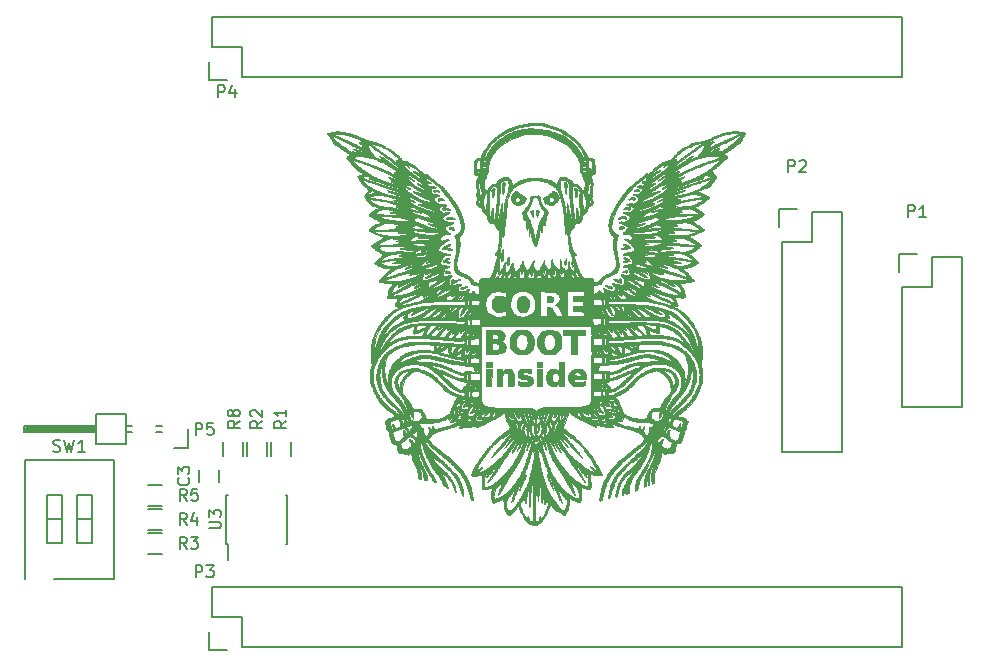
<source format=gto>
G04 #@! TF.FileFunction,Legend,Top*
%FSLAX46Y46*%
G04 Gerber Fmt 4.6, Leading zero omitted, Abs format (unit mm)*
G04 Created by KiCad (PCBNEW 4.0.1-2.fc23-product) date Sun 31 Jan 2016 08:26:32 PM PST*
%MOMM*%
G01*
G04 APERTURE LIST*
%ADD10C,0.100000*%
%ADD11C,0.010000*%
%ADD12C,0.150000*%
%ADD13R,0.960000X1.560000*%
%ADD14R,1.987200X1.987200*%
%ADD15O,1.987200X1.987200*%
%ADD16R,1.560000X0.960000*%
%ADD17R,1.784000X2.084000*%
%ADD18O,1.784000X2.084000*%
%ADD19R,0.860000X1.810000*%
%ADD20R,1.510000X1.260000*%
G04 APERTURE END LIST*
D10*
D11*
G36*
X142336542Y-66789424D02*
X142508990Y-66790703D01*
X142714180Y-66792702D01*
X142799596Y-66793616D01*
X142965636Y-66803049D01*
X143108087Y-66826848D01*
X143222152Y-66864015D01*
X143275001Y-66892339D01*
X143309275Y-66907691D01*
X143371912Y-66929314D01*
X143454413Y-66954492D01*
X143548283Y-66980507D01*
X143561631Y-66984005D01*
X143667397Y-67012756D01*
X143773661Y-67043766D01*
X143867816Y-67073235D01*
X143935275Y-67096611D01*
X144002918Y-67120849D01*
X144058859Y-67138444D01*
X144091792Y-67145866D01*
X144093146Y-67145914D01*
X144118653Y-67153360D01*
X144170550Y-67173378D01*
X144240852Y-67202489D01*
X144321575Y-67237217D01*
X144404732Y-67274082D01*
X144482338Y-67309606D01*
X144546408Y-67340311D01*
X144582718Y-67359160D01*
X144632521Y-67386747D01*
X144658596Y-67401109D01*
X144712729Y-67433222D01*
X144787408Y-67480829D01*
X144876872Y-67539927D01*
X144975362Y-67606513D01*
X145077120Y-67676585D01*
X145176387Y-67746141D01*
X145267404Y-67811177D01*
X145344412Y-67867692D01*
X145401651Y-67911682D01*
X145433364Y-67939144D01*
X145434538Y-67940409D01*
X145466774Y-67969752D01*
X145488952Y-67980567D01*
X145508060Y-67992570D01*
X145549001Y-68025079D01*
X145605749Y-68072847D01*
X145672278Y-68130627D01*
X145742562Y-68193171D01*
X145810577Y-68255232D01*
X145870296Y-68311562D01*
X145881265Y-68322217D01*
X145915212Y-68360259D01*
X145964573Y-68421894D01*
X146025119Y-68501215D01*
X146092621Y-68592314D01*
X146162851Y-68689285D01*
X146231579Y-68786220D01*
X146294577Y-68877213D01*
X146347614Y-68956355D01*
X146386463Y-69017739D01*
X146406895Y-69055459D01*
X146407726Y-69057601D01*
X146426404Y-69092630D01*
X146458752Y-69140604D01*
X146470790Y-69156669D01*
X146506532Y-69209601D01*
X146532303Y-69259451D01*
X146536275Y-69270485D01*
X146556438Y-69318649D01*
X146573914Y-69346362D01*
X146594153Y-69377629D01*
X146623834Y-69431056D01*
X146653307Y-69488633D01*
X146697197Y-69576459D01*
X146731188Y-69636162D01*
X146762108Y-69673669D01*
X146796787Y-69694908D01*
X146842054Y-69705806D01*
X146904740Y-69712291D01*
X146911678Y-69712879D01*
X147028259Y-69727242D01*
X147115652Y-69749563D01*
X147182257Y-69782659D01*
X147225666Y-69818242D01*
X147255736Y-69849295D01*
X147279114Y-69879519D01*
X147296757Y-69914117D01*
X147309623Y-69958295D01*
X147318670Y-70017256D01*
X147324855Y-70096206D01*
X147329136Y-70200348D01*
X147332471Y-70334887D01*
X147333914Y-70406505D01*
X147336787Y-70534231D01*
X147340112Y-70650319D01*
X147343667Y-70749043D01*
X147347231Y-70824674D01*
X147350582Y-70871486D01*
X147352374Y-70883281D01*
X147352649Y-70919917D01*
X147341270Y-70973022D01*
X147336362Y-70988366D01*
X147293526Y-71058974D01*
X147223868Y-71116688D01*
X147138036Y-71154564D01*
X147064084Y-71165932D01*
X147012374Y-71170512D01*
X146978906Y-71180175D01*
X146974250Y-71184144D01*
X146977466Y-71208852D01*
X146998045Y-71250319D01*
X147007724Y-71265420D01*
X147043149Y-71329534D01*
X147070739Y-71399212D01*
X147072482Y-71405197D01*
X147093351Y-71471911D01*
X147119686Y-71545971D01*
X147127354Y-71565780D01*
X147143500Y-71617707D01*
X147154213Y-71682520D01*
X147160404Y-71768445D01*
X147162981Y-71883708D01*
X147163016Y-71888259D01*
X147162459Y-71983393D01*
X147159666Y-72068121D01*
X147155087Y-72133333D01*
X147149174Y-72169918D01*
X147149038Y-72170314D01*
X147139939Y-72209391D01*
X147129369Y-72274400D01*
X147119178Y-72353477D01*
X147116074Y-72381976D01*
X147108397Y-72478998D01*
X147109168Y-72551691D01*
X147118877Y-72612825D01*
X147125947Y-72638822D01*
X147141334Y-72710675D01*
X147151081Y-72796096D01*
X147152897Y-72844486D01*
X147150956Y-72911042D01*
X147142473Y-72952445D01*
X147123086Y-72981415D01*
X147098626Y-73002746D01*
X147061166Y-73040796D01*
X147051736Y-73080036D01*
X147053852Y-73097593D01*
X147069002Y-73147325D01*
X147085973Y-73178177D01*
X147133731Y-73260894D01*
X147164802Y-73361924D01*
X147177328Y-73468333D01*
X147169449Y-73567187D01*
X147150333Y-73625937D01*
X147113125Y-73676433D01*
X147053071Y-73731706D01*
X146982561Y-73782472D01*
X146913986Y-73819446D01*
X146875598Y-73831822D01*
X146805100Y-73857864D01*
X146763991Y-73902161D01*
X146754712Y-73943890D01*
X146742475Y-74004268D01*
X146708956Y-74084139D01*
X146658944Y-74175431D01*
X146597226Y-74270075D01*
X146528592Y-74360000D01*
X146468021Y-74427071D01*
X146408555Y-74484411D01*
X146356802Y-74529788D01*
X146319710Y-74557351D01*
X146306716Y-74562942D01*
X146287824Y-74578975D01*
X146279425Y-74628736D01*
X146278916Y-74643562D01*
X146274159Y-74759038D01*
X146264446Y-74842591D01*
X146248865Y-74900024D01*
X146234383Y-74927219D01*
X146211819Y-74969472D01*
X146204512Y-74998716D01*
X146189043Y-75037854D01*
X146148678Y-75086222D01*
X146092197Y-75135573D01*
X146028378Y-75177660D01*
X145998024Y-75192726D01*
X145933612Y-75215257D01*
X145849990Y-75237208D01*
X145768304Y-75253288D01*
X145626034Y-75275742D01*
X145605001Y-75381507D01*
X145592063Y-75439843D01*
X145576550Y-75489672D01*
X145553710Y-75542887D01*
X145518792Y-75611383D01*
X145496731Y-75652467D01*
X145463720Y-75696771D01*
X145413637Y-75746867D01*
X145385070Y-75770570D01*
X145308851Y-75831250D01*
X145259817Y-75877409D01*
X145233277Y-75915100D01*
X145224538Y-75950374D01*
X145226271Y-75975446D01*
X145226327Y-76023848D01*
X145214797Y-76056130D01*
X145202861Y-76085117D01*
X145198169Y-76136193D01*
X145200986Y-76211445D01*
X145211579Y-76312960D01*
X145230213Y-76442826D01*
X145257155Y-76603128D01*
X145292671Y-76795955D01*
X145337026Y-77023393D01*
X145340026Y-77038446D01*
X145369962Y-77184716D01*
X145396420Y-77300474D01*
X145422439Y-77392584D01*
X145451053Y-77467910D01*
X145485299Y-77533316D01*
X145528214Y-77595664D01*
X145582833Y-77661820D01*
X145647529Y-77733576D01*
X145696072Y-77790821D01*
X145730701Y-77840329D01*
X145745640Y-77873587D01*
X145745654Y-77878202D01*
X145723712Y-77904146D01*
X145677181Y-77922297D01*
X145676328Y-77922474D01*
X145627884Y-77936261D01*
X145596414Y-77952111D01*
X145595382Y-77953071D01*
X145591875Y-77978394D01*
X145597385Y-78031047D01*
X145609977Y-78102036D01*
X145627718Y-78182368D01*
X145648671Y-78263049D01*
X145670905Y-78335086D01*
X145686294Y-78375787D01*
X145707031Y-78429696D01*
X145732337Y-78502571D01*
X145752602Y-78565481D01*
X145771550Y-78623410D01*
X145800452Y-78707680D01*
X145836016Y-78809082D01*
X145874945Y-78918408D01*
X145913945Y-79026449D01*
X145949724Y-79123996D01*
X145978984Y-79201839D01*
X145993508Y-79238894D01*
X146040608Y-79346153D01*
X146097431Y-79461809D01*
X146157904Y-79574474D01*
X146215956Y-79672759D01*
X146258693Y-79736262D01*
X146307237Y-79798642D01*
X146343387Y-79835168D01*
X146374820Y-79852178D01*
X146403778Y-79856030D01*
X146506271Y-79857805D01*
X146618487Y-79860808D01*
X146733478Y-79864734D01*
X146844297Y-79869276D01*
X146943998Y-79874129D01*
X147025635Y-79878985D01*
X147082259Y-79883538D01*
X147105646Y-79886976D01*
X147152978Y-79913891D01*
X147181662Y-79962406D01*
X147193740Y-80037699D01*
X147193394Y-80109423D01*
X147187332Y-80240641D01*
X147355763Y-80229728D01*
X147449774Y-80219851D01*
X147537140Y-80203910D01*
X147610312Y-80184012D01*
X147661741Y-80162264D01*
X147683879Y-80140775D01*
X147684212Y-80138044D01*
X147696241Y-80111028D01*
X147728148Y-80064420D01*
X147773662Y-80006116D01*
X147826510Y-79944013D01*
X147880422Y-79886007D01*
X147899297Y-79867247D01*
X148005925Y-79771553D01*
X148107530Y-79697874D01*
X148209269Y-79640303D01*
X148264330Y-79610542D01*
X148304376Y-79585411D01*
X148317973Y-79573629D01*
X148326695Y-79565625D01*
X148347421Y-79553608D01*
X148384275Y-79535703D01*
X148441376Y-79510038D01*
X148522847Y-79474738D01*
X148632810Y-79427931D01*
X148713301Y-79393913D01*
X148750293Y-79374662D01*
X148765466Y-79359621D01*
X148781426Y-79346254D01*
X148810493Y-79336038D01*
X148868339Y-79306130D01*
X148932204Y-79248326D01*
X148996106Y-79170721D01*
X149054060Y-79081408D01*
X149100083Y-78988483D01*
X149126250Y-78908913D01*
X149138233Y-78825234D01*
X149143536Y-78714969D01*
X149142637Y-78588790D01*
X149136011Y-78457370D01*
X149124139Y-78331380D01*
X149107496Y-78221491D01*
X149092628Y-78157640D01*
X149067746Y-78066658D01*
X149041380Y-77963147D01*
X149022254Y-77882584D01*
X149002382Y-77797072D01*
X148981516Y-77711205D01*
X148964670Y-77645466D01*
X148924976Y-77486117D01*
X148898039Y-77347479D01*
X148881619Y-77215415D01*
X148873475Y-77075789D01*
X148873257Y-77068758D01*
X148873102Y-76922389D01*
X148881083Y-76788190D01*
X148896366Y-76672721D01*
X148918116Y-76582540D01*
X148941949Y-76529298D01*
X148965125Y-76484933D01*
X148974129Y-76450978D01*
X148961275Y-76426090D01*
X148926598Y-76382196D01*
X148875928Y-76326263D01*
X148834723Y-76284329D01*
X148763913Y-76211438D01*
X148714543Y-76151220D01*
X148678659Y-76092362D01*
X148648303Y-76023554D01*
X148644658Y-76014100D01*
X148575427Y-75807331D01*
X148530015Y-75614028D01*
X148508980Y-75438126D01*
X148512883Y-75283560D01*
X148528528Y-75198416D01*
X148543660Y-75137530D01*
X148563565Y-75053453D01*
X148584981Y-74960074D01*
X148595318Y-74913876D01*
X148615826Y-74827760D01*
X148636763Y-74750611D01*
X148655056Y-74693286D01*
X148663467Y-74672958D01*
X148682740Y-74622667D01*
X148689589Y-74583490D01*
X148697810Y-74553298D01*
X148720379Y-74496691D01*
X148754157Y-74420921D01*
X148796003Y-74333241D01*
X148811138Y-74302750D01*
X148861338Y-74202417D01*
X148911434Y-74101977D01*
X148956032Y-74012264D01*
X148989739Y-73944111D01*
X148993259Y-73936952D01*
X149027596Y-73870882D01*
X149073647Y-73787646D01*
X149127478Y-73693790D01*
X149185156Y-73595857D01*
X149242749Y-73500392D01*
X149296323Y-73413938D01*
X149341946Y-73343041D01*
X149375685Y-73294245D01*
X149389888Y-73276972D01*
X149417414Y-73245974D01*
X149461676Y-73191706D01*
X149517002Y-73121511D01*
X149577719Y-73042734D01*
X149638155Y-72962718D01*
X149692638Y-72888807D01*
X149727843Y-72839416D01*
X149835517Y-72696314D01*
X149967354Y-72539531D01*
X150116067Y-72376603D01*
X150274369Y-72215064D01*
X150434970Y-72062451D01*
X150590584Y-71926300D01*
X150681374Y-71853450D01*
X150748856Y-71801076D01*
X150813057Y-71750545D01*
X150861380Y-71711780D01*
X150865956Y-71708027D01*
X150923401Y-71663335D01*
X150987013Y-71617439D01*
X150998742Y-71609440D01*
X151107862Y-71529830D01*
X151232231Y-71428602D01*
X151362909Y-71313370D01*
X151490956Y-71191744D01*
X151501136Y-71181650D01*
X151573537Y-71110835D01*
X151626212Y-71063269D01*
X151665378Y-71034522D01*
X151697250Y-71020159D01*
X151728045Y-71015747D01*
X151733894Y-71015668D01*
X151780975Y-71020675D01*
X151804124Y-71041176D01*
X151811954Y-71063918D01*
X151826542Y-71097592D01*
X151841437Y-71106376D01*
X151860178Y-71091711D01*
X151900895Y-71054857D01*
X151958692Y-71000405D01*
X152028673Y-70932947D01*
X152081033Y-70881683D01*
X152241539Y-70726232D01*
X152382738Y-70595812D01*
X152509751Y-70486425D01*
X152627701Y-70394075D01*
X152741709Y-70314765D01*
X152856896Y-70244498D01*
X152978386Y-70179277D01*
X152986153Y-70175354D01*
X153128117Y-70104899D01*
X153244216Y-70050005D01*
X153341716Y-70007749D01*
X153427884Y-69975209D01*
X153509986Y-69949461D01*
X153595290Y-69927582D01*
X153611416Y-69923859D01*
X153670226Y-69909429D01*
X153714936Y-69893615D01*
X153754306Y-69870635D01*
X153794058Y-69837259D01*
X153994526Y-69837259D01*
X154001840Y-69847432D01*
X154031651Y-69850212D01*
X154091068Y-69847660D01*
X154103509Y-69846912D01*
X154185111Y-69845236D01*
X154233945Y-69855319D01*
X154252634Y-69881774D01*
X154243806Y-69929215D01*
X154210085Y-70002255D01*
X154201371Y-70018859D01*
X154171664Y-70077219D01*
X154153076Y-70118523D01*
X154148811Y-70135490D01*
X154150157Y-70135207D01*
X154173352Y-70120058D01*
X154217390Y-70090735D01*
X154260078Y-70062094D01*
X154346473Y-70002787D01*
X154423162Y-69947964D01*
X154483163Y-69902757D01*
X154519492Y-69872299D01*
X154522673Y-69869103D01*
X154546918Y-69848108D01*
X154591950Y-69812632D01*
X154645974Y-69771882D01*
X154704764Y-69728279D01*
X154782761Y-69670267D01*
X154868793Y-69606161D01*
X154934820Y-69556881D01*
X155026571Y-69488435D01*
X155098857Y-69434895D01*
X155160729Y-69389773D01*
X155221238Y-69346580D01*
X155289434Y-69298827D01*
X155374369Y-69240024D01*
X155437842Y-69196249D01*
X155514724Y-69142868D01*
X155579869Y-69096902D01*
X155627102Y-69062763D01*
X155650249Y-69044861D01*
X155651351Y-69043740D01*
X155669954Y-69028373D01*
X155713314Y-68995648D01*
X155775179Y-68950067D01*
X155849299Y-68896134D01*
X155929425Y-68838351D01*
X156009304Y-68781221D01*
X156082687Y-68729246D01*
X156143322Y-68686931D01*
X156184960Y-68658776D01*
X156191979Y-68654284D01*
X156233241Y-68626195D01*
X156286095Y-68587161D01*
X156342793Y-68543341D01*
X156395587Y-68500893D01*
X156436726Y-68465975D01*
X156458464Y-68444747D01*
X156459900Y-68441344D01*
X156439576Y-68442134D01*
X156390912Y-68449907D01*
X156322478Y-68462875D01*
X156242845Y-68479250D01*
X156160585Y-68497245D01*
X156084267Y-68515072D01*
X156022462Y-68530945D01*
X156002285Y-68536784D01*
X155931717Y-68558227D01*
X155845988Y-68584057D01*
X155780834Y-68603556D01*
X155673955Y-68641020D01*
X155547941Y-68694314D01*
X155409011Y-68759959D01*
X155263382Y-68834475D01*
X155117275Y-68914385D01*
X154976907Y-68996207D01*
X154848499Y-69076464D01*
X154738268Y-69151676D01*
X154652434Y-69218363D01*
X154609471Y-69258887D01*
X154572857Y-69292075D01*
X154543727Y-69308145D01*
X154541092Y-69308424D01*
X154517827Y-69321153D01*
X154473428Y-69355958D01*
X154413261Y-69407764D01*
X154342693Y-69471497D01*
X154267089Y-69542083D01*
X154191816Y-69614448D01*
X154122239Y-69683517D01*
X154063726Y-69744217D01*
X154021640Y-69791472D01*
X154002604Y-69817629D01*
X153994526Y-69837259D01*
X153794058Y-69837259D01*
X153797098Y-69834707D01*
X153852072Y-69780050D01*
X153891560Y-69738985D01*
X153949903Y-69675287D01*
X153995774Y-69619983D01*
X154024183Y-69579451D01*
X154030761Y-69561035D01*
X154041609Y-69542134D01*
X154076895Y-69501851D01*
X154132776Y-69444094D01*
X154205408Y-69372774D01*
X154290950Y-69291798D01*
X154340187Y-69246319D01*
X154454409Y-69142791D01*
X154547573Y-69061293D01*
X154625625Y-68997201D01*
X154694509Y-68945895D01*
X154760169Y-68902753D01*
X154828551Y-68863153D01*
X154843410Y-68855071D01*
X154920522Y-68815667D01*
X154987151Y-68785615D01*
X155035349Y-68768256D01*
X155055640Y-68765871D01*
X155079092Y-68765503D01*
X155121934Y-68752027D01*
X155187516Y-68724008D01*
X155279188Y-68680010D01*
X155400301Y-68618598D01*
X155404749Y-68616304D01*
X155458536Y-68582740D01*
X155498406Y-68547411D01*
X155508911Y-68532328D01*
X155516260Y-68516587D01*
X155524788Y-68504377D01*
X155539706Y-68494075D01*
X155566226Y-68484060D01*
X155609558Y-68472710D01*
X155674914Y-68458403D01*
X155767504Y-68439517D01*
X155878984Y-68417154D01*
X156084887Y-68375831D01*
X156257918Y-68340904D01*
X156402379Y-68311174D01*
X156522568Y-68285445D01*
X156622787Y-68262520D01*
X156707335Y-68241201D01*
X156780513Y-68220292D01*
X156846621Y-68198596D01*
X156909959Y-68174915D01*
X156974827Y-68148053D01*
X157045525Y-68116812D01*
X157126354Y-68079996D01*
X157182378Y-68054331D01*
X157369015Y-67968925D01*
X157525485Y-67897581D01*
X157656163Y-67838670D01*
X157765425Y-67790566D01*
X157857647Y-67751641D01*
X157937205Y-67720268D01*
X158008475Y-67694820D01*
X158075832Y-67673669D01*
X158143652Y-67655188D01*
X158216311Y-67637750D01*
X158298184Y-67619727D01*
X158393648Y-67599493D01*
X158420881Y-67593744D01*
X158554433Y-67565495D01*
X158688487Y-67537092D01*
X158814009Y-67510452D01*
X158921965Y-67487493D01*
X159003323Y-67470132D01*
X159013560Y-67467940D01*
X159198397Y-67428319D01*
X159468825Y-67479253D01*
X159575859Y-67499247D01*
X159679179Y-67518253D01*
X159768405Y-67534381D01*
X159833154Y-67545741D01*
X159843584Y-67547496D01*
X159949776Y-67566771D01*
X160022241Y-67584318D01*
X160065057Y-67601640D01*
X160082299Y-67620240D01*
X160081224Y-67635113D01*
X160068556Y-67660306D01*
X160039876Y-67713156D01*
X159998094Y-67788437D01*
X159946120Y-67880924D01*
X159886862Y-67985389D01*
X159860370Y-68031811D01*
X159787907Y-68157329D01*
X159730028Y-68254224D01*
X159683412Y-68327319D01*
X159644736Y-68381439D01*
X159610678Y-68421407D01*
X159577916Y-68452047D01*
X159562665Y-68464111D01*
X159414799Y-68575530D01*
X159291563Y-68667604D01*
X159187548Y-68744160D01*
X159097345Y-68809028D01*
X159015545Y-68866036D01*
X158936739Y-68919011D01*
X158855519Y-68971783D01*
X158766474Y-69028179D01*
X158759625Y-69032476D01*
X158631604Y-69113816D01*
X158516169Y-69189209D01*
X158416966Y-69256123D01*
X158337641Y-69312025D01*
X158281839Y-69354381D01*
X158253208Y-69380658D01*
X158250156Y-69386451D01*
X158266036Y-69402640D01*
X158307898Y-69428914D01*
X158367078Y-69459905D01*
X158374271Y-69463371D01*
X158468668Y-69516466D01*
X158534700Y-69570945D01*
X158568729Y-69623460D01*
X158572636Y-69646085D01*
X158559261Y-69670413D01*
X158522225Y-69715465D01*
X158466157Y-69776687D01*
X158395688Y-69849529D01*
X158315448Y-69929437D01*
X158230068Y-70011858D01*
X158144179Y-70092240D01*
X158062410Y-70166031D01*
X157989392Y-70228678D01*
X157940295Y-70267785D01*
X157869947Y-70321006D01*
X157805483Y-70369799D01*
X157756652Y-70406785D01*
X157741116Y-70418566D01*
X157705884Y-70445270D01*
X157648670Y-70488595D01*
X157577752Y-70542272D01*
X157510351Y-70593272D01*
X157434818Y-70650559D01*
X157366319Y-70702773D01*
X157312892Y-70743772D01*
X157284461Y-70765906D01*
X157238780Y-70802208D01*
X157283212Y-70866257D01*
X157324899Y-70922117D01*
X157374478Y-70983030D01*
X157388599Y-70999344D01*
X157427857Y-71049005D01*
X157456083Y-71094095D01*
X157462262Y-71108418D01*
X157478857Y-71140153D01*
X157491604Y-71148454D01*
X157514198Y-71160445D01*
X157552542Y-71190853D01*
X157573873Y-71210104D01*
X157614456Y-71252871D01*
X157630988Y-71288240D01*
X157630033Y-71331224D01*
X157629203Y-71336681D01*
X157614579Y-71377740D01*
X157582148Y-71441749D01*
X157536228Y-71520843D01*
X157481144Y-71607157D01*
X157478081Y-71611737D01*
X157387386Y-71737430D01*
X157289195Y-71856661D01*
X157187249Y-71966306D01*
X157085288Y-72063241D01*
X156987053Y-72144342D01*
X156896285Y-72206487D01*
X156816724Y-72246551D01*
X156752110Y-72261411D01*
X156711604Y-72251810D01*
X156685194Y-72237454D01*
X156660005Y-72232926D01*
X156628035Y-72240413D01*
X156581284Y-72262106D01*
X156511749Y-72300192D01*
X156490088Y-72312407D01*
X156400787Y-72361722D01*
X156297247Y-72417200D01*
X156199271Y-72468255D01*
X156182494Y-72476798D01*
X156112134Y-72512675D01*
X156055550Y-72541959D01*
X156020584Y-72560571D01*
X156013350Y-72564823D01*
X156012398Y-72577450D01*
X156041216Y-72592617D01*
X156103005Y-72611765D01*
X156137971Y-72620939D01*
X156380603Y-72700384D01*
X156627442Y-72816287D01*
X156688919Y-72850490D01*
X156763378Y-72891855D01*
X156827282Y-72924891D01*
X156872562Y-72945569D01*
X156889291Y-72950545D01*
X156922095Y-72964278D01*
X156960192Y-72997637D01*
X156993349Y-73038864D01*
X157011335Y-73076200D01*
X157011146Y-73090577D01*
X156988214Y-73120126D01*
X156948067Y-73151871D01*
X156947031Y-73152527D01*
X156900899Y-73183988D01*
X156843727Y-73227875D01*
X156770196Y-73288461D01*
X156674987Y-73370019D01*
X156659233Y-73383694D01*
X156595816Y-73436952D01*
X156532322Y-73487286D01*
X156488377Y-73519626D01*
X156425470Y-73564197D01*
X156361113Y-73611734D01*
X156352601Y-73618220D01*
X156281629Y-73664385D01*
X156185173Y-73715728D01*
X156074230Y-73767010D01*
X155959799Y-73812995D01*
X155898899Y-73834282D01*
X155836399Y-73856973D01*
X155790265Y-73877889D01*
X155770510Y-73892472D01*
X155784327Y-73906983D01*
X155826408Y-73934581D01*
X155890885Y-73971780D01*
X155971896Y-74015092D01*
X156006603Y-74032836D01*
X156114957Y-74089249D01*
X156197784Y-74137251D01*
X156264497Y-74183222D01*
X156324507Y-74233540D01*
X156375936Y-74283144D01*
X156432714Y-74338517D01*
X156480497Y-74381838D01*
X156512512Y-74407128D01*
X156520998Y-74411187D01*
X156543281Y-74428126D01*
X156557963Y-74471044D01*
X156561172Y-74512328D01*
X156543207Y-74549314D01*
X156492239Y-74597264D01*
X156411048Y-74654545D01*
X156302419Y-74719524D01*
X156169132Y-74790571D01*
X156013970Y-74866052D01*
X155839717Y-74944335D01*
X155784137Y-74968122D01*
X155706023Y-75000086D01*
X155635337Y-75027074D01*
X155583419Y-75044827D01*
X155570222Y-75048440D01*
X155539232Y-75060218D01*
X155534264Y-75077145D01*
X155557529Y-75101365D01*
X155611238Y-75135024D01*
X155697600Y-75180264D01*
X155715139Y-75188989D01*
X155896982Y-75281501D01*
X156048048Y-75364271D01*
X156173264Y-75440381D01*
X156277562Y-75512910D01*
X156365868Y-75584938D01*
X156401710Y-75618015D01*
X156456155Y-75668711D01*
X156508122Y-75714679D01*
X156533572Y-75735768D01*
X156565809Y-75768814D01*
X156571888Y-75800093D01*
X156549403Y-75832860D01*
X156495943Y-75870369D01*
X156409101Y-75915876D01*
X156395420Y-75922460D01*
X156308698Y-75963993D01*
X156202662Y-76014912D01*
X156092152Y-76068086D01*
X156011770Y-76106841D01*
X155916292Y-76150888D01*
X155820887Y-76191397D01*
X155737075Y-76223676D01*
X155679805Y-76242146D01*
X155533815Y-76280683D01*
X155420480Y-76310729D01*
X155335753Y-76333392D01*
X155275586Y-76349784D01*
X155235931Y-76361015D01*
X155212740Y-76368195D01*
X155201966Y-76372434D01*
X155200026Y-76373739D01*
X155211642Y-76381575D01*
X155248825Y-76392136D01*
X155256380Y-76393802D01*
X155313963Y-76412240D01*
X155392501Y-76445484D01*
X155480836Y-76488139D01*
X155567813Y-76534808D01*
X155642275Y-76580093D01*
X155644401Y-76581509D01*
X155709330Y-76624812D01*
X155778565Y-76670863D01*
X155793622Y-76680856D01*
X155840881Y-76714180D01*
X155873878Y-76741071D01*
X155881164Y-76749005D01*
X155908117Y-76772934D01*
X155957528Y-76804040D01*
X156011770Y-76832041D01*
X156041971Y-76849705D01*
X156090959Y-76881863D01*
X156135070Y-76912384D01*
X156238243Y-76990925D01*
X156308931Y-77057295D01*
X156346576Y-77110705D01*
X156350616Y-77150366D01*
X156321471Y-77175120D01*
X156292826Y-77189245D01*
X156258847Y-77213429D01*
X156213878Y-77252463D01*
X156152261Y-77311141D01*
X156099785Y-77362896D01*
X155959953Y-77484349D01*
X155793029Y-77600314D01*
X155609844Y-77704072D01*
X155421225Y-77788905D01*
X155400007Y-77797019D01*
X155348698Y-77818422D01*
X155316065Y-77836166D01*
X155309902Y-77842828D01*
X155324290Y-77860279D01*
X155356038Y-77882932D01*
X155452575Y-77950246D01*
X155567880Y-78045328D01*
X155698602Y-78165127D01*
X155841387Y-78306590D01*
X155969594Y-78441437D01*
X156028376Y-78505847D01*
X156061174Y-78550924D01*
X156067129Y-78585764D01*
X156045383Y-78619461D01*
X155995076Y-78661110D01*
X155945399Y-78697673D01*
X155847502Y-78757576D01*
X155720151Y-78817714D01*
X155571717Y-78875406D01*
X155410573Y-78927968D01*
X155245091Y-78972719D01*
X155083642Y-79006975D01*
X154934599Y-79028053D01*
X154906803Y-79030468D01*
X154821711Y-79038643D01*
X154769373Y-79048254D01*
X154744606Y-79060531D01*
X154740821Y-79069873D01*
X154750076Y-79094025D01*
X154757020Y-79096624D01*
X154780900Y-79108321D01*
X154816971Y-79136736D01*
X154819804Y-79139305D01*
X154860209Y-79174754D01*
X154916129Y-79221930D01*
X154959814Y-79257864D01*
X155023619Y-79312249D01*
X155087063Y-79370364D01*
X155119921Y-79402768D01*
X155225636Y-79513306D01*
X155307090Y-79601108D01*
X155367421Y-79669677D01*
X155409767Y-79722515D01*
X155423442Y-79741583D01*
X155469670Y-79804629D01*
X155521801Y-79865382D01*
X155590289Y-79935823D01*
X155608670Y-79953890D01*
X155645964Y-79995191D01*
X155667884Y-80028857D01*
X155670321Y-80037820D01*
X155686071Y-80062001D01*
X155708259Y-80073547D01*
X155743711Y-80092786D01*
X155744750Y-80115160D01*
X155714574Y-80138812D01*
X155656380Y-80161883D01*
X155573364Y-80182514D01*
X155499596Y-80194872D01*
X155404615Y-80209037D01*
X155292173Y-80227208D01*
X155182050Y-80246154D01*
X155148663Y-80252196D01*
X155063047Y-80267071D01*
X154986970Y-80278719D01*
X154931070Y-80285590D01*
X154911545Y-80286774D01*
X154832124Y-80288846D01*
X154747866Y-80295232D01*
X154667257Y-80304732D01*
X154598782Y-80316148D01*
X154550929Y-80328283D01*
X154532183Y-80339939D01*
X154532158Y-80340336D01*
X154542780Y-80367125D01*
X154548279Y-80370734D01*
X154568803Y-80390695D01*
X154603330Y-80436282D01*
X154647156Y-80500118D01*
X154695577Y-80574822D01*
X154743889Y-80653018D01*
X154787385Y-80727326D01*
X154821362Y-80790367D01*
X154836546Y-80822837D01*
X154862282Y-80882174D01*
X154883876Y-80927873D01*
X154894126Y-80946138D01*
X154903071Y-80972615D01*
X154914722Y-81026720D01*
X154927022Y-81098442D01*
X154931169Y-81126348D01*
X154945049Y-81209616D01*
X154961296Y-81286264D01*
X154976892Y-81342461D01*
X154980280Y-81351554D01*
X155003651Y-81420136D01*
X155007383Y-81470607D01*
X154988038Y-81505548D01*
X154942180Y-81527541D01*
X154866370Y-81539166D01*
X154757170Y-81543005D01*
X154725239Y-81543053D01*
X154621930Y-81541831D01*
X154530915Y-81538145D01*
X154440794Y-81531014D01*
X154340165Y-81519457D01*
X154217627Y-81502494D01*
X154166997Y-81495031D01*
X154112668Y-81488525D01*
X154085989Y-81491924D01*
X154077403Y-81507723D01*
X154076893Y-81518549D01*
X154089308Y-81558758D01*
X154116194Y-81597675D01*
X154147245Y-81640652D01*
X154180506Y-81700757D01*
X154193650Y-81729295D01*
X154226070Y-81804017D01*
X154260828Y-81882305D01*
X154270684Y-81904092D01*
X154319144Y-82012843D01*
X154350131Y-82092926D01*
X154362733Y-82149807D01*
X154356036Y-82188954D01*
X154329128Y-82215832D01*
X154281096Y-82235908D01*
X154212190Y-82254363D01*
X154139147Y-82271167D01*
X154073613Y-82284417D01*
X154033881Y-82290699D01*
X153994914Y-82300209D01*
X153978941Y-82313577D01*
X153994170Y-82327540D01*
X154037820Y-82354900D01*
X154104222Y-82392407D01*
X154187705Y-82436813D01*
X154245991Y-82466603D01*
X154386022Y-82540328D01*
X154512460Y-82614720D01*
X154631825Y-82694685D01*
X154750638Y-82785129D01*
X154875419Y-82890957D01*
X155012686Y-83017074D01*
X155137126Y-83137102D01*
X155228704Y-83227737D01*
X155300160Y-83301583D01*
X155359108Y-83367732D01*
X155413164Y-83435278D01*
X155469943Y-83513314D01*
X155537060Y-83610934D01*
X155550165Y-83630306D01*
X155648453Y-83776227D01*
X155728898Y-83897372D01*
X155795088Y-84000269D01*
X155850614Y-84091444D01*
X155899066Y-84177426D01*
X155944034Y-84264741D01*
X155989109Y-84359917D01*
X156037880Y-84469481D01*
X156093938Y-84599961D01*
X156129220Y-84683106D01*
X156190240Y-84831999D01*
X156236542Y-84957578D01*
X156271279Y-85069995D01*
X156297605Y-85179403D01*
X156317747Y-85290126D01*
X156330310Y-85358086D01*
X156343863Y-85415256D01*
X156352578Y-85441882D01*
X156365225Y-85474995D01*
X156375177Y-85513676D01*
X156383259Y-85564435D01*
X156390296Y-85633783D01*
X156397115Y-85728230D01*
X156404286Y-85849723D01*
X156415012Y-86091913D01*
X156418092Y-86304730D01*
X156413247Y-86496017D01*
X156400203Y-86673618D01*
X156378682Y-86845375D01*
X156366568Y-86920466D01*
X156347337Y-87037491D01*
X156335546Y-87122899D01*
X156330734Y-87182181D01*
X156332437Y-87220827D01*
X156339400Y-87242946D01*
X156350996Y-87264388D01*
X156359082Y-87283717D01*
X156366013Y-87310365D01*
X156374140Y-87353762D01*
X156385816Y-87423340D01*
X156388631Y-87440305D01*
X156402665Y-87507802D01*
X156419106Y-87562507D01*
X156432218Y-87589183D01*
X156446257Y-87625983D01*
X156456960Y-87694267D01*
X156464403Y-87787734D01*
X156468664Y-87900082D01*
X156469821Y-88025010D01*
X156467951Y-88156218D01*
X156463131Y-88287403D01*
X156455440Y-88412266D01*
X156444954Y-88524504D01*
X156431751Y-88617817D01*
X156418848Y-88676161D01*
X156399108Y-88748233D01*
X156381466Y-88816930D01*
X156374365Y-88846885D01*
X156359926Y-88896449D01*
X156333340Y-88973609D01*
X156297345Y-89071067D01*
X156254678Y-89181523D01*
X156208076Y-89297676D01*
X156178747Y-89368543D01*
X156149819Y-89437707D01*
X156121927Y-89504634D01*
X156111486Y-89529783D01*
X156076460Y-89609109D01*
X156030069Y-89706920D01*
X155977394Y-89813212D01*
X155923512Y-89917981D01*
X155873504Y-90011224D01*
X155832447Y-90082938D01*
X155822463Y-90099029D01*
X155673646Y-90308862D01*
X155497519Y-90518395D01*
X155303429Y-90717546D01*
X155100725Y-90896235D01*
X155036256Y-90946922D01*
X154878862Y-91069250D01*
X154736994Y-91184147D01*
X154613077Y-91289391D01*
X154509532Y-91382765D01*
X154428781Y-91462050D01*
X154373249Y-91525025D01*
X154345357Y-91569472D01*
X154342464Y-91582428D01*
X154350564Y-91605048D01*
X154380947Y-91614905D01*
X154417958Y-91616415D01*
X154489124Y-91623705D01*
X154560184Y-91641427D01*
X154564970Y-91643158D01*
X154619104Y-91659088D01*
X154695410Y-91676252D01*
X154778411Y-91691211D01*
X154787656Y-91692630D01*
X154886895Y-91709018D01*
X154955701Y-91725183D01*
X155001422Y-91744361D01*
X155031407Y-91769787D01*
X155053003Y-91804697D01*
X155055871Y-91810730D01*
X155098331Y-91895771D01*
X155137486Y-91957803D01*
X155177922Y-92006144D01*
X155205447Y-92038736D01*
X155211504Y-92065269D01*
X155197977Y-92103063D01*
X155190251Y-92119462D01*
X155166929Y-92178258D01*
X155141529Y-92257598D01*
X155117246Y-92345382D01*
X155097278Y-92429509D01*
X155084823Y-92497881D01*
X155082270Y-92528133D01*
X155074769Y-92584754D01*
X155055832Y-92652261D01*
X155030808Y-92715112D01*
X155005048Y-92757763D01*
X155002212Y-92760738D01*
X154971123Y-92786841D01*
X154925592Y-92821016D01*
X154916288Y-92827629D01*
X154871231Y-92871268D01*
X154854037Y-92915259D01*
X154867209Y-92950520D01*
X154882057Y-92986157D01*
X154885563Y-93040075D01*
X154877738Y-93094356D01*
X154867089Y-93120519D01*
X154847446Y-93162208D01*
X154824382Y-93223966D01*
X154810666Y-93266751D01*
X154787603Y-93344130D01*
X154760723Y-93434287D01*
X154742800Y-93494383D01*
X154721456Y-93570759D01*
X154703321Y-93644081D01*
X154693943Y-93689692D01*
X154674141Y-93749411D01*
X154636420Y-93782402D01*
X154635466Y-93782842D01*
X154601157Y-93803039D01*
X154589066Y-93817878D01*
X154570904Y-93837556D01*
X154519620Y-93854582D01*
X154444559Y-93866822D01*
X154356286Y-93879501D01*
X154298737Y-93895652D01*
X154264693Y-93918651D01*
X154246938Y-93951874D01*
X154244630Y-93960357D01*
X154230303Y-94016450D01*
X154212679Y-94081910D01*
X154209898Y-94091919D01*
X154197145Y-94142512D01*
X154179626Y-94218584D01*
X154159989Y-94308410D01*
X154146619Y-94372129D01*
X154127224Y-94462908D01*
X154111400Y-94524121D01*
X154095879Y-94563523D01*
X154077395Y-94588866D01*
X154052681Y-94607902D01*
X154045365Y-94612451D01*
X154003013Y-94641121D01*
X153976614Y-94664321D01*
X153974932Y-94666648D01*
X153952742Y-94674526D01*
X153900189Y-94682981D01*
X153824820Y-94691064D01*
X153734181Y-94697824D01*
X153721518Y-94698565D01*
X153609295Y-94706228D01*
X153525665Y-94715616D01*
X153461286Y-94728347D01*
X153406813Y-94746035D01*
X153379206Y-94757772D01*
X153321986Y-94782480D01*
X153278296Y-94799004D01*
X153261509Y-94803271D01*
X153237301Y-94790442D01*
X153200375Y-94759115D01*
X153162190Y-94720032D01*
X153134211Y-94683943D01*
X153111651Y-94660076D01*
X153072906Y-94628039D01*
X153030838Y-94597502D01*
X152998313Y-94578134D01*
X152990121Y-94575638D01*
X152982199Y-94592505D01*
X152972497Y-94635297D01*
X152967918Y-94662716D01*
X152958350Y-94724247D01*
X152949870Y-94775073D01*
X152947597Y-94787506D01*
X152941456Y-94824484D01*
X152932161Y-94886121D01*
X152921661Y-94959482D01*
X152921038Y-94963959D01*
X152892038Y-95113243D01*
X152844219Y-95273491D01*
X152775492Y-95450844D01*
X152695707Y-95626677D01*
X152586924Y-95864851D01*
X152499546Y-96081224D01*
X152430637Y-96283093D01*
X152427432Y-96293566D01*
X152400655Y-96412616D01*
X152385658Y-96556883D01*
X152382289Y-96729718D01*
X152390390Y-96934474D01*
X152394762Y-96998930D01*
X152400806Y-97106545D01*
X152399549Y-97181979D01*
X152389481Y-97230545D01*
X152369090Y-97257557D01*
X152336866Y-97268327D01*
X152317889Y-97269290D01*
X152277950Y-97278593D01*
X152263647Y-97288032D01*
X152237843Y-97290893D01*
X152212616Y-97269063D01*
X152192727Y-97241501D01*
X152191948Y-97231351D01*
X152192796Y-97219631D01*
X152185023Y-97207640D01*
X152166787Y-97164650D01*
X152151836Y-97091302D01*
X152140378Y-96995053D01*
X152132621Y-96883359D01*
X152128776Y-96763677D01*
X152129050Y-96643462D01*
X152133652Y-96530171D01*
X152142790Y-96431261D01*
X152156675Y-96354186D01*
X152160729Y-96339790D01*
X152176488Y-96281763D01*
X152194917Y-96203045D01*
X152213954Y-96113924D01*
X152231537Y-96024690D01*
X152245604Y-95945632D01*
X152254095Y-95887039D01*
X152255654Y-95866083D01*
X152254167Y-95833867D01*
X152243282Y-95833488D01*
X152219672Y-95856598D01*
X152179309Y-95910620D01*
X152134177Y-95990132D01*
X152089305Y-96083971D01*
X152049724Y-96180977D01*
X152020464Y-96269987D01*
X152008150Y-96325931D01*
X151995319Y-96401658D01*
X151980172Y-96472798D01*
X151970023Y-96510515D01*
X151963039Y-96549677D01*
X151955960Y-96619756D01*
X151949274Y-96713732D01*
X151943471Y-96824587D01*
X151939040Y-96945303D01*
X151938599Y-96961038D01*
X151933050Y-97113233D01*
X151925650Y-97227542D01*
X151916394Y-97303973D01*
X151905276Y-97342534D01*
X151892291Y-97343233D01*
X151877433Y-97306077D01*
X151860698Y-97231075D01*
X151842081Y-97118234D01*
X151840641Y-97108471D01*
X151828427Y-97035773D01*
X151815775Y-96977798D01*
X151804985Y-96944701D01*
X151802796Y-96941451D01*
X151789050Y-96947892D01*
X151772508Y-96990614D01*
X151753588Y-97068100D01*
X151732708Y-97178828D01*
X151725546Y-97221867D01*
X151706706Y-97329068D01*
X151688589Y-97405564D01*
X151668130Y-97458397D01*
X151642260Y-97494613D01*
X151607913Y-97521254D01*
X151591009Y-97530863D01*
X151518789Y-97569412D01*
X151507374Y-97499971D01*
X151502371Y-97435594D01*
X151502579Y-97346239D01*
X151507289Y-97244400D01*
X151515794Y-97142574D01*
X151527386Y-97053255D01*
X151534938Y-97013463D01*
X151576891Y-96854201D01*
X151635276Y-96672795D01*
X151706279Y-96479189D01*
X151786087Y-96283326D01*
X151870889Y-96095149D01*
X151940946Y-95954569D01*
X151989931Y-95858677D01*
X152039606Y-95757183D01*
X152082790Y-95664947D01*
X152103143Y-95618954D01*
X152143199Y-95527337D01*
X152188556Y-95426836D01*
X152227188Y-95343898D01*
X152254639Y-95280905D01*
X152286888Y-95198587D01*
X152321165Y-95105079D01*
X152354699Y-95008512D01*
X152384721Y-94917020D01*
X152408459Y-94838736D01*
X152423144Y-94781793D01*
X152426557Y-94758569D01*
X152409960Y-94737165D01*
X152369314Y-94720751D01*
X152364987Y-94719821D01*
X152311827Y-94719166D01*
X152275822Y-94745331D01*
X152252685Y-94802614D01*
X152245317Y-94839763D01*
X152232467Y-94888875D01*
X152208078Y-94959228D01*
X152176785Y-95037744D01*
X152167442Y-95059357D01*
X152134953Y-95133083D01*
X152106734Y-95197125D01*
X152087502Y-95240780D01*
X152083859Y-95249051D01*
X152070470Y-95280865D01*
X152046322Y-95339538D01*
X152014826Y-95416738D01*
X151979395Y-95504133D01*
X151978988Y-95505138D01*
X151895959Y-95700138D01*
X151811088Y-95876005D01*
X151717852Y-96044663D01*
X151609725Y-96218033D01*
X151501799Y-96377205D01*
X151462773Y-96434900D01*
X151434142Y-96480601D01*
X151421386Y-96505495D01*
X151421180Y-96506801D01*
X151411445Y-96528745D01*
X151386001Y-96572358D01*
X151352588Y-96624764D01*
X151306281Y-96700781D01*
X151260922Y-96784572D01*
X151237664Y-96832994D01*
X151208442Y-96904587D01*
X151172395Y-97001520D01*
X151132834Y-97113933D01*
X151093071Y-97231964D01*
X151056415Y-97345754D01*
X151026176Y-97445442D01*
X151005667Y-97521167D01*
X151003478Y-97530539D01*
X150973678Y-97642724D01*
X150940447Y-97733915D01*
X150906226Y-97798415D01*
X150875311Y-97829627D01*
X150829220Y-97857841D01*
X150806698Y-97874631D01*
X150782977Y-97889310D01*
X150775386Y-97873110D01*
X150774887Y-97864406D01*
X150772467Y-97840686D01*
X150764618Y-97851382D01*
X150758186Y-97866826D01*
X150745457Y-97882381D01*
X150734888Y-97865855D01*
X150727152Y-97823077D01*
X150722919Y-97759875D01*
X150722861Y-97682077D01*
X150727352Y-97599105D01*
X150755110Y-97404157D01*
X150804890Y-97210030D01*
X150873161Y-97027135D01*
X150956393Y-96865884D01*
X150996797Y-96804540D01*
X151031859Y-96750061D01*
X151068506Y-96685331D01*
X151076940Y-96668991D01*
X151106432Y-96615476D01*
X151133806Y-96574092D01*
X151141795Y-96564660D01*
X151182516Y-96515574D01*
X151237194Y-96438092D01*
X151302615Y-96337648D01*
X151375564Y-96219675D01*
X151452824Y-96089608D01*
X151531180Y-95952878D01*
X151607418Y-95814921D01*
X151678320Y-95681169D01*
X151740673Y-95557056D01*
X151751967Y-95533592D01*
X151799023Y-95435519D01*
X151843349Y-95344093D01*
X151881014Y-95267350D01*
X151908090Y-95213329D01*
X151915620Y-95198858D01*
X151952862Y-95119228D01*
X151994484Y-95014061D01*
X152037869Y-94891820D01*
X152080400Y-94760962D01*
X152119461Y-94629949D01*
X152152435Y-94507240D01*
X152176705Y-94401295D01*
X152189655Y-94320575D01*
X152190535Y-94310067D01*
X152195242Y-94247316D01*
X152202035Y-94164618D01*
X152209452Y-94079798D01*
X152209504Y-94079215D01*
X152214350Y-93998181D01*
X152214638Y-93922547D01*
X152210335Y-93867988D01*
X152209946Y-93865809D01*
X152197089Y-93819944D01*
X152175154Y-93801016D01*
X152144967Y-93797893D01*
X152107871Y-93804351D01*
X152084180Y-93830516D01*
X152068695Y-93869029D01*
X152048476Y-93925837D01*
X152030076Y-93972835D01*
X152027793Y-93978103D01*
X152016538Y-94009974D01*
X151997684Y-94070320D01*
X151973685Y-94151035D01*
X151946992Y-94244008D01*
X151941747Y-94262643D01*
X151912379Y-94363948D01*
X151882515Y-94461175D01*
X151855511Y-94543738D01*
X151834723Y-94601051D01*
X151833486Y-94604092D01*
X151810873Y-94662854D01*
X151795490Y-94710134D01*
X151791719Y-94727393D01*
X151781664Y-94757900D01*
X151755863Y-94816769D01*
X151716715Y-94899045D01*
X151666617Y-94999771D01*
X151607967Y-95113990D01*
X151566882Y-95192200D01*
X151527338Y-95269531D01*
X151488093Y-95350582D01*
X151465155Y-95400863D01*
X151432368Y-95469624D01*
X151389943Y-95550384D01*
X151356485Y-95609469D01*
X151320707Y-95670957D01*
X151291915Y-95722188D01*
X151276508Y-95751740D01*
X151257179Y-95785867D01*
X151226766Y-95831562D01*
X151222810Y-95837102D01*
X151188572Y-95889846D01*
X151151042Y-95955072D01*
X151138217Y-95979372D01*
X151099486Y-96042718D01*
X151047543Y-96112397D01*
X151014541Y-96150565D01*
X150964425Y-96207292D01*
X150919967Y-96262714D01*
X150898678Y-96292835D01*
X150874620Y-96327734D01*
X150832526Y-96385732D01*
X150777522Y-96459884D01*
X150714735Y-96543241D01*
X150686777Y-96579980D01*
X150625833Y-96660583D01*
X150574030Y-96730576D01*
X150535351Y-96784455D01*
X150513781Y-96816720D01*
X150510649Y-96823164D01*
X150500712Y-96844479D01*
X150475106Y-96886228D01*
X150450916Y-96922463D01*
X150381096Y-97052505D01*
X150327654Y-97215192D01*
X150291159Y-97408680D01*
X150285042Y-97458984D01*
X150272983Y-97569001D01*
X150259726Y-97690518D01*
X150247527Y-97802820D01*
X150243682Y-97838371D01*
X150231132Y-97952786D01*
X150221334Y-98034322D01*
X150213155Y-98087841D01*
X150205461Y-98118202D01*
X150197120Y-98130267D01*
X150186999Y-98128897D01*
X150177564Y-98121982D01*
X150155335Y-98110727D01*
X150150231Y-98116431D01*
X150134396Y-98134237D01*
X150096013Y-98154010D01*
X150093323Y-98155044D01*
X150052360Y-98166905D01*
X150036906Y-98159996D01*
X150036124Y-98154461D01*
X150028738Y-98147457D01*
X150018458Y-98159862D01*
X150004149Y-98172245D01*
X149992630Y-98152076D01*
X149988238Y-98136150D01*
X149974345Y-98098940D01*
X149960946Y-98084973D01*
X149947821Y-98068445D01*
X149930879Y-98026483D01*
X149922462Y-97999123D01*
X149904988Y-97946114D01*
X149888319Y-97910384D01*
X149882286Y-97903297D01*
X149864630Y-97913425D01*
X149837389Y-97957896D01*
X149801604Y-98034631D01*
X149758316Y-98141553D01*
X149743792Y-98179820D01*
X149721337Y-98234726D01*
X149704516Y-98266316D01*
X149696526Y-98268768D01*
X149696287Y-98266299D01*
X149693616Y-98240734D01*
X149682801Y-98246702D01*
X149668916Y-98265103D01*
X149648356Y-98289322D01*
X149637111Y-98280812D01*
X149630025Y-98260271D01*
X149621281Y-98187621D01*
X149630176Y-98089112D01*
X149654610Y-97971286D01*
X149692482Y-97840685D01*
X149741693Y-97703850D01*
X149800142Y-97567322D01*
X149865730Y-97437643D01*
X149926849Y-97335661D01*
X149969721Y-97262336D01*
X150012450Y-97176908D01*
X150034024Y-97126998D01*
X150104201Y-96974976D01*
X150194975Y-96816147D01*
X150296754Y-96666677D01*
X150340211Y-96610905D01*
X150356968Y-96584023D01*
X150358894Y-96576667D01*
X150368805Y-96556493D01*
X150394890Y-96514037D01*
X150431676Y-96458175D01*
X150434772Y-96453607D01*
X150483755Y-96376914D01*
X150507891Y-96327433D01*
X150507636Y-96304105D01*
X150500223Y-96301852D01*
X150470725Y-96311752D01*
X150422905Y-96336674D01*
X150369209Y-96369443D01*
X150322084Y-96402890D01*
X150315301Y-96408395D01*
X150260079Y-96447758D01*
X150198320Y-96482990D01*
X150194691Y-96484738D01*
X150112734Y-96535844D01*
X150019252Y-96614409D01*
X149919928Y-96714077D01*
X149820441Y-96828493D01*
X149726472Y-96951302D01*
X149643702Y-97076150D01*
X149603604Y-97145989D01*
X149558026Y-97238173D01*
X149509999Y-97348139D01*
X149462116Y-97468477D01*
X149416970Y-97591781D01*
X149377152Y-97710644D01*
X149345257Y-97817657D01*
X149323876Y-97905414D01*
X149315602Y-97966507D01*
X149315578Y-97968916D01*
X149310693Y-98018440D01*
X149298807Y-98077949D01*
X149297568Y-98082773D01*
X149270701Y-98184032D01*
X149251265Y-98253983D01*
X149237471Y-98298117D01*
X149227533Y-98321927D01*
X149219663Y-98330906D01*
X149216590Y-98331575D01*
X149203676Y-98347125D01*
X149201762Y-98362059D01*
X149189968Y-98383659D01*
X149174534Y-98382094D01*
X149146364Y-98384775D01*
X149139192Y-98394291D01*
X149122084Y-98405575D01*
X149114254Y-98400976D01*
X149105335Y-98372797D01*
X149101516Y-98316765D01*
X149102340Y-98242556D01*
X149107346Y-98159845D01*
X149116077Y-98078310D01*
X149128074Y-98007626D01*
X149134060Y-97983200D01*
X149168225Y-97863198D01*
X149200387Y-97754677D01*
X149227455Y-97667964D01*
X149237019Y-97639193D01*
X149253902Y-97586958D01*
X149274709Y-97518739D01*
X149284806Y-97484351D01*
X149317472Y-97385123D01*
X149360751Y-97272714D01*
X149409053Y-97160283D01*
X149456793Y-97060993D01*
X149489748Y-97001621D01*
X149519573Y-96950575D01*
X149538980Y-96913033D01*
X149543211Y-96900991D01*
X149553137Y-96879787D01*
X149579192Y-96836696D01*
X149615790Y-96780944D01*
X149616748Y-96779532D01*
X149674354Y-96702113D01*
X149749270Y-96614892D01*
X149844544Y-96514689D01*
X149963225Y-96398322D01*
X150108361Y-96262610D01*
X150138848Y-96234678D01*
X150294007Y-96092038D01*
X150424577Y-95969886D01*
X150534779Y-95864029D01*
X150628835Y-95770272D01*
X150710967Y-95684422D01*
X150785398Y-95602285D01*
X150844634Y-95533592D01*
X150909172Y-95457647D01*
X150968924Y-95388187D01*
X151017529Y-95332549D01*
X151048626Y-95298073D01*
X151050142Y-95296475D01*
X151088992Y-95253872D01*
X151140712Y-95194467D01*
X151200486Y-95124108D01*
X151263500Y-95048642D01*
X151324937Y-94973918D01*
X151379983Y-94905783D01*
X151423822Y-94850083D01*
X151451638Y-94812669D01*
X151459118Y-94799833D01*
X151446870Y-94785215D01*
X151425196Y-94790621D01*
X151418018Y-94800396D01*
X151399487Y-94819997D01*
X151360507Y-94850020D01*
X151342941Y-94862046D01*
X151303316Y-94889813D01*
X151241028Y-94935238D01*
X151163482Y-94992848D01*
X151078086Y-95057165D01*
X151044011Y-95083069D01*
X150963619Y-95143837D01*
X150894012Y-95195479D01*
X150840657Y-95234014D01*
X150809025Y-95255459D01*
X150802963Y-95258536D01*
X150783380Y-95269560D01*
X150744687Y-95297890D01*
X150713020Y-95323006D01*
X150647167Y-95371117D01*
X150574480Y-95416329D01*
X150548588Y-95430212D01*
X150502198Y-95460072D01*
X150437787Y-95510418D01*
X150363638Y-95574393D01*
X150288033Y-95645143D01*
X150283017Y-95650057D01*
X150098236Y-95831958D01*
X149938331Y-95990305D01*
X149800897Y-96127911D01*
X149683527Y-96247588D01*
X149583818Y-96352148D01*
X149499363Y-96444401D01*
X149427757Y-96527161D01*
X149366596Y-96603238D01*
X149313474Y-96675446D01*
X149265985Y-96746595D01*
X149221725Y-96819497D01*
X149178289Y-96896964D01*
X149133270Y-96981809D01*
X149116986Y-97013203D01*
X149063290Y-97126213D01*
X149003253Y-97268077D01*
X148939753Y-97430849D01*
X148875667Y-97606582D01*
X148813870Y-97787329D01*
X148757240Y-97965142D01*
X148708653Y-98132075D01*
X148698867Y-98168288D01*
X148675017Y-98252195D01*
X148651263Y-98325883D01*
X148631028Y-98379176D01*
X148621801Y-98397434D01*
X148605811Y-98432554D01*
X148607322Y-98451648D01*
X148605542Y-98463342D01*
X148597903Y-98464361D01*
X148577900Y-98479514D01*
X148575772Y-98490786D01*
X148564216Y-98522175D01*
X148539014Y-98527932D01*
X148514366Y-98508189D01*
X148507013Y-98490139D01*
X148501471Y-98435207D01*
X148503312Y-98352908D01*
X148511604Y-98252893D01*
X148525413Y-98144811D01*
X148543805Y-98038311D01*
X148556306Y-97980642D01*
X148579151Y-97883993D01*
X148605172Y-97773504D01*
X148628928Y-97672281D01*
X148630013Y-97667647D01*
X148678768Y-97481259D01*
X148731731Y-97323049D01*
X148765387Y-97240836D01*
X148792502Y-97175314D01*
X148821736Y-97099137D01*
X148832241Y-97070112D01*
X148865681Y-96990677D01*
X148913430Y-96896003D01*
X148967937Y-96799631D01*
X149021651Y-96715104D01*
X149056140Y-96668519D01*
X149091925Y-96622029D01*
X149136274Y-96560436D01*
X149164088Y-96520000D01*
X149193908Y-96482453D01*
X149247078Y-96422526D01*
X149319664Y-96344198D01*
X149407732Y-96251451D01*
X149507348Y-96148266D01*
X149614577Y-96038622D01*
X149725487Y-95926500D01*
X149836142Y-95815882D01*
X149942608Y-95710747D01*
X150040951Y-95615076D01*
X150127238Y-95532849D01*
X150197534Y-95468049D01*
X150241440Y-95429917D01*
X150334312Y-95349898D01*
X150448504Y-95245947D01*
X150579819Y-95122204D01*
X150724059Y-94982810D01*
X150877026Y-94831907D01*
X151034523Y-94673636D01*
X151192352Y-94512138D01*
X151346315Y-94351555D01*
X151492215Y-94196027D01*
X151492579Y-94195634D01*
X151580941Y-94099597D01*
X151647070Y-94025503D01*
X151694976Y-93967895D01*
X151728668Y-93921318D01*
X151752157Y-93880317D01*
X151769452Y-93839435D01*
X151781862Y-93802057D01*
X151804514Y-93726530D01*
X151815950Y-93680100D01*
X151816979Y-93655882D01*
X151808411Y-93646991D01*
X151800196Y-93646138D01*
X151781548Y-93658923D01*
X151740328Y-93694674D01*
X151680747Y-93749491D01*
X151607019Y-93819472D01*
X151523356Y-93900716D01*
X151491944Y-93931645D01*
X151397708Y-94023377D01*
X151304122Y-94111976D01*
X151217443Y-94191699D01*
X151143932Y-94256803D01*
X151089849Y-94301546D01*
X151083605Y-94306291D01*
X150986646Y-94378976D01*
X150911951Y-94436052D01*
X150851170Y-94484314D01*
X150795952Y-94530559D01*
X150737946Y-94581583D01*
X150671889Y-94641369D01*
X150598452Y-94707593D01*
X150524970Y-94772670D01*
X150462236Y-94827092D01*
X150434772Y-94850240D01*
X150376389Y-94899381D01*
X150305076Y-94960632D01*
X150236180Y-95020812D01*
X150235593Y-95021330D01*
X150160588Y-95085579D01*
X150076748Y-95154417D01*
X150007961Y-95208505D01*
X149917663Y-95278481D01*
X149832296Y-95347622D01*
X149747249Y-95420133D01*
X149657910Y-95500216D01*
X149559666Y-95592076D01*
X149447906Y-95699917D01*
X149318018Y-95827943D01*
X149207796Y-95937871D01*
X149072182Y-96080441D01*
X148954802Y-96217742D01*
X148859508Y-96344873D01*
X148790152Y-96456931D01*
X148772782Y-96491545D01*
X148751402Y-96528182D01*
X148713627Y-96584546D01*
X148666387Y-96650440D01*
X148649019Y-96673707D01*
X148556312Y-96810924D01*
X148465022Y-96972851D01*
X148382310Y-97146695D01*
X148375882Y-97161664D01*
X148328701Y-97280449D01*
X148276189Y-97425944D01*
X148221465Y-97588260D01*
X148167653Y-97757506D01*
X148117872Y-97923792D01*
X148075244Y-98077228D01*
X148042891Y-98207923D01*
X148036596Y-98236728D01*
X148016440Y-98327399D01*
X147993643Y-98422142D01*
X147970418Y-98512594D01*
X147948979Y-98590394D01*
X147931538Y-98647180D01*
X147920962Y-98673618D01*
X147893939Y-98690406D01*
X147881603Y-98691994D01*
X147845671Y-98701876D01*
X147808477Y-98721560D01*
X147775480Y-98740281D01*
X147760055Y-98735318D01*
X147752691Y-98716818D01*
X147743175Y-98668071D01*
X147741513Y-98604198D01*
X147742704Y-98589246D01*
X147750604Y-98597147D01*
X147760089Y-98587662D01*
X147750604Y-98578177D01*
X147742978Y-98585804D01*
X147748179Y-98520516D01*
X147763651Y-98412339D01*
X147788404Y-98274983D01*
X147807258Y-98179820D01*
X147851704Y-97969545D01*
X147895539Y-97779052D01*
X147937592Y-97613014D01*
X147976690Y-97476101D01*
X148005506Y-97389439D01*
X148041421Y-97299035D01*
X148089140Y-97190903D01*
X148146338Y-97069324D01*
X148210690Y-96938577D01*
X148279872Y-96802943D01*
X148351558Y-96666702D01*
X148423423Y-96534134D01*
X148493143Y-96409519D01*
X148558391Y-96297138D01*
X148616844Y-96201271D01*
X148666176Y-96126198D01*
X148704062Y-96076199D01*
X148728178Y-96055554D01*
X148730235Y-96055250D01*
X148747486Y-96041541D01*
X148783195Y-96004392D01*
X148831846Y-95949764D01*
X148878406Y-95895060D01*
X148941329Y-95824403D01*
X149024726Y-95737734D01*
X149124171Y-95639065D01*
X149235239Y-95532407D01*
X149353505Y-95421772D01*
X149474542Y-95311173D01*
X149593924Y-95204622D01*
X149707227Y-95106132D01*
X149810025Y-95019714D01*
X149897891Y-94949380D01*
X149966401Y-94899143D01*
X149999789Y-94878445D01*
X150041661Y-94849641D01*
X150090591Y-94807564D01*
X150102665Y-94795804D01*
X150156213Y-94745691D01*
X150217701Y-94693205D01*
X150234320Y-94679970D01*
X150421759Y-94530540D01*
X150631098Y-94357182D01*
X150631103Y-94357177D01*
X150701623Y-94298660D01*
X150771134Y-94242357D01*
X150827733Y-94197871D01*
X150841825Y-94187214D01*
X150904219Y-94137391D01*
X150980560Y-94071111D01*
X151066129Y-93993043D01*
X151156204Y-93907858D01*
X151246065Y-93820224D01*
X151330991Y-93734812D01*
X151406261Y-93656291D01*
X151431503Y-93628534D01*
X152627001Y-93628534D01*
X152631697Y-93653437D01*
X152646411Y-93683811D01*
X152664471Y-93734865D01*
X152670899Y-93756215D01*
X152692396Y-93808016D01*
X152719343Y-93843736D01*
X152745017Y-93857197D01*
X152762695Y-93842220D01*
X152763125Y-93840988D01*
X152789988Y-93788048D01*
X152835579Y-93725551D01*
X152893547Y-93659562D01*
X152957537Y-93596147D01*
X153021194Y-93541374D01*
X153078165Y-93501309D01*
X153122096Y-93482019D01*
X153138568Y-93482527D01*
X153163666Y-93508098D01*
X153157057Y-93551465D01*
X153133166Y-93591549D01*
X153072161Y-93690112D01*
X153022480Y-93799494D01*
X152989021Y-93906915D01*
X152976679Y-93999594D01*
X152976678Y-94000035D01*
X152979171Y-94044866D01*
X152991473Y-94077456D01*
X153020804Y-94108753D01*
X153074380Y-94149704D01*
X153076258Y-94151066D01*
X153147955Y-94199834D01*
X153226482Y-94248146D01*
X153303331Y-94291332D01*
X153369992Y-94324724D01*
X153417955Y-94343652D01*
X153431934Y-94346230D01*
X153465359Y-94342115D01*
X153521077Y-94331078D01*
X153564719Y-94320928D01*
X153636177Y-94302715D01*
X153688470Y-94284831D01*
X153727023Y-94261128D01*
X153757260Y-94225459D01*
X153784607Y-94171674D01*
X153814488Y-94093625D01*
X153846746Y-94001256D01*
X153903193Y-93838346D01*
X153827213Y-93775439D01*
X153763173Y-93726339D01*
X153693678Y-93678633D01*
X153671959Y-93665108D01*
X153545014Y-93580184D01*
X153404690Y-93470297D01*
X153259051Y-93341784D01*
X153251725Y-93334936D01*
X153193244Y-93281360D01*
X153144815Y-93239281D01*
X153113165Y-93214429D01*
X153105170Y-93210166D01*
X153081425Y-93219004D01*
X153040035Y-93241288D01*
X153029293Y-93247711D01*
X152980826Y-93272675D01*
X152941636Y-93285282D01*
X152936890Y-93285649D01*
X152901440Y-93297469D01*
X152862852Y-93323659D01*
X152828066Y-93350532D01*
X152806257Y-93361598D01*
X152789025Y-93376005D01*
X152757983Y-93413116D01*
X152719907Y-93463764D01*
X152681571Y-93518785D01*
X152649752Y-93569012D01*
X152639761Y-93586851D01*
X152627001Y-93628534D01*
X151431503Y-93628534D01*
X151467156Y-93589330D01*
X151508953Y-93538599D01*
X151526630Y-93509826D01*
X151520780Y-93475881D01*
X151492454Y-93420951D01*
X151445956Y-93350931D01*
X151385585Y-93271712D01*
X151315644Y-93189189D01*
X151240434Y-93109255D01*
X151218449Y-93087591D01*
X151163331Y-93045474D01*
X151079788Y-92995540D01*
X150975612Y-92941272D01*
X150858593Y-92886152D01*
X150736525Y-92833663D01*
X150617197Y-92787288D01*
X150508403Y-92750510D01*
X150417933Y-92726811D01*
X150406318Y-92724580D01*
X150336709Y-92707338D01*
X150264516Y-92682784D01*
X150254563Y-92678700D01*
X150184966Y-92653909D01*
X150112780Y-92634941D01*
X150102808Y-92633028D01*
X150043390Y-92620248D01*
X149966471Y-92600794D01*
X149903629Y-92583193D01*
X149830906Y-92561774D01*
X149736670Y-92534064D01*
X149635814Y-92504443D01*
X149581150Y-92488404D01*
X149476505Y-92456263D01*
X149363961Y-92419251D01*
X149250642Y-92379973D01*
X149143675Y-92341036D01*
X149050185Y-92305047D01*
X148977298Y-92274611D01*
X148932140Y-92252337D01*
X148927228Y-92249204D01*
X148882757Y-92229536D01*
X148835447Y-92223713D01*
X148798345Y-92231552D01*
X148784436Y-92251229D01*
X148796154Y-92281939D01*
X148825511Y-92325487D01*
X148838562Y-92341333D01*
X148899042Y-92417993D01*
X148929569Y-92473941D01*
X148930026Y-92508594D01*
X148900294Y-92521371D01*
X148874540Y-92519449D01*
X148832653Y-92514936D01*
X148762158Y-92509577D01*
X148672358Y-92503997D01*
X148572557Y-92498822D01*
X148556803Y-92498096D01*
X148309925Y-92481207D01*
X148082603Y-92452596D01*
X147857594Y-92409752D01*
X147713236Y-92375335D01*
X147625567Y-92353338D01*
X147551370Y-92335277D01*
X147498321Y-92322984D01*
X147474095Y-92318286D01*
X147473890Y-92318282D01*
X147462450Y-92335161D01*
X147450673Y-92377901D01*
X147446068Y-92403877D01*
X147435245Y-92457218D01*
X147422806Y-92492606D01*
X147417814Y-92499002D01*
X147394687Y-92494681D01*
X147352145Y-92473274D01*
X147320413Y-92453372D01*
X147270236Y-92422837D01*
X147193437Y-92380100D01*
X147096484Y-92328409D01*
X146985846Y-92271006D01*
X146867990Y-92211138D01*
X146749384Y-92152048D01*
X146636495Y-92096981D01*
X146578729Y-92069562D01*
X147467833Y-92069562D01*
X147468012Y-92079603D01*
X147502791Y-92095011D01*
X147569340Y-92114965D01*
X147664826Y-92138646D01*
X147786420Y-92165234D01*
X147826482Y-92173436D01*
X147861273Y-92180688D01*
X147872712Y-92183296D01*
X147866502Y-92172283D01*
X147841216Y-92141904D01*
X147839091Y-92139518D01*
X148027668Y-92139518D01*
X148042324Y-92181088D01*
X148045389Y-92186914D01*
X148072645Y-92213513D01*
X148111782Y-92212065D01*
X148147751Y-92209709D01*
X148158446Y-92220339D01*
X148164393Y-92229974D01*
X148186060Y-92237721D01*
X148229186Y-92244526D01*
X148299511Y-92251337D01*
X148386600Y-92257954D01*
X148438270Y-92249643D01*
X148479691Y-92229752D01*
X148524836Y-92198131D01*
X148441231Y-92171995D01*
X148321231Y-92136021D01*
X148230384Y-92112700D01*
X148162531Y-92100804D01*
X148111516Y-92099106D01*
X148089597Y-92101846D01*
X148041922Y-92115998D01*
X148027668Y-92139518D01*
X147839091Y-92139518D01*
X147825289Y-92124028D01*
X147787471Y-92084652D01*
X147758962Y-92059092D01*
X147752976Y-92055264D01*
X147728031Y-92037335D01*
X147700375Y-92011966D01*
X147665746Y-91987844D01*
X147631225Y-91993795D01*
X147626869Y-91996035D01*
X147597075Y-92019199D01*
X147589365Y-92034409D01*
X147573247Y-92049211D01*
X147546684Y-92054044D01*
X147494386Y-92061638D01*
X147467833Y-92069562D01*
X146578729Y-92069562D01*
X146535791Y-92049182D01*
X146453739Y-92011896D01*
X146396808Y-91988368D01*
X146386065Y-91984627D01*
X146323564Y-91960810D01*
X146242962Y-91924990D01*
X146159159Y-91883886D01*
X146137878Y-91872733D01*
X146058284Y-91830473D01*
X145997929Y-91798551D01*
X146899962Y-91798551D01*
X146902839Y-91810926D01*
X146906109Y-91815162D01*
X146944662Y-91849459D01*
X147000790Y-91885926D01*
X147062921Y-91918576D01*
X147119479Y-91941423D01*
X147158892Y-91948478D01*
X147162554Y-91947819D01*
X147201795Y-91939023D01*
X147262804Y-91927197D01*
X147310472Y-91918700D01*
X147372405Y-91910176D01*
X147419217Y-91907581D01*
X147437204Y-91910190D01*
X147460739Y-91907268D01*
X147465873Y-91901265D01*
X147492496Y-91885611D01*
X147519349Y-91881696D01*
X147571401Y-91875932D01*
X147597851Y-91855515D01*
X147600943Y-91818164D01*
X147822373Y-91818164D01*
X147848098Y-91855905D01*
X147897274Y-91898210D01*
X147910275Y-91907150D01*
X148001682Y-91954644D01*
X148083184Y-91968441D01*
X148111023Y-91965412D01*
X148159597Y-91959217D01*
X148180880Y-91958123D01*
X148214984Y-91943888D01*
X148221596Y-91922318D01*
X148398033Y-91922318D01*
X148408809Y-91949058D01*
X148431670Y-91980891D01*
X148470116Y-91998847D01*
X148533583Y-92006537D01*
X148561365Y-92007433D01*
X148613351Y-92008449D01*
X148604003Y-92002757D01*
X149125885Y-92002757D01*
X149138925Y-92032628D01*
X149168256Y-92066482D01*
X149199193Y-92088593D01*
X149207951Y-92090649D01*
X149237119Y-92101817D01*
X149257177Y-92115973D01*
X149289490Y-92135519D01*
X149348363Y-92164447D01*
X149424812Y-92198883D01*
X149509850Y-92234949D01*
X149594491Y-92268768D01*
X149669751Y-92296464D01*
X149695280Y-92304981D01*
X149948842Y-92383303D01*
X150168360Y-92445232D01*
X150349410Y-92489780D01*
X150456508Y-92514786D01*
X150579172Y-92545145D01*
X150696529Y-92575641D01*
X150736250Y-92586418D01*
X150819480Y-92608735D01*
X150890458Y-92626609D01*
X150940411Y-92637900D01*
X150958956Y-92640761D01*
X150982368Y-92626362D01*
X151017636Y-92590069D01*
X151056635Y-92542237D01*
X151091241Y-92493225D01*
X151113328Y-92453388D01*
X151117199Y-92439053D01*
X151133466Y-92417440D01*
X151155653Y-92407621D01*
X151194276Y-92409631D01*
X151212601Y-92441777D01*
X151210849Y-92504907D01*
X151197832Y-92567849D01*
X151184255Y-92628213D01*
X151177403Y-92672235D01*
X151178202Y-92688648D01*
X151201184Y-92698179D01*
X151242380Y-92708385D01*
X151278434Y-92711454D01*
X151304975Y-92697893D01*
X151333272Y-92660288D01*
X151345329Y-92640650D01*
X151402383Y-92552912D01*
X151452400Y-92490130D01*
X151492098Y-92456123D01*
X151508228Y-92451067D01*
X151530250Y-92465091D01*
X151533727Y-92493894D01*
X151518543Y-92515905D01*
X151510384Y-92525895D01*
X151502472Y-92549040D01*
X151493613Y-92591199D01*
X151482611Y-92658232D01*
X151468272Y-92755997D01*
X151465259Y-92777208D01*
X151469639Y-92845009D01*
X151495983Y-92931396D01*
X151540562Y-93027040D01*
X151599651Y-93122610D01*
X151607783Y-93133965D01*
X151649305Y-93189351D01*
X151681814Y-93223039D01*
X151710625Y-93233240D01*
X151741049Y-93218165D01*
X151778401Y-93176026D01*
X151827993Y-93105032D01*
X151866489Y-93046847D01*
X151878360Y-93028105D01*
X153278368Y-93028105D01*
X153321955Y-93061644D01*
X153356514Y-93085967D01*
X153375627Y-93095605D01*
X153386427Y-93079456D01*
X153402326Y-93038022D01*
X153410609Y-93011707D01*
X153449814Y-92913771D01*
X153503567Y-92826832D01*
X153564378Y-92762121D01*
X153588142Y-92745480D01*
X153628648Y-92724831D01*
X153653584Y-92725384D01*
X153672806Y-92740718D01*
X153690899Y-92765629D01*
X153685334Y-92792533D01*
X153672586Y-92814036D01*
X153656044Y-92860398D01*
X153642383Y-92941752D01*
X153632067Y-93055228D01*
X153631040Y-93071469D01*
X153618159Y-93284029D01*
X153683446Y-93351253D01*
X153755886Y-93419850D01*
X153838252Y-93488327D01*
X153922833Y-93551220D01*
X154001919Y-93603061D01*
X154067803Y-93638384D01*
X154106418Y-93651167D01*
X154147959Y-93657896D01*
X154168223Y-93662266D01*
X154187442Y-93657027D01*
X154230373Y-93640521D01*
X154266189Y-93625531D01*
X154337860Y-93585253D01*
X154375139Y-93539985D01*
X154376980Y-93535427D01*
X154393424Y-93491602D01*
X154417841Y-93426963D01*
X154442632Y-93361598D01*
X154483098Y-93247903D01*
X154519138Y-93133281D01*
X154546762Y-93031019D01*
X154558798Y-92974783D01*
X154558367Y-92909500D01*
X154531314Y-92868047D01*
X154490747Y-92854272D01*
X154456757Y-92844083D01*
X154398179Y-92819206D01*
X154323526Y-92783490D01*
X154249090Y-92744972D01*
X154169057Y-92703751D01*
X154099178Y-92670862D01*
X154047258Y-92649777D01*
X154021805Y-92643824D01*
X153973944Y-92639070D01*
X153897620Y-92616227D01*
X153796934Y-92576676D01*
X153717695Y-92541428D01*
X153652160Y-92512558D01*
X153611861Y-92499677D01*
X153588462Y-92501101D01*
X153575351Y-92512683D01*
X153540654Y-92541594D01*
X153516774Y-92552554D01*
X153473851Y-92583131D01*
X153427559Y-92645828D01*
X153380988Y-92735380D01*
X153337228Y-92846523D01*
X153328046Y-92874088D01*
X153278368Y-93028105D01*
X151878360Y-93028105D01*
X151919088Y-92963805D01*
X151951707Y-92899523D01*
X151962102Y-92860392D01*
X153121508Y-92860392D01*
X153134116Y-92873703D01*
X153157079Y-92865603D01*
X153163835Y-92851256D01*
X153179449Y-92814027D01*
X153203849Y-92773547D01*
X153233381Y-92725020D01*
X153265015Y-92664376D01*
X153271665Y-92650246D01*
X153305589Y-92582547D01*
X153344803Y-92512619D01*
X153352026Y-92500733D01*
X153378652Y-92452681D01*
X153383816Y-92425281D01*
X153372100Y-92410919D01*
X153323317Y-92395578D01*
X153288355Y-92408677D01*
X153267618Y-92434606D01*
X153240030Y-92484241D01*
X153209470Y-92548382D01*
X153179815Y-92617831D01*
X153154941Y-92683389D01*
X153138727Y-92735856D01*
X153135048Y-92766034D01*
X153136495Y-92768972D01*
X153137027Y-92790946D01*
X153128163Y-92821657D01*
X153121508Y-92860392D01*
X151962102Y-92860392D01*
X151966922Y-92842253D01*
X151967308Y-92780247D01*
X151955440Y-92701760D01*
X151949164Y-92669692D01*
X151938702Y-92596990D01*
X151946658Y-92550525D01*
X151978781Y-92522522D01*
X152040817Y-92505207D01*
X152074928Y-92499587D01*
X152124669Y-92490196D01*
X152159330Y-92474896D01*
X152186294Y-92446113D01*
X152212948Y-92396278D01*
X152242524Y-92327767D01*
X152275599Y-92245221D01*
X152279015Y-92234445D01*
X153896616Y-92234445D01*
X153899733Y-92276024D01*
X153916046Y-92361953D01*
X153938648Y-92412994D01*
X153968820Y-92431866D01*
X153973229Y-92432098D01*
X153998060Y-92441210D01*
X154001015Y-92448588D01*
X154017438Y-92465503D01*
X154059782Y-92489127D01*
X154117660Y-92515168D01*
X154180684Y-92539333D01*
X154238468Y-92557327D01*
X154280624Y-92564858D01*
X154282381Y-92564884D01*
X154306858Y-92561510D01*
X154328974Y-92547487D01*
X154353374Y-92516968D01*
X154384704Y-92464100D01*
X154427607Y-92383036D01*
X154429181Y-92379992D01*
X154472225Y-92301539D01*
X154511267Y-92239196D01*
X154541857Y-92199653D01*
X154556229Y-92189038D01*
X154585203Y-92198355D01*
X154599206Y-92234271D01*
X154596802Y-92287943D01*
X154580833Y-92340814D01*
X154561429Y-92401585D01*
X154545032Y-92477224D01*
X154539579Y-92514209D01*
X154533639Y-92574839D01*
X154538033Y-92608422D01*
X154558681Y-92625594D01*
X154601504Y-92636990D01*
X154608815Y-92638561D01*
X154622055Y-92624261D01*
X154646122Y-92584874D01*
X154670799Y-92538617D01*
X154707971Y-92453098D01*
X154742833Y-92351750D01*
X154771749Y-92247493D01*
X154791084Y-92153244D01*
X154797283Y-92089214D01*
X154779943Y-92020526D01*
X154726774Y-91961386D01*
X154637504Y-91911633D01*
X154511861Y-91871109D01*
X154380403Y-91844472D01*
X154294441Y-91830385D01*
X154208217Y-91816225D01*
X154143286Y-91805533D01*
X154073312Y-91798672D01*
X154032772Y-91806863D01*
X154025606Y-91812221D01*
X154010112Y-91839167D01*
X153987232Y-91893217D01*
X153960676Y-91965195D01*
X153945407Y-92010452D01*
X153916559Y-92105458D01*
X153900918Y-92176504D01*
X153896616Y-92234445D01*
X152279015Y-92234445D01*
X152292908Y-92190632D01*
X152295184Y-92157791D01*
X152283155Y-92140491D01*
X152265317Y-92134007D01*
X152236314Y-92131466D01*
X152175078Y-92128795D01*
X152087311Y-92126150D01*
X151978719Y-92123686D01*
X151855005Y-92121558D01*
X151762628Y-92120352D01*
X151626210Y-92117976D01*
X151495829Y-92114176D01*
X151378431Y-92109273D01*
X151280963Y-92103586D01*
X151210372Y-92097435D01*
X151184062Y-92093703D01*
X151111986Y-92080725D01*
X151018908Y-92064727D01*
X150921316Y-92048526D01*
X150889259Y-92043347D01*
X150691456Y-92001558D01*
X153547288Y-92001558D01*
X153554292Y-92038195D01*
X153578887Y-92074172D01*
X153613258Y-92110760D01*
X153655738Y-92152025D01*
X153687873Y-92179168D01*
X153699298Y-92185496D01*
X153712854Y-92169376D01*
X153725741Y-92133330D01*
X153739040Y-92074995D01*
X153746839Y-92033741D01*
X153761064Y-91962437D01*
X153779614Y-91890389D01*
X153798927Y-91829947D01*
X153815440Y-91793465D01*
X153816588Y-91791882D01*
X153820159Y-91775481D01*
X153793427Y-91768600D01*
X153770963Y-91767911D01*
X153712966Y-91764402D01*
X153665746Y-91756589D01*
X153626923Y-91763993D01*
X153593000Y-91805278D01*
X153566320Y-91876473D01*
X153552182Y-91949194D01*
X153547288Y-92001558D01*
X150691456Y-92001558D01*
X150597630Y-91981736D01*
X150344395Y-91900860D01*
X150271369Y-91871023D01*
X150178972Y-91829554D01*
X150078175Y-91781769D01*
X149979952Y-91732987D01*
X149895273Y-91688526D01*
X149837236Y-91655051D01*
X149795886Y-91630723D01*
X149769242Y-91618174D01*
X149767472Y-91617801D01*
X149762315Y-91634068D01*
X149762194Y-91677615D01*
X149765735Y-91724151D01*
X149776854Y-91831887D01*
X149712198Y-91792593D01*
X149639098Y-91750782D01*
X149558631Y-91708803D01*
X149482906Y-91672636D01*
X149424033Y-91648262D01*
X149411686Y-91644206D01*
X149385758Y-91637790D01*
X149379864Y-91643562D01*
X149395322Y-91667700D01*
X149424730Y-91705372D01*
X149473179Y-91761348D01*
X149533784Y-91824534D01*
X149571923Y-91861230D01*
X149616024Y-91904350D01*
X149644441Y-91936993D01*
X149651001Y-91951244D01*
X149624738Y-91960359D01*
X149569961Y-91969388D01*
X149496082Y-91977453D01*
X149412519Y-91983678D01*
X149328685Y-91987184D01*
X149263413Y-91987354D01*
X149193672Y-91988143D01*
X149145136Y-91993412D01*
X149125929Y-92002251D01*
X149125885Y-92002757D01*
X148604003Y-92002757D01*
X148551881Y-91971022D01*
X148495782Y-91941351D01*
X148442656Y-91919904D01*
X148439406Y-91918933D01*
X148404274Y-91911145D01*
X148398033Y-91922318D01*
X148221596Y-91922318D01*
X148226115Y-91907578D01*
X148213778Y-91857677D01*
X148189087Y-91816774D01*
X148114679Y-91727142D01*
X148070116Y-91686381D01*
X148306059Y-91686381D01*
X148309125Y-91699177D01*
X148333537Y-91725738D01*
X148381660Y-91754569D01*
X148415744Y-91769162D01*
X148460328Y-91783516D01*
X148506862Y-91792575D01*
X148563947Y-91796925D01*
X148640183Y-91797150D01*
X148744173Y-91793835D01*
X148765466Y-91792951D01*
X148864322Y-91788514D01*
X148952998Y-91784079D01*
X149022781Y-91780114D01*
X149064954Y-91777087D01*
X149068976Y-91776674D01*
X149115136Y-91771841D01*
X149140112Y-91769711D01*
X149160077Y-91762473D01*
X149157498Y-91741619D01*
X149130509Y-91702474D01*
X149097794Y-91663631D01*
X149060376Y-91617006D01*
X149036275Y-91579799D01*
X149031402Y-91566350D01*
X149015381Y-91526041D01*
X148977739Y-91485616D01*
X148932296Y-91458494D01*
X148916215Y-91454510D01*
X148874010Y-91446832D01*
X148807093Y-91432143D01*
X148727376Y-91413333D01*
X148646768Y-91393294D01*
X148577182Y-91374919D01*
X148530528Y-91361098D01*
X148528349Y-91360348D01*
X148521522Y-91363803D01*
X148538541Y-91385010D01*
X148573320Y-91418409D01*
X148619773Y-91458439D01*
X148671816Y-91499540D01*
X148713544Y-91529564D01*
X148763723Y-91570346D01*
X148795860Y-91609403D01*
X148803896Y-91638713D01*
X148800487Y-91644625D01*
X148778385Y-91649056D01*
X148725815Y-91653299D01*
X148650248Y-91656916D01*
X148559153Y-91659468D01*
X148542784Y-91659762D01*
X148442301Y-91661754D01*
X148374072Y-91664453D01*
X148332412Y-91668818D01*
X148311636Y-91675808D01*
X148306059Y-91686381D01*
X148070116Y-91686381D01*
X148051481Y-91669336D01*
X147995709Y-91640328D01*
X147962551Y-91635478D01*
X147902360Y-91635573D01*
X147953734Y-91678159D01*
X147993196Y-91722902D01*
X148017170Y-91771805D01*
X148017441Y-91772912D01*
X148021909Y-91810647D01*
X148006639Y-91824094D01*
X147992609Y-91825078D01*
X147948694Y-91818897D01*
X147895049Y-91804024D01*
X147894737Y-91803915D01*
X147851397Y-91791995D01*
X147826147Y-91790981D01*
X147825067Y-91791716D01*
X147822373Y-91818164D01*
X147600943Y-91818164D01*
X147601257Y-91814376D01*
X147584178Y-91746447D01*
X147580793Y-91735961D01*
X147557254Y-91667833D01*
X147534427Y-91607715D01*
X147521823Y-91578476D01*
X147479389Y-91491771D01*
X147448434Y-91432212D01*
X147424661Y-91392443D01*
X147403771Y-91365107D01*
X147387277Y-91348216D01*
X147339053Y-91316249D01*
X147282946Y-91294696D01*
X147231258Y-91282278D01*
X147193247Y-91272856D01*
X147192134Y-91272568D01*
X147163252Y-91275217D01*
X147158215Y-91301406D01*
X147175593Y-91346380D01*
X147213958Y-91405387D01*
X147242896Y-91441407D01*
X147318109Y-91532006D01*
X147369839Y-91601147D01*
X147401458Y-91654168D01*
X147416339Y-91696409D01*
X147418640Y-91719528D01*
X147406250Y-91765405D01*
X147370279Y-91782459D01*
X147312525Y-91770065D01*
X147295097Y-91762390D01*
X147250988Y-91744235D01*
X147225757Y-91744938D01*
X147209136Y-91759699D01*
X147182229Y-91775185D01*
X147129477Y-91784030D01*
X147045272Y-91787114D01*
X147034607Y-91787139D01*
X146959829Y-91787970D01*
X146916953Y-91791336D01*
X146899962Y-91798551D01*
X145997929Y-91798551D01*
X145958659Y-91777781D01*
X145852581Y-91721831D01*
X145766785Y-91676703D01*
X145564141Y-91561455D01*
X145340530Y-91417713D01*
X145138646Y-91276362D01*
X145105745Y-91262399D01*
X145082003Y-91278221D01*
X145064643Y-91326991D01*
X145056685Y-91369813D01*
X145005872Y-91605927D01*
X144927511Y-91849534D01*
X144826375Y-92088259D01*
X144707237Y-92309732D01*
X144672823Y-92364629D01*
X144630162Y-92439287D01*
X144614376Y-92494552D01*
X144625086Y-92537425D01*
X144661515Y-92574608D01*
X144698271Y-92603328D01*
X144754590Y-92648704D01*
X144820950Y-92703030D01*
X144854249Y-92730584D01*
X144931270Y-92792095D01*
X145026040Y-92864161D01*
X145124685Y-92936373D01*
X145188492Y-92981349D01*
X145410232Y-93142517D01*
X145610923Y-93306674D01*
X145802159Y-93484001D01*
X145995539Y-93684681D01*
X146019912Y-93711334D01*
X146107169Y-93807106D01*
X146204389Y-93913588D01*
X146299831Y-94017933D01*
X146381754Y-94107292D01*
X146383185Y-94108850D01*
X146435290Y-94165460D01*
X146477442Y-94211347D01*
X146512943Y-94250647D01*
X146545095Y-94287495D01*
X146577200Y-94326025D01*
X146612561Y-94370373D01*
X146654477Y-94424673D01*
X146706253Y-94493061D01*
X146771189Y-94579672D01*
X146852587Y-94688640D01*
X146945273Y-94812755D01*
X147021961Y-94916349D01*
X147095772Y-95017797D01*
X147163367Y-95112334D01*
X147221405Y-95195194D01*
X147266544Y-95261613D01*
X147295446Y-95306824D01*
X147304824Y-95325667D01*
X147314114Y-95346716D01*
X147339314Y-95392933D01*
X147376422Y-95457191D01*
X147415218Y-95522132D01*
X147512677Y-95684265D01*
X147589528Y-95814986D01*
X147645958Y-95914620D01*
X147682153Y-95983488D01*
X147684744Y-95988857D01*
X147715907Y-96045615D01*
X147752846Y-96102445D01*
X147753011Y-96102673D01*
X147783857Y-96155544D01*
X147814480Y-96223673D01*
X147825732Y-96254428D01*
X147855319Y-96330150D01*
X147891964Y-96407309D01*
X147905102Y-96431163D01*
X147931074Y-96483170D01*
X147943900Y-96524217D01*
X147943588Y-96537236D01*
X147919828Y-96553614D01*
X147867553Y-96568834D01*
X147796188Y-96581754D01*
X147715154Y-96591233D01*
X147633878Y-96596131D01*
X147561781Y-96595306D01*
X147514508Y-96589195D01*
X147461761Y-96578932D01*
X147426053Y-96575458D01*
X147419140Y-96576599D01*
X147397217Y-96574798D01*
X147347552Y-96564315D01*
X147278822Y-96547094D01*
X147237910Y-96535978D01*
X147130362Y-96507662D01*
X147040495Y-96487270D01*
X146973328Y-96475717D01*
X146933876Y-96473920D01*
X146925436Y-96478891D01*
X146929421Y-96501260D01*
X146939865Y-96549996D01*
X146954496Y-96614494D01*
X146963898Y-96672412D01*
X146972493Y-96757754D01*
X146980099Y-96863939D01*
X146986533Y-96984391D01*
X146991611Y-97112529D01*
X146995149Y-97241775D01*
X146996965Y-97365550D01*
X146996876Y-97477277D01*
X146994697Y-97570375D01*
X146990247Y-97638267D01*
X146983976Y-97672842D01*
X146965957Y-97709872D01*
X146941215Y-97733584D01*
X146903575Y-97744807D01*
X146846861Y-97744370D01*
X146764897Y-97733102D01*
X146668479Y-97715179D01*
X146568203Y-97694678D01*
X146470418Y-97673263D01*
X146387382Y-97653695D01*
X146337994Y-97640707D01*
X146271782Y-97623864D01*
X146213848Y-97612992D01*
X146188796Y-97610739D01*
X146163575Y-97612694D01*
X146151595Y-97624551D01*
X146150321Y-97655295D01*
X146157214Y-97713911D01*
X146158008Y-97719813D01*
X146167355Y-97799080D01*
X146174749Y-97879074D01*
X146177095Y-97914249D01*
X146180928Y-97975268D01*
X146186988Y-98057624D01*
X146194057Y-98144875D01*
X146195052Y-98156473D01*
X146197860Y-98245114D01*
X146193849Y-98351739D01*
X146184178Y-98466723D01*
X146170011Y-98580439D01*
X146152509Y-98683261D01*
X146132834Y-98765563D01*
X146116113Y-98810552D01*
X146091366Y-98845875D01*
X146055593Y-98860507D01*
X146015539Y-98862718D01*
X145965458Y-98858632D01*
X145933788Y-98848487D01*
X145930446Y-98845208D01*
X145905794Y-98829110D01*
X145861704Y-98814977D01*
X145861656Y-98814966D01*
X145800354Y-98796193D01*
X145752799Y-98775685D01*
X145709005Y-98756469D01*
X145679248Y-98749019D01*
X145653738Y-98740390D01*
X145603094Y-98717375D01*
X145535285Y-98684123D01*
X145458282Y-98644781D01*
X145380054Y-98603498D01*
X145308571Y-98564422D01*
X145251801Y-98531701D01*
X145217716Y-98509482D01*
X145215333Y-98507553D01*
X145191825Y-98493162D01*
X145175535Y-98499478D01*
X145165412Y-98530481D01*
X145160403Y-98590154D01*
X145159455Y-98682479D01*
X145159812Y-98717612D01*
X145157489Y-98865393D01*
X145145744Y-99016669D01*
X145123360Y-99185204D01*
X145112658Y-99251590D01*
X145087417Y-99355369D01*
X145045870Y-99475325D01*
X144993228Y-99599696D01*
X144934703Y-99716716D01*
X144875509Y-99814620D01*
X144845163Y-99855324D01*
X144815959Y-99894509D01*
X144801277Y-99921720D01*
X144800866Y-99924306D01*
X144784317Y-99937281D01*
X144743997Y-99948313D01*
X144739215Y-99949090D01*
X144705761Y-99950342D01*
X144671206Y-99941055D01*
X144629787Y-99917634D01*
X144575740Y-99876484D01*
X144503301Y-99814012D01*
X144459417Y-99774592D01*
X144413810Y-99739456D01*
X144351367Y-99699271D01*
X144280411Y-99658413D01*
X144209263Y-99621262D01*
X144146245Y-99592196D01*
X144099681Y-99575592D01*
X144079219Y-99574570D01*
X144062690Y-99570721D01*
X144060655Y-99560962D01*
X144046009Y-99536628D01*
X144009002Y-99501617D01*
X143980035Y-99479507D01*
X143823246Y-99358346D01*
X143693345Y-99233700D01*
X143620246Y-99148615D01*
X143587696Y-99111148D01*
X143565863Y-99092116D01*
X143561816Y-99091707D01*
X143553045Y-99112175D01*
X143535295Y-99159680D01*
X143511844Y-99225354D01*
X143502689Y-99251590D01*
X143464499Y-99350584D01*
X143411004Y-99473764D01*
X143346302Y-99612715D01*
X143274493Y-99759025D01*
X143199676Y-99904277D01*
X143125950Y-100040060D01*
X143077161Y-100125011D01*
X142991676Y-100255623D01*
X142891309Y-100386259D01*
X142784098Y-100507657D01*
X142678083Y-100610557D01*
X142603999Y-100670158D01*
X142523817Y-100720214D01*
X142427430Y-100769510D01*
X142329474Y-100811312D01*
X142244586Y-100838882D01*
X142230281Y-100842134D01*
X142159858Y-100839878D01*
X142078760Y-100813863D01*
X142009580Y-100784681D01*
X141942643Y-100756284D01*
X141917520Y-100745561D01*
X141805870Y-100686178D01*
X141690737Y-100605165D01*
X141587720Y-100513682D01*
X141574870Y-100500376D01*
X141511327Y-100429858D01*
X141455790Y-100362260D01*
X141413502Y-100304508D01*
X141389705Y-100263529D01*
X141386377Y-100251307D01*
X141375693Y-100224933D01*
X141351152Y-100188390D01*
X141326788Y-100151376D01*
X141291659Y-100090963D01*
X141251829Y-100017750D01*
X141234880Y-99985190D01*
X141194103Y-99908792D01*
X141154502Y-99839822D01*
X141122522Y-99789328D01*
X141113108Y-99776527D01*
X141079839Y-99724014D01*
X141050703Y-99660454D01*
X141046975Y-99649947D01*
X141027527Y-99596055D01*
X140998818Y-99521422D01*
X140966342Y-99440259D01*
X140958981Y-99422315D01*
X140928578Y-99345720D01*
X140903073Y-99276231D01*
X140886856Y-99225970D01*
X140884517Y-99216720D01*
X140873392Y-99180943D01*
X140857899Y-99177037D01*
X140842080Y-99188243D01*
X140814680Y-99216651D01*
X140776965Y-99262487D01*
X140736079Y-99316121D01*
X140699166Y-99367925D01*
X140673370Y-99408268D01*
X140665518Y-99426247D01*
X140652723Y-99452047D01*
X140617841Y-99498558D01*
X140566063Y-99560124D01*
X140502582Y-99631087D01*
X140432587Y-99705791D01*
X140361271Y-99778580D01*
X140293824Y-99843796D01*
X140235440Y-99895785D01*
X140231883Y-99898735D01*
X140147488Y-99961605D01*
X140082257Y-99994330D01*
X140033551Y-99997811D01*
X140002066Y-99977169D01*
X139976746Y-99947904D01*
X139939830Y-99905979D01*
X139931988Y-99897145D01*
X139908253Y-99867211D01*
X139883397Y-99827897D01*
X139854316Y-99773255D01*
X139817910Y-99697332D01*
X139771076Y-99594180D01*
X139753669Y-99555100D01*
X139707947Y-99431970D01*
X139673103Y-99290791D01*
X139648177Y-99126051D01*
X139632211Y-98932236D01*
X139627530Y-98829522D01*
X139627444Y-98827491D01*
X139798955Y-98827491D01*
X139800704Y-98881976D01*
X139809994Y-98960497D01*
X139812225Y-98976534D01*
X139841206Y-99146933D01*
X139876266Y-99292765D01*
X139916302Y-99411025D01*
X139960212Y-99498708D01*
X140006893Y-99552809D01*
X140028183Y-99565263D01*
X140097353Y-99574137D01*
X140179984Y-99552540D01*
X140256936Y-99510634D01*
X140325410Y-99457242D01*
X140405464Y-99383576D01*
X140486676Y-99300270D01*
X140558620Y-99217957D01*
X140606351Y-99154238D01*
X140650160Y-99091079D01*
X140690266Y-99037042D01*
X140986792Y-99037042D01*
X140986850Y-99082411D01*
X141002030Y-99135754D01*
X141021430Y-99185197D01*
X141040383Y-99232151D01*
X141065116Y-99294036D01*
X141074630Y-99317983D01*
X141151783Y-99504938D01*
X141224652Y-99663766D01*
X141297935Y-99803199D01*
X141376331Y-99931968D01*
X141464537Y-100058807D01*
X141495645Y-100100470D01*
X141548864Y-100166592D01*
X141585020Y-100201048D01*
X141606041Y-100205012D01*
X141613856Y-100179663D01*
X141614010Y-100172663D01*
X141625898Y-100133890D01*
X141654911Y-100088373D01*
X141658827Y-100083679D01*
X141689192Y-100050692D01*
X141706152Y-100044592D01*
X141720402Y-100062965D01*
X141723688Y-100069027D01*
X141735382Y-100107062D01*
X141745840Y-100168755D01*
X141752043Y-100231323D01*
X141758266Y-100298787D01*
X141766330Y-100352054D01*
X141773832Y-100377974D01*
X141803855Y-100404482D01*
X141858131Y-100435372D01*
X141924397Y-100464726D01*
X141990393Y-100486628D01*
X142007330Y-100490657D01*
X142054668Y-100498096D01*
X142078619Y-100490264D01*
X142092341Y-100462079D01*
X142093882Y-100457225D01*
X142096772Y-100428268D01*
X142098770Y-100365625D01*
X142099876Y-100273536D01*
X142100090Y-100156243D01*
X142100008Y-100139496D01*
X142261402Y-100139496D01*
X142262337Y-100220079D01*
X142264822Y-100279797D01*
X142268981Y-100322912D01*
X142274938Y-100353689D01*
X142282819Y-100376393D01*
X142285701Y-100382516D01*
X142306424Y-100434136D01*
X142315826Y-100477464D01*
X142315877Y-100479697D01*
X142320160Y-100501991D01*
X142339632Y-100509451D01*
X142384225Y-100504941D01*
X142396497Y-100502944D01*
X142466154Y-100486289D01*
X142532996Y-100462752D01*
X142542198Y-100458596D01*
X142574062Y-100438848D01*
X142598881Y-100409787D01*
X142619151Y-100365089D01*
X142637366Y-100298431D01*
X142656021Y-100203492D01*
X142666103Y-100144582D01*
X142683296Y-100084267D01*
X142705745Y-100059708D01*
X142728921Y-100070006D01*
X142748297Y-100114262D01*
X142756917Y-100162622D01*
X142766705Y-100227279D01*
X142779481Y-100258659D01*
X142798377Y-100261427D01*
X142815574Y-100249965D01*
X142844022Y-100218501D01*
X142886219Y-100162362D01*
X142936817Y-100089651D01*
X142990468Y-100008475D01*
X143041822Y-99926938D01*
X143085531Y-99853145D01*
X143116246Y-99795202D01*
X143117647Y-99792218D01*
X143144681Y-99730786D01*
X143178477Y-99649283D01*
X143215918Y-99555792D01*
X143253888Y-99458394D01*
X143289268Y-99365170D01*
X143318942Y-99284204D01*
X143339792Y-99223577D01*
X143348124Y-99194682D01*
X143355375Y-99167325D01*
X143370046Y-99116096D01*
X143384297Y-99067775D01*
X143416500Y-98959838D01*
X143367604Y-98887566D01*
X143324407Y-98827829D01*
X143278797Y-98770605D01*
X143269292Y-98759628D01*
X143236938Y-98725468D01*
X143219609Y-98717852D01*
X143208175Y-98734064D01*
X143205505Y-98740658D01*
X143192743Y-98791244D01*
X143189802Y-98819325D01*
X143182556Y-98859605D01*
X143165234Y-98919852D01*
X143148315Y-98968616D01*
X143123067Y-99028717D01*
X143104558Y-99054521D01*
X143091697Y-99049947D01*
X143086092Y-99022878D01*
X143081269Y-98964931D01*
X143077584Y-98883167D01*
X143075394Y-98784645D01*
X143074943Y-98718022D01*
X143073755Y-98587723D01*
X143070183Y-98489658D01*
X143063787Y-98418168D01*
X143054131Y-98367598D01*
X143045944Y-98343377D01*
X143023682Y-98299652D01*
X143003882Y-98276024D01*
X142999885Y-98274667D01*
X142988825Y-98291836D01*
X142978006Y-98336303D01*
X142971445Y-98383741D01*
X142960701Y-98464725D01*
X142944795Y-98557606D01*
X142932859Y-98616116D01*
X142916155Y-98695368D01*
X142901301Y-98773226D01*
X142893510Y-98819937D01*
X142882483Y-98871963D01*
X142869025Y-98906010D01*
X142864419Y-98911112D01*
X142850297Y-98912577D01*
X142838273Y-98896190D01*
X142828032Y-98859096D01*
X142819260Y-98798440D01*
X142811645Y-98711368D01*
X142804871Y-98595026D01*
X142798626Y-98446558D01*
X142792596Y-98263111D01*
X142792375Y-98255698D01*
X142787222Y-98088987D01*
X142782471Y-97955471D01*
X142777724Y-97850415D01*
X142772585Y-97769084D01*
X142766657Y-97706744D01*
X142759543Y-97658659D01*
X142750846Y-97620094D01*
X142740170Y-97586314D01*
X142735149Y-97572800D01*
X142704380Y-97496716D01*
X142679717Y-97447279D01*
X142660256Y-97426106D01*
X142645098Y-97434815D01*
X142633339Y-97475022D01*
X142624078Y-97548345D01*
X142616413Y-97656400D01*
X142609563Y-97797975D01*
X142604304Y-97921371D01*
X142599023Y-98045190D01*
X142594173Y-98158820D01*
X142590206Y-98251651D01*
X142588410Y-98293637D01*
X142582253Y-98417029D01*
X142574896Y-98532019D01*
X142566837Y-98633474D01*
X142558572Y-98716263D01*
X142550597Y-98775255D01*
X142543409Y-98805318D01*
X142538841Y-98805810D01*
X142529588Y-98768051D01*
X142521098Y-98699409D01*
X142513262Y-98598322D01*
X142505970Y-98463231D01*
X142499113Y-98292574D01*
X142495684Y-98189305D01*
X142490975Y-98062358D01*
X142484884Y-97932741D01*
X142478024Y-97811663D01*
X142471008Y-97710329D01*
X142466832Y-97662161D01*
X142458435Y-97559969D01*
X142452045Y-97451118D01*
X142448722Y-97354772D01*
X142448480Y-97330197D01*
X142446658Y-97269718D01*
X142441794Y-97188500D01*
X142434613Y-97094015D01*
X142425839Y-96993738D01*
X142416196Y-96895143D01*
X142406411Y-96805704D01*
X142397206Y-96732895D01*
X142389307Y-96684190D01*
X142384218Y-96667379D01*
X142377635Y-96680615D01*
X142367357Y-96722221D01*
X142355943Y-96781348D01*
X142340948Y-96917347D01*
X142337311Y-97085024D01*
X142345067Y-97279847D01*
X142351348Y-97364137D01*
X142354863Y-97439088D01*
X142356008Y-97545936D01*
X142354995Y-97678727D01*
X142352033Y-97831508D01*
X142347331Y-97998324D01*
X142341100Y-98173222D01*
X142333550Y-98350248D01*
X142324889Y-98523448D01*
X142315329Y-98686868D01*
X142305078Y-98834554D01*
X142295531Y-98948080D01*
X142290643Y-99015958D01*
X142285506Y-99115067D01*
X142280370Y-99238704D01*
X142275481Y-99380164D01*
X142271088Y-99532743D01*
X142267437Y-99689737D01*
X142266651Y-99729900D01*
X142263683Y-99898670D01*
X142261892Y-100033781D01*
X142261402Y-100139496D01*
X142100008Y-100139496D01*
X142099412Y-100017987D01*
X142097842Y-99863010D01*
X142095381Y-99695552D01*
X142093882Y-99612008D01*
X142090695Y-99424736D01*
X142088136Y-99234872D01*
X142086249Y-99049003D01*
X142085076Y-98873713D01*
X142084660Y-98715589D01*
X142085041Y-98581216D01*
X142086263Y-98477178D01*
X142086526Y-98464361D01*
X142089644Y-98292589D01*
X142091531Y-98119363D01*
X142092249Y-97948831D01*
X142091863Y-97785143D01*
X142090436Y-97632445D01*
X142088030Y-97494888D01*
X142084710Y-97376618D01*
X142080539Y-97281784D01*
X142075579Y-97214536D01*
X142069895Y-97179019D01*
X142066834Y-97174457D01*
X142049163Y-97191937D01*
X142031061Y-97238757D01*
X142015014Y-97306433D01*
X142003508Y-97386478D01*
X142002912Y-97392591D01*
X141990844Y-97515843D01*
X141980567Y-97608549D01*
X141971117Y-97678000D01*
X141961529Y-97731490D01*
X141953525Y-97766084D01*
X141941517Y-97825859D01*
X141930425Y-97901923D01*
X141925610Y-97946293D01*
X141919167Y-98015908D01*
X141910546Y-98107522D01*
X141901234Y-98205372D01*
X141897577Y-98243481D01*
X141889708Y-98347002D01*
X141883586Y-98468992D01*
X141880081Y-98589991D01*
X141879581Y-98645403D01*
X141876348Y-98764033D01*
X141867455Y-98876513D01*
X141854114Y-98968716D01*
X141850348Y-98986415D01*
X141836849Y-99055110D01*
X141829982Y-99112149D01*
X141831078Y-99144089D01*
X141833389Y-99184570D01*
X141825286Y-99232621D01*
X141809531Y-99289529D01*
X141795457Y-99208858D01*
X141784595Y-99144231D01*
X141775477Y-99086098D01*
X141774022Y-99076073D01*
X141772096Y-99044291D01*
X141770235Y-98979806D01*
X141768516Y-98887852D01*
X141767017Y-98773665D01*
X141765817Y-98642479D01*
X141764992Y-98499529D01*
X141764837Y-98457551D01*
X141763944Y-98313206D01*
X141762306Y-98180027D01*
X141760047Y-98063061D01*
X141757295Y-97967356D01*
X141754176Y-97897958D01*
X141750816Y-97859916D01*
X141749765Y-97855333D01*
X141739643Y-97842058D01*
X141724041Y-97851976D01*
X141699015Y-97889177D01*
X141673067Y-97934939D01*
X141635837Y-98012608D01*
X141609229Y-98095192D01*
X141588938Y-98197040D01*
X141583417Y-98233647D01*
X141553481Y-98448404D01*
X141529528Y-98631771D01*
X141511901Y-98781097D01*
X141508645Y-98811630D01*
X141500827Y-98872479D01*
X141491930Y-98901662D01*
X141479224Y-98905414D01*
X141470240Y-98899412D01*
X141447882Y-98887163D01*
X141441007Y-98903076D01*
X141437680Y-98897133D01*
X141430544Y-98860217D01*
X141420781Y-98798963D01*
X141413539Y-98748902D01*
X141403507Y-98667318D01*
X141397452Y-98597655D01*
X141396131Y-98550005D01*
X141397620Y-98537093D01*
X141401536Y-98502765D01*
X141386918Y-98497061D01*
X141357613Y-98517974D01*
X141317469Y-98563494D01*
X141298893Y-98588629D01*
X141254450Y-98649952D01*
X141195947Y-98728587D01*
X141132755Y-98812005D01*
X141099455Y-98855308D01*
X141040884Y-98932836D01*
X141004067Y-98990299D01*
X140986792Y-99037042D01*
X140690266Y-99037042D01*
X140696214Y-99029029D01*
X140710628Y-99010761D01*
X140746633Y-98963034D01*
X140795112Y-98894573D01*
X140848594Y-98816405D01*
X140899609Y-98739556D01*
X140940684Y-98675052D01*
X140958736Y-98644570D01*
X140976520Y-98615486D01*
X141010870Y-98561655D01*
X141057359Y-98489930D01*
X141111564Y-98407170D01*
X141130947Y-98377762D01*
X141217528Y-98239758D01*
X141306349Y-98085920D01*
X141393155Y-97924607D01*
X141473691Y-97764180D01*
X141543704Y-97612999D01*
X141598937Y-97479425D01*
X141623862Y-97409213D01*
X141644673Y-97347428D01*
X141663445Y-97295603D01*
X141670175Y-97278775D01*
X141687781Y-97230890D01*
X141712561Y-97152041D01*
X141745112Y-97040236D01*
X141784413Y-96899387D01*
X141811921Y-96800714D01*
X141843269Y-96690243D01*
X141870512Y-96595877D01*
X141910839Y-96456953D01*
X141942101Y-96346132D01*
X141966261Y-96255219D01*
X141985284Y-96176016D01*
X142001132Y-96100327D01*
X142015770Y-96019955D01*
X142031160Y-95926704D01*
X142031840Y-95922464D01*
X142050677Y-95811042D01*
X142071659Y-95696997D01*
X142092226Y-95593718D01*
X142109812Y-95514622D01*
X142150896Y-95339088D01*
X142184684Y-95177332D01*
X142213332Y-95017071D01*
X142238998Y-94846025D01*
X142263837Y-94651912D01*
X142269088Y-94607597D01*
X142282105Y-94488263D01*
X142289070Y-94402220D01*
X142290144Y-94345330D01*
X142285487Y-94313456D01*
X142280811Y-94305351D01*
X142277432Y-94302703D01*
X142488671Y-94302703D01*
X142491249Y-94373737D01*
X142500086Y-94471169D01*
X142514371Y-94589641D01*
X142533295Y-94723797D01*
X142556048Y-94868278D01*
X142581818Y-95017728D01*
X142609798Y-95166790D01*
X142639175Y-95310107D01*
X142669140Y-95442321D01*
X142675192Y-95467199D01*
X142691289Y-95540112D01*
X142710448Y-95638619D01*
X142730458Y-95750744D01*
X142749108Y-95864509D01*
X142752194Y-95884525D01*
X142768246Y-95985243D01*
X142783819Y-96074864D01*
X142797458Y-96145558D01*
X142807705Y-96189493D01*
X142810396Y-96197520D01*
X142824332Y-96236838D01*
X142842607Y-96296942D01*
X142854520Y-96339790D01*
X142877291Y-96423156D01*
X142902637Y-96513259D01*
X142912779Y-96548454D01*
X142931994Y-96616087D01*
X142956435Y-96704446D01*
X142981698Y-96797559D01*
X142989096Y-96825226D01*
X143027108Y-96959758D01*
X143071109Y-97102150D01*
X143117780Y-97242601D01*
X143163797Y-97371314D01*
X143205840Y-97478487D01*
X143226381Y-97525377D01*
X143256293Y-97592384D01*
X143281004Y-97652178D01*
X143293447Y-97686616D01*
X143306746Y-97721628D01*
X143331380Y-97774246D01*
X143369292Y-97848263D01*
X143422426Y-97947473D01*
X143492623Y-98075489D01*
X143529595Y-98139257D01*
X143580279Y-98222477D01*
X143637246Y-98313098D01*
X143679835Y-98378999D01*
X143730335Y-98456292D01*
X143774475Y-98524309D01*
X143807330Y-98575430D01*
X143823541Y-98601302D01*
X143883621Y-98696697D01*
X143959447Y-98808499D01*
X144044679Y-98928112D01*
X144132976Y-99046942D01*
X144217997Y-99156393D01*
X144293400Y-99247870D01*
X144334397Y-99293774D01*
X144437304Y-99395829D01*
X144526744Y-99466677D01*
X144607082Y-99508596D01*
X144682683Y-99523864D01*
X144757826Y-99514784D01*
X144801862Y-99484196D01*
X144844279Y-99416378D01*
X144885136Y-99311168D01*
X144924492Y-99168408D01*
X144962406Y-98987936D01*
X144972354Y-98933004D01*
X144981628Y-98841820D01*
X144978409Y-98756139D01*
X144964133Y-98684737D01*
X144940239Y-98636393D01*
X144921393Y-98621912D01*
X144897561Y-98602236D01*
X144860918Y-98560770D01*
X144825385Y-98514564D01*
X144774500Y-98447750D01*
X144719757Y-98381050D01*
X144688995Y-98346309D01*
X144648685Y-98299116D01*
X144595729Y-98231839D01*
X144538861Y-98155729D01*
X144512256Y-98118676D01*
X144436082Y-98012452D01*
X144364500Y-97915419D01*
X144300876Y-97831901D01*
X144248576Y-97766221D01*
X144210963Y-97722704D01*
X144191405Y-97705675D01*
X144190754Y-97705586D01*
X144187348Y-97710348D01*
X144189089Y-97726981D01*
X144197075Y-97759006D01*
X144212406Y-97809942D01*
X144236181Y-97883309D01*
X144269498Y-97982628D01*
X144313457Y-98111419D01*
X144356573Y-98236728D01*
X144398504Y-98361517D01*
X144437922Y-98484743D01*
X144473001Y-98600136D01*
X144501919Y-98701428D01*
X144522852Y-98782348D01*
X144533974Y-98836629D01*
X144535295Y-98851046D01*
X144527872Y-98846300D01*
X144508602Y-98814565D01*
X144486951Y-98773155D01*
X144455198Y-98715178D01*
X144425097Y-98669540D01*
X144409881Y-98652302D01*
X144390887Y-98640606D01*
X144387399Y-98655658D01*
X144392155Y-98683939D01*
X144393116Y-98703703D01*
X144383304Y-98693742D01*
X144365422Y-98659798D01*
X144342168Y-98607611D01*
X144316242Y-98542924D01*
X144290346Y-98471478D01*
X144285480Y-98457099D01*
X144260653Y-98390377D01*
X144224860Y-98303595D01*
X144183960Y-98210697D01*
X144161898Y-98163074D01*
X144118604Y-98071494D01*
X144074369Y-97977839D01*
X144036032Y-97896589D01*
X144020909Y-97864498D01*
X143993119Y-97802435D01*
X143973429Y-97752636D01*
X143966213Y-97726496D01*
X143958189Y-97699862D01*
X143937006Y-97649727D01*
X143907004Y-97586253D01*
X143902440Y-97577069D01*
X143866889Y-97502032D01*
X143835341Y-97428655D01*
X143814902Y-97373622D01*
X143796741Y-97323421D01*
X143767360Y-97250541D01*
X143731569Y-97166690D01*
X143709719Y-97117535D01*
X143617922Y-96911034D01*
X143537983Y-96724360D01*
X143471605Y-96561622D01*
X143420496Y-96426930D01*
X143406289Y-96386467D01*
X143377513Y-96305048D01*
X143340038Y-96202971D01*
X143299268Y-96094800D01*
X143269337Y-96017311D01*
X143234258Y-95926202D01*
X143202751Y-95841701D01*
X143178375Y-95773520D01*
X143165081Y-95732770D01*
X143144238Y-95670741D01*
X143116979Y-95602641D01*
X143111568Y-95590500D01*
X143080136Y-95513633D01*
X143044484Y-95414227D01*
X143009315Y-95306619D01*
X142979334Y-95205145D01*
X142960479Y-95130011D01*
X142945347Y-95068034D01*
X142929727Y-95016560D01*
X142924241Y-95002449D01*
X142912679Y-94968873D01*
X142894776Y-94907983D01*
X142873252Y-94829304D01*
X142856614Y-94765332D01*
X142827938Y-94656627D01*
X142794627Y-94536451D01*
X142762285Y-94424843D01*
X142750524Y-94385944D01*
X142722545Y-94290920D01*
X142695675Y-94192723D01*
X142674362Y-94107840D01*
X142668630Y-94082434D01*
X142655107Y-94026848D01*
X142644253Y-93995810D01*
X142638244Y-93995395D01*
X142638015Y-93997072D01*
X142635991Y-94036762D01*
X142637051Y-94052061D01*
X142640189Y-94078868D01*
X142645100Y-94131155D01*
X142649664Y-94184847D01*
X142661877Y-94323638D01*
X142673954Y-94436040D01*
X142686326Y-94528215D01*
X142692700Y-94575571D01*
X142690207Y-94590092D01*
X142675572Y-94576469D01*
X142663240Y-94561269D01*
X142640863Y-94522569D01*
X142613570Y-94460011D01*
X142586805Y-94386235D01*
X142583597Y-94376318D01*
X142555079Y-94294866D01*
X142532081Y-94248801D01*
X142513088Y-94236230D01*
X142496581Y-94255260D01*
X142493162Y-94263423D01*
X142488671Y-94302703D01*
X142277432Y-94302703D01*
X142265096Y-94293039D01*
X142251742Y-94296120D01*
X142236938Y-94320123D01*
X142216876Y-94370579D01*
X142196629Y-94427558D01*
X142169407Y-94498109D01*
X142141120Y-94559976D01*
X142119919Y-94596646D01*
X142086467Y-94642031D01*
X142098564Y-94566153D01*
X142108876Y-94496848D01*
X142117119Y-94428370D01*
X142124663Y-94347800D01*
X142132764Y-94243674D01*
X142258969Y-94243674D01*
X142268454Y-94253159D01*
X142277938Y-94243674D01*
X142268454Y-94234189D01*
X142258969Y-94243674D01*
X142132764Y-94243674D01*
X142132847Y-94242615D01*
X142136452Y-94196250D01*
X142505571Y-94196250D01*
X142512511Y-94211864D01*
X142518217Y-94208897D01*
X142520487Y-94186385D01*
X142518217Y-94183604D01*
X142506940Y-94186208D01*
X142505571Y-94196250D01*
X142136452Y-94196250D01*
X142138208Y-94173668D01*
X142142952Y-94119469D01*
X142146086Y-94091322D01*
X142146171Y-94090860D01*
X142148057Y-94057941D01*
X142147399Y-94036592D01*
X142141842Y-94009951D01*
X142132500Y-94015917D01*
X142122108Y-94049718D01*
X142114936Y-94093145D01*
X142104097Y-94154692D01*
X142085370Y-94238107D01*
X142062380Y-94329109D01*
X142038750Y-94413418D01*
X142018104Y-94476751D01*
X142016571Y-94480791D01*
X142005401Y-94516304D01*
X141987636Y-94580345D01*
X141965511Y-94664546D01*
X141941266Y-94760540D01*
X141935406Y-94784301D01*
X141911697Y-94877747D01*
X141890046Y-94957327D01*
X141872460Y-95016074D01*
X141860946Y-95047018D01*
X141858927Y-95049873D01*
X141848160Y-95072365D01*
X141834751Y-95120354D01*
X141825487Y-95163689D01*
X141805133Y-95247279D01*
X141769721Y-95363885D01*
X141719795Y-95511943D01*
X141655897Y-95689887D01*
X141578571Y-95896149D01*
X141509855Y-96074219D01*
X141473222Y-96169718D01*
X141434260Y-96273789D01*
X141400580Y-96366067D01*
X141396420Y-96377729D01*
X141365838Y-96460973D01*
X141329984Y-96554137D01*
X141291856Y-96649945D01*
X141254450Y-96741121D01*
X141220762Y-96820388D01*
X141193790Y-96880469D01*
X141176530Y-96914088D01*
X141174169Y-96917408D01*
X141159272Y-96952258D01*
X141158745Y-96958966D01*
X141151178Y-96985762D01*
X141130924Y-97037661D01*
X141101652Y-97105532D01*
X141085928Y-97140124D01*
X141048131Y-97224371D01*
X141012198Y-97308615D01*
X140984479Y-97377854D01*
X140979025Y-97392591D01*
X140952558Y-97459438D01*
X140916644Y-97541589D01*
X140881118Y-97616992D01*
X140850278Y-97683094D01*
X140827626Y-97738317D01*
X140817474Y-97772019D01*
X140817296Y-97774470D01*
X140808981Y-97804028D01*
X140787023Y-97856368D01*
X140755906Y-97920943D01*
X140750903Y-97930690D01*
X140719129Y-97993667D01*
X140695643Y-98043226D01*
X140684788Y-98070133D01*
X140684510Y-98071845D01*
X140676821Y-98093153D01*
X140655949Y-98141245D01*
X140625186Y-98208733D01*
X140592083Y-98279275D01*
X140553627Y-98362355D01*
X140520800Y-98437213D01*
X140497522Y-98494667D01*
X140488330Y-98522270D01*
X140474074Y-98566080D01*
X140449283Y-98627902D01*
X140428703Y-98674025D01*
X140405685Y-98720608D01*
X140392344Y-98742183D01*
X140391465Y-98734675D01*
X140394788Y-98699727D01*
X140381419Y-98694336D01*
X140355555Y-98716391D01*
X140321395Y-98763781D01*
X140316013Y-98772613D01*
X140267845Y-98853233D01*
X140276942Y-98781635D01*
X140285469Y-98743559D01*
X140304446Y-98675640D01*
X140332030Y-98583925D01*
X140366376Y-98474463D01*
X140405637Y-98353301D01*
X140430303Y-98278946D01*
X140482949Y-98121800D01*
X140524476Y-97997526D01*
X140555598Y-97902951D01*
X140577027Y-97834901D01*
X140589477Y-97790203D01*
X140593659Y-97765683D01*
X140590288Y-97758166D01*
X140580077Y-97764480D01*
X140563737Y-97781450D01*
X140541983Y-97805903D01*
X140534768Y-97813935D01*
X140492998Y-97863848D01*
X140438312Y-97934378D01*
X140378982Y-98014670D01*
X140341128Y-98067986D01*
X140276328Y-98157887D01*
X140203693Y-98253849D01*
X140134708Y-98340866D01*
X140104634Y-98376963D01*
X140047401Y-98445468D01*
X139994311Y-98511593D01*
X139954158Y-98564296D01*
X139944346Y-98578177D01*
X139910205Y-98623562D01*
X139880574Y-98655144D01*
X139874339Y-98659841D01*
X139851264Y-98686229D01*
X139825253Y-98732467D01*
X139819511Y-98745204D01*
X139805105Y-98785686D01*
X139798955Y-98827491D01*
X139627444Y-98827491D01*
X139622532Y-98712667D01*
X139616899Y-98629537D01*
X139610117Y-98575916D01*
X139601673Y-98547590D01*
X139592351Y-98540239D01*
X139561855Y-98551803D01*
X139556797Y-98557647D01*
X139527666Y-98583738D01*
X139469929Y-98619111D01*
X139389966Y-98661068D01*
X139294158Y-98706912D01*
X139188885Y-98753945D01*
X139080526Y-98799467D01*
X138975463Y-98840783D01*
X138880075Y-98875193D01*
X138800744Y-98900000D01*
X138743849Y-98912506D01*
X138718975Y-98911920D01*
X138691316Y-98888023D01*
X138666154Y-98836772D01*
X138642532Y-98755190D01*
X138619495Y-98640296D01*
X138606744Y-98561927D01*
X138589179Y-98424407D01*
X138586575Y-98376482D01*
X138775105Y-98376482D01*
X138794377Y-98497498D01*
X138804152Y-98526011D01*
X138820379Y-98556070D01*
X138844588Y-98572580D01*
X138883464Y-98575886D01*
X138943689Y-98566335D01*
X139031948Y-98544271D01*
X139051934Y-98538831D01*
X139144373Y-98509057D01*
X139247426Y-98468787D01*
X139351049Y-98422670D01*
X139445196Y-98375357D01*
X139519824Y-98331499D01*
X139553721Y-98306518D01*
X139598627Y-98270213D01*
X139656421Y-98226469D01*
X139681521Y-98208274D01*
X139743554Y-98158636D01*
X139825099Y-98085330D01*
X139921104Y-97993604D01*
X140026517Y-97888703D01*
X140136286Y-97775874D01*
X140245360Y-97660362D01*
X140348686Y-97547414D01*
X140441211Y-97442275D01*
X140517885Y-97350193D01*
X140558366Y-97297744D01*
X140597941Y-97242382D01*
X140650724Y-97166278D01*
X140709145Y-97080434D01*
X140754149Y-97013203D01*
X140807471Y-96933807D01*
X140857023Y-96861713D01*
X140896944Y-96805349D01*
X140919807Y-96775017D01*
X140949359Y-96731072D01*
X140990285Y-96659394D01*
X141039205Y-96567023D01*
X141092738Y-96460997D01*
X141147504Y-96348356D01*
X141200120Y-96236140D01*
X141247207Y-96131387D01*
X141285384Y-96041137D01*
X141311269Y-95972430D01*
X141320161Y-95941433D01*
X141333198Y-95891595D01*
X141346851Y-95858078D01*
X141348219Y-95856071D01*
X141360901Y-95830003D01*
X141382629Y-95776166D01*
X141410400Y-95702769D01*
X141441212Y-95618018D01*
X141472061Y-95530118D01*
X141499944Y-95447278D01*
X141514814Y-95400806D01*
X141535747Y-95337939D01*
X141565173Y-95255101D01*
X141597621Y-95167597D01*
X141606358Y-95144719D01*
X141635868Y-95065360D01*
X141661001Y-94992927D01*
X141677682Y-94939346D01*
X141680921Y-94926572D01*
X141693883Y-94879012D01*
X141715259Y-94811441D01*
X141737649Y-94746362D01*
X141766396Y-94661856D01*
X141797668Y-94563352D01*
X141822198Y-94480791D01*
X141846152Y-94397933D01*
X141870435Y-94316535D01*
X141889856Y-94253991D01*
X141890125Y-94253159D01*
X141907396Y-94184853D01*
X141916943Y-94118208D01*
X141917614Y-94101278D01*
X141923327Y-94034037D01*
X141936801Y-93968493D01*
X141946788Y-93920903D01*
X141938163Y-93891160D01*
X141915730Y-93869029D01*
X141875251Y-93841123D01*
X141851909Y-93843898D01*
X141837801Y-93879538D01*
X141835303Y-93891241D01*
X141823624Y-93926051D01*
X141799032Y-93985005D01*
X141764993Y-94060934D01*
X141724968Y-94146664D01*
X141682421Y-94235025D01*
X141640815Y-94318844D01*
X141603614Y-94390950D01*
X141574281Y-94444171D01*
X141556279Y-94471336D01*
X141554370Y-94472995D01*
X141542223Y-94478989D01*
X141539859Y-94470517D01*
X141547707Y-94439228D01*
X141557865Y-94404788D01*
X141575711Y-94339622D01*
X141592886Y-94269175D01*
X141594345Y-94262643D01*
X141607311Y-94207106D01*
X141626166Y-94130163D01*
X141647154Y-94047098D01*
X141650266Y-94035011D01*
X141676954Y-93918741D01*
X141688413Y-93832375D01*
X141684608Y-93771051D01*
X141665504Y-93729910D01*
X141647979Y-93713783D01*
X141616025Y-93696340D01*
X141594252Y-93702015D01*
X141576799Y-93735869D01*
X141561547Y-93788409D01*
X141517676Y-93946023D01*
X141463933Y-94121795D01*
X141402981Y-94308273D01*
X141337483Y-94498006D01*
X141270101Y-94683542D01*
X141203497Y-94857430D01*
X141140334Y-95012220D01*
X141083275Y-95140459D01*
X141064817Y-95178538D01*
X141036626Y-95233679D01*
X141004792Y-95292919D01*
X140966783Y-95360592D01*
X140920065Y-95441028D01*
X140862106Y-95538560D01*
X140790374Y-95657520D01*
X140702336Y-95802242D01*
X140652942Y-95883112D01*
X140613644Y-95944607D01*
X140576574Y-95998029D01*
X140555161Y-96025383D01*
X140531111Y-96056023D01*
X140494996Y-96106004D01*
X140452281Y-96167268D01*
X140408428Y-96231757D01*
X140368903Y-96291414D01*
X140339169Y-96338179D01*
X140324690Y-96363994D01*
X140324092Y-96366152D01*
X140314805Y-96386254D01*
X140289385Y-96432487D01*
X140251489Y-96498617D01*
X140204779Y-96578410D01*
X140152912Y-96665632D01*
X140099549Y-96754048D01*
X140048348Y-96837423D01*
X140033376Y-96861448D01*
X139985008Y-96938783D01*
X139938243Y-97013626D01*
X139900915Y-97073438D01*
X139891167Y-97089081D01*
X139853720Y-97148160D01*
X139817829Y-97203149D01*
X139808951Y-97216356D01*
X139784689Y-97257168D01*
X139774004Y-97285338D01*
X139773980Y-97286057D01*
X139765126Y-97307653D01*
X139741345Y-97354550D01*
X139706807Y-97419269D01*
X139665683Y-97494330D01*
X139622145Y-97572252D01*
X139580363Y-97645556D01*
X139544507Y-97706762D01*
X139518750Y-97748391D01*
X139508311Y-97762494D01*
X139493425Y-97782982D01*
X139466633Y-97826042D01*
X139442704Y-97866826D01*
X139398455Y-97937077D01*
X139347912Y-98007693D01*
X139325057Y-98036222D01*
X139288872Y-98082621D01*
X139265983Y-98119183D01*
X139261807Y-98131489D01*
X139250616Y-98159419D01*
X139223003Y-98198854D01*
X139187906Y-98239611D01*
X139154262Y-98271509D01*
X139131011Y-98284368D01*
X139128220Y-98283657D01*
X139122345Y-98260557D01*
X139131983Y-98221830D01*
X139152896Y-98163074D01*
X139168036Y-98113427D01*
X139204028Y-97998622D01*
X139254458Y-97861216D01*
X139315121Y-97711645D01*
X139381808Y-97560348D01*
X139440926Y-97436496D01*
X139484706Y-97348000D01*
X139521739Y-97272208D01*
X139549051Y-97215277D01*
X139563671Y-97183363D01*
X139565317Y-97178816D01*
X139551651Y-97185791D01*
X139514214Y-97212870D01*
X139458351Y-97255832D01*
X139389406Y-97310453D01*
X139312722Y-97372514D01*
X139233644Y-97437792D01*
X139174998Y-97487156D01*
X139108569Y-97541751D01*
X139046284Y-97589701D01*
X138998269Y-97623324D01*
X138985304Y-97631054D01*
X138958047Y-97650068D01*
X138935129Y-97679047D01*
X138912607Y-97725444D01*
X138886543Y-97796712D01*
X138868195Y-97852550D01*
X138812086Y-98053254D01*
X138781032Y-98228149D01*
X138775105Y-98376482D01*
X138586575Y-98376482D01*
X138582887Y-98308637D01*
X138587141Y-98200374D01*
X138587878Y-98192024D01*
X138595427Y-98107665D01*
X138602328Y-98027582D01*
X138607234Y-97967456D01*
X138607673Y-97961672D01*
X138613101Y-97899934D01*
X138621062Y-97821275D01*
X138627037Y-97767236D01*
X138632627Y-97693230D01*
X138628097Y-97654910D01*
X138620475Y-97648678D01*
X138588289Y-97653212D01*
X138531603Y-97664898D01*
X138462509Y-97680856D01*
X138393096Y-97698209D01*
X138335454Y-97714078D01*
X138307391Y-97723210D01*
X138275230Y-97733700D01*
X138233587Y-97743244D01*
X138174326Y-97753324D01*
X138089311Y-97765422D01*
X138038282Y-97772207D01*
X137976081Y-97781290D01*
X137925844Y-97790219D01*
X137910454Y-97793752D01*
X137873519Y-97786234D01*
X137829541Y-97751130D01*
X137828945Y-97750490D01*
X137780417Y-97698127D01*
X137789556Y-97260949D01*
X137964785Y-97260949D01*
X137970747Y-97367337D01*
X137976476Y-97408339D01*
X137992701Y-97491344D01*
X138008431Y-97543130D01*
X138029153Y-97569940D01*
X138060356Y-97578021D01*
X138107528Y-97573617D01*
X138120031Y-97571681D01*
X138197214Y-97556076D01*
X138275778Y-97535150D01*
X138296956Y-97528318D01*
X138453430Y-97465445D01*
X138614785Y-97382088D01*
X138784426Y-97275977D01*
X138965757Y-97144843D01*
X139162181Y-96986414D01*
X139335795Y-96835530D01*
X139431808Y-96746675D01*
X139542807Y-96638927D01*
X139661334Y-96519964D01*
X139779933Y-96397464D01*
X139891147Y-96279105D01*
X139987518Y-96172565D01*
X140047534Y-96102673D01*
X140104792Y-96033739D01*
X140156900Y-95971150D01*
X140196582Y-95923638D01*
X140211730Y-95905610D01*
X140260502Y-95842992D01*
X140322556Y-95756061D01*
X140392223Y-95653373D01*
X140463832Y-95543480D01*
X140531713Y-95434937D01*
X140590197Y-95336297D01*
X140596655Y-95324929D01*
X140641027Y-95246598D01*
X140679776Y-95178643D01*
X140708376Y-95128969D01*
X140721481Y-95106781D01*
X140745911Y-95063535D01*
X140780804Y-94996501D01*
X140823208Y-94911898D01*
X140870167Y-94815941D01*
X140918729Y-94714850D01*
X140965939Y-94614841D01*
X141008845Y-94522131D01*
X141044491Y-94442940D01*
X141069926Y-94383483D01*
X141082194Y-94349979D01*
X141082867Y-94346057D01*
X141091217Y-94316052D01*
X141100918Y-94295582D01*
X141119405Y-94257342D01*
X141143136Y-94202823D01*
X141149747Y-94186766D01*
X141175890Y-94123110D01*
X141200955Y-94063272D01*
X141204918Y-94053980D01*
X141223464Y-94009737D01*
X141251016Y-93942871D01*
X141282403Y-93865948D01*
X141290770Y-93845317D01*
X141320827Y-93771135D01*
X141346906Y-93706832D01*
X141355109Y-93686638D01*
X141899150Y-93686638D01*
X141913187Y-93704673D01*
X141946978Y-93730145D01*
X141986387Y-93753439D01*
X142013282Y-93764244D01*
X142032093Y-93751264D01*
X142051786Y-93712513D01*
X142057355Y-93695608D01*
X142082453Y-93637014D01*
X142114278Y-93599892D01*
X142146404Y-93590144D01*
X142162426Y-93599141D01*
X142176396Y-93628723D01*
X142188223Y-93679025D01*
X142190345Y-93693562D01*
X142208186Y-93801554D01*
X142230770Y-93874466D01*
X142259686Y-93915026D01*
X142296522Y-93925962D01*
X142322069Y-93919833D01*
X142353273Y-93921053D01*
X142362414Y-93929245D01*
X142384786Y-93933606D01*
X142426111Y-93921719D01*
X142474209Y-93899019D01*
X142516903Y-93870943D01*
X142522681Y-93865256D01*
X142839969Y-93865256D01*
X142841131Y-93907313D01*
X142847318Y-93931718D01*
X142860633Y-93996523D01*
X142865989Y-94057934D01*
X142872007Y-94115783D01*
X142886961Y-94183545D01*
X142891958Y-94200330D01*
X142912058Y-94265410D01*
X142935792Y-94345262D01*
X142950272Y-94395429D01*
X142980294Y-94496492D01*
X143019820Y-94622787D01*
X143065474Y-94763860D01*
X143113878Y-94909258D01*
X143155519Y-95030903D01*
X143196683Y-95148719D01*
X143244234Y-95283735D01*
X143295048Y-95427180D01*
X143346000Y-95570280D01*
X143393967Y-95704262D01*
X143435825Y-95820355D01*
X143468451Y-95909786D01*
X143469628Y-95912979D01*
X143531613Y-96070401D01*
X143602586Y-96232921D01*
X143678520Y-96392459D01*
X143755389Y-96540931D01*
X143829165Y-96670257D01*
X143895822Y-96772352D01*
X143902059Y-96780914D01*
X143946495Y-96843057D01*
X143983122Y-96897742D01*
X144004848Y-96934324D01*
X144006266Y-96937326D01*
X144025904Y-96971841D01*
X144060657Y-97024666D01*
X144099558Y-97079596D01*
X144150881Y-97150139D01*
X144203813Y-97223720D01*
X144236207Y-97269290D01*
X144273520Y-97320971D01*
X144304234Y-97361321D01*
X144316245Y-97375633D01*
X144335709Y-97396490D01*
X144375793Y-97439652D01*
X144431352Y-97499575D01*
X144497244Y-97570714D01*
X144525810Y-97601573D01*
X144705903Y-97791835D01*
X144868354Y-97953546D01*
X145016908Y-98089491D01*
X145155309Y-98202456D01*
X145287302Y-98295228D01*
X145416631Y-98370590D01*
X145547040Y-98431330D01*
X145682274Y-98480233D01*
X145723879Y-98492876D01*
X145817718Y-98519438D01*
X145882341Y-98533817D01*
X145924754Y-98535101D01*
X145951967Y-98522377D01*
X145970988Y-98494736D01*
X145985967Y-98458786D01*
X146004158Y-98372024D01*
X146005062Y-98257283D01*
X145989506Y-98119919D01*
X145958321Y-97965288D01*
X145912333Y-97798745D01*
X145860410Y-97646946D01*
X145831202Y-97605873D01*
X145783952Y-97570282D01*
X145777302Y-97566904D01*
X145733993Y-97540661D01*
X145672976Y-97496610D01*
X145604641Y-97442433D01*
X145574369Y-97416880D01*
X145482455Y-97338598D01*
X145397168Y-97267770D01*
X145324258Y-97209046D01*
X145269478Y-97167076D01*
X145242690Y-97148757D01*
X145234680Y-97153679D01*
X145245036Y-97189002D01*
X145274003Y-97255290D01*
X145321827Y-97353108D01*
X145386101Y-97477953D01*
X145431404Y-97570261D01*
X145474342Y-97667694D01*
X145508403Y-97755071D01*
X145520284Y-97790948D01*
X145544103Y-97866098D01*
X145567931Y-97934537D01*
X145586269Y-97980642D01*
X145607413Y-98032113D01*
X145632349Y-98100190D01*
X145645322Y-98138528D01*
X145664531Y-98209938D01*
X145665729Y-98248548D01*
X145650173Y-98254242D01*
X145619123Y-98226901D01*
X145573838Y-98166406D01*
X145560696Y-98146486D01*
X145515368Y-98078616D01*
X145471992Y-98017451D01*
X145439056Y-97974904D01*
X145435801Y-97971157D01*
X145400914Y-97925329D01*
X145361909Y-97864764D01*
X145346746Y-97838371D01*
X145310551Y-97775322D01*
X145264765Y-97699420D01*
X145228939Y-97642264D01*
X145185651Y-97571384D01*
X145134853Y-97483308D01*
X145086119Y-97394716D01*
X145076561Y-97376692D01*
X144995759Y-97225462D01*
X144926198Y-97101025D01*
X144863365Y-96995661D01*
X144802744Y-96901649D01*
X144775346Y-96861513D01*
X144747714Y-96818482D01*
X144705996Y-96749521D01*
X144654433Y-96661920D01*
X144597265Y-96562969D01*
X144538733Y-96459957D01*
X144483075Y-96360174D01*
X144471864Y-96339790D01*
X144440318Y-96283795D01*
X144415419Y-96242358D01*
X144403832Y-96225974D01*
X144380603Y-96198829D01*
X144351179Y-96156675D01*
X144324324Y-96113130D01*
X144308803Y-96081810D01*
X144307662Y-96076568D01*
X144295441Y-96053237D01*
X144293294Y-96052088D01*
X144268050Y-96028960D01*
X144227570Y-95977445D01*
X144174879Y-95902409D01*
X144113003Y-95808718D01*
X144044969Y-95701240D01*
X143973803Y-95584840D01*
X143902531Y-95464386D01*
X143834179Y-95344742D01*
X143771774Y-95230777D01*
X143718742Y-95128160D01*
X143667013Y-95018456D01*
X143610718Y-94889942D01*
X143557199Y-94759832D01*
X143519434Y-94661000D01*
X143483928Y-94563370D01*
X143450634Y-94471800D01*
X143422944Y-94395623D01*
X143404251Y-94344171D01*
X143402199Y-94338521D01*
X143382918Y-94281946D01*
X143358034Y-94203957D01*
X143329697Y-94111879D01*
X143300056Y-94013038D01*
X143271262Y-93914760D01*
X143245463Y-93824370D01*
X143224810Y-93749194D01*
X143211452Y-93696557D01*
X143207438Y-93674832D01*
X143194906Y-93650303D01*
X143162320Y-93652051D01*
X143126818Y-93672545D01*
X143102508Y-93713022D01*
X143094288Y-93780509D01*
X143102535Y-93867484D01*
X143114305Y-93921194D01*
X143131804Y-93989845D01*
X143148324Y-94056922D01*
X143149890Y-94063465D01*
X143162854Y-94114881D01*
X143182091Y-94187679D01*
X143203595Y-94266721D01*
X143205090Y-94272128D01*
X143227830Y-94355896D01*
X143240002Y-94407299D01*
X143241679Y-94430386D01*
X143232936Y-94429206D01*
X143213848Y-94407810D01*
X143207438Y-94399737D01*
X143181113Y-94362124D01*
X143169525Y-94337360D01*
X143169499Y-94336782D01*
X143161359Y-94315016D01*
X143139209Y-94266744D01*
X143106460Y-94199165D01*
X143067613Y-94121626D01*
X143025780Y-94036381D01*
X142989752Y-93957503D01*
X142963683Y-93894427D01*
X142952290Y-93859544D01*
X142932961Y-93811674D01*
X142903986Y-93800476D01*
X142865602Y-93826021D01*
X142859742Y-93832254D01*
X142839969Y-93865256D01*
X142522681Y-93865256D01*
X142536715Y-93851446D01*
X142557695Y-93809478D01*
X142578293Y-93746103D01*
X142594027Y-93677630D01*
X142600416Y-93620367D01*
X142600418Y-93619631D01*
X142612650Y-93574913D01*
X142642590Y-93554806D01*
X142680101Y-93565662D01*
X142682951Y-93567913D01*
X142704071Y-93598523D01*
X142725756Y-93649109D01*
X142731080Y-93665500D01*
X142754066Y-93742221D01*
X142814770Y-93700323D01*
X142854958Y-93672572D01*
X142879127Y-93655859D01*
X142881332Y-93654327D01*
X142878963Y-93635064D01*
X142862069Y-93592790D01*
X142835557Y-93537079D01*
X142820134Y-93507653D01*
X143390491Y-93507653D01*
X143394012Y-93547748D01*
X143406464Y-93585424D01*
X143418366Y-93600115D01*
X143433223Y-93625930D01*
X143435070Y-93641003D01*
X143442434Y-93672814D01*
X143461783Y-93727429D01*
X143489007Y-93793298D01*
X143490368Y-93796381D01*
X143520334Y-93865830D01*
X143558824Y-93957619D01*
X143600451Y-94058792D01*
X143633015Y-94139342D01*
X143671550Y-94234336D01*
X143709768Y-94326404D01*
X143742957Y-94404313D01*
X143764307Y-94452337D01*
X143794383Y-94517640D01*
X143832264Y-94600414D01*
X143870125Y-94683560D01*
X143872800Y-94689454D01*
X143914402Y-94777007D01*
X143966517Y-94880582D01*
X144024050Y-94990637D01*
X144081902Y-95097626D01*
X144134977Y-95192004D01*
X144178178Y-95264228D01*
X144187378Y-95278525D01*
X144214901Y-95323615D01*
X144230477Y-95355547D01*
X144231784Y-95361205D01*
X144242711Y-95385873D01*
X144272744Y-95434838D01*
X144317761Y-95502401D01*
X144373641Y-95582861D01*
X144436261Y-95670519D01*
X144501500Y-95759674D01*
X144565236Y-95844628D01*
X144623348Y-95919680D01*
X144671712Y-95979130D01*
X144706209Y-96017279D01*
X144706242Y-96017311D01*
X144721767Y-96034989D01*
X144756032Y-96075247D01*
X144803480Y-96131527D01*
X144842904Y-96178551D01*
X144970462Y-96323183D01*
X145115751Y-96474456D01*
X145273764Y-96628093D01*
X145439494Y-96779815D01*
X145607934Y-96925345D01*
X145774078Y-97060404D01*
X145932918Y-97180714D01*
X146079448Y-97281998D01*
X146208660Y-97359978D01*
X146252023Y-97382534D01*
X146410301Y-97453119D01*
X146553844Y-97502527D01*
X146677068Y-97528962D01*
X146718924Y-97532680D01*
X146747438Y-97530648D01*
X146765454Y-97515644D01*
X146778758Y-97479015D01*
X146790408Y-97425787D01*
X146809995Y-97307950D01*
X146818952Y-97194645D01*
X146817793Y-97071730D01*
X146808172Y-96937326D01*
X146791547Y-96800374D01*
X146769021Y-96681164D01*
X146742083Y-96585724D01*
X146712223Y-96520087D01*
X146701437Y-96505362D01*
X146675022Y-96481692D01*
X146633441Y-96450981D01*
X146585508Y-96418846D01*
X146540037Y-96390905D01*
X146505843Y-96372774D01*
X146491738Y-96370071D01*
X146492151Y-96371984D01*
X146503211Y-96394315D01*
X146527654Y-96442543D01*
X146561497Y-96508836D01*
X146589103Y-96562681D01*
X146629229Y-96642949D01*
X146652242Y-96695373D01*
X146659832Y-96725059D01*
X146653691Y-96737113D01*
X146647203Y-96738147D01*
X146616364Y-96723272D01*
X146565993Y-96680591D01*
X146498816Y-96613024D01*
X146417558Y-96523489D01*
X146324945Y-96414904D01*
X146223703Y-96290189D01*
X146195476Y-96254428D01*
X146089042Y-96123079D01*
X145990265Y-96009544D01*
X145902446Y-95917296D01*
X145828892Y-95849804D01*
X145773047Y-95810615D01*
X145741339Y-95797252D01*
X145730365Y-95797919D01*
X145739859Y-95822224D01*
X145764829Y-95869225D01*
X145800006Y-95930275D01*
X145840123Y-95996730D01*
X145879912Y-96059944D01*
X145914105Y-96111270D01*
X145937435Y-96142064D01*
X145943023Y-96146935D01*
X145957208Y-96168759D01*
X145957998Y-96176536D01*
X145967632Y-96200298D01*
X145994077Y-96249507D01*
X146033649Y-96317688D01*
X146082663Y-96398362D01*
X146100079Y-96426300D01*
X146158041Y-96518819D01*
X146214742Y-96609543D01*
X146264161Y-96688823D01*
X146300274Y-96747010D01*
X146304000Y-96753045D01*
X146347065Y-96821970D01*
X146399231Y-96904207D01*
X146446460Y-96977698D01*
X146492024Y-97049942D01*
X146517236Y-97096586D01*
X146523694Y-97122976D01*
X146512993Y-97134458D01*
X146493883Y-97136504D01*
X146458521Y-97120085D01*
X146408225Y-97070532D01*
X146342595Y-96987397D01*
X146280478Y-96898919D01*
X146232726Y-96828384D01*
X146182926Y-96754805D01*
X146157576Y-96717341D01*
X146114039Y-96655939D01*
X146059986Y-96583670D01*
X146020048Y-96532488D01*
X145979383Y-96479947D01*
X145950272Y-96439126D01*
X145938944Y-96418763D01*
X145938941Y-96418671D01*
X145927056Y-96398225D01*
X145897474Y-96362338D01*
X145885530Y-96349275D01*
X145858098Y-96315653D01*
X145814043Y-96256553D01*
X145757751Y-96178086D01*
X145693607Y-96086365D01*
X145627177Y-95989248D01*
X145560074Y-95890429D01*
X145497259Y-95798641D01*
X145442966Y-95720016D01*
X145401430Y-95660687D01*
X145377078Y-95627039D01*
X145348062Y-95584510D01*
X145332728Y-95553288D01*
X145332008Y-95548968D01*
X145319226Y-95523222D01*
X145294070Y-95495653D01*
X145265602Y-95462915D01*
X145255932Y-95440547D01*
X145245111Y-95416136D01*
X145216768Y-95371084D01*
X145176762Y-95314623D01*
X145171792Y-95307967D01*
X145130509Y-95250617D01*
X145075308Y-95170615D01*
X145012567Y-95077362D01*
X144948662Y-94980261D01*
X144930132Y-94951655D01*
X144796091Y-94744775D01*
X144662959Y-94541031D01*
X144535864Y-94348210D01*
X144419930Y-94174097D01*
X144344928Y-94062746D01*
X144291671Y-93983182D01*
X144242756Y-93908341D01*
X144204335Y-93847730D01*
X144185434Y-93816145D01*
X144149408Y-93756378D01*
X144108489Y-93695084D01*
X144068339Y-93639900D01*
X144034621Y-93598458D01*
X144012997Y-93578393D01*
X144008916Y-93578144D01*
X144009962Y-93599998D01*
X144022343Y-93649804D01*
X144043722Y-93720124D01*
X144071767Y-93803518D01*
X144104141Y-93892548D01*
X144122528Y-93940164D01*
X144148836Y-93999505D01*
X144187674Y-94078401D01*
X144232435Y-94163651D01*
X144253430Y-94201783D01*
X144291673Y-94273638D01*
X144319974Y-94333841D01*
X144334834Y-94374506D01*
X144335548Y-94386864D01*
X144337970Y-94412975D01*
X144358650Y-94453250D01*
X144363371Y-94460137D01*
X144389607Y-94501713D01*
X144402293Y-94531110D01*
X144402509Y-94533327D01*
X144413302Y-94559561D01*
X144439516Y-94598568D01*
X144441824Y-94601534D01*
X144463963Y-94634661D01*
X144467162Y-94650962D01*
X144465536Y-94651320D01*
X144446672Y-94635986D01*
X144411194Y-94593607D01*
X144362669Y-94529265D01*
X144304666Y-94448040D01*
X144240752Y-94355013D01*
X144174494Y-94255266D01*
X144109459Y-94153880D01*
X144059465Y-94072949D01*
X144009067Y-93992671D01*
X143953798Y-93909180D01*
X143905514Y-93840381D01*
X143904964Y-93839635D01*
X143858525Y-93771702D01*
X143805883Y-93687277D01*
X143757861Y-93603771D01*
X143754610Y-93597776D01*
X143718973Y-93533608D01*
X143689837Y-93484659D01*
X143671895Y-93458682D01*
X143669033Y-93456445D01*
X143665710Y-93472406D01*
X143672318Y-93512600D01*
X143686139Y-93565487D01*
X143704459Y-93619531D01*
X143711428Y-93636578D01*
X143727775Y-93675957D01*
X143754307Y-93741699D01*
X143787426Y-93824824D01*
X143823535Y-93916348D01*
X143825437Y-93921194D01*
X143863892Y-94017592D01*
X143902066Y-94110503D01*
X143935477Y-94189184D01*
X143959137Y-94241825D01*
X143987541Y-94309670D01*
X144009329Y-94376463D01*
X144015452Y-94403065D01*
X144018534Y-94429622D01*
X144013405Y-94436404D01*
X143997099Y-94420413D01*
X143966650Y-94378647D01*
X143919091Y-94308110D01*
X143914092Y-94300582D01*
X143861716Y-94219284D01*
X143798045Y-94116840D01*
X143730373Y-94005175D01*
X143665995Y-93896214D01*
X143652988Y-93873771D01*
X143579504Y-93746921D01*
X143522354Y-93649601D01*
X143479245Y-93578290D01*
X143447884Y-93529464D01*
X143425978Y-93499604D01*
X143411233Y-93485188D01*
X143401356Y-93482694D01*
X143398996Y-93483746D01*
X143390491Y-93507653D01*
X142820134Y-93507653D01*
X142804332Y-93477507D01*
X142775807Y-93427991D01*
X143643734Y-93427991D01*
X143653218Y-93437475D01*
X143662703Y-93427991D01*
X143653218Y-93418506D01*
X143643734Y-93427991D01*
X142775807Y-93427991D01*
X142773303Y-93423645D01*
X142747375Y-93385070D01*
X142737988Y-93374621D01*
X142708440Y-93352129D01*
X142688957Y-93357346D01*
X142668729Y-93383584D01*
X142646074Y-93424064D01*
X142638357Y-93451181D01*
X142627994Y-93473605D01*
X142621694Y-93475414D01*
X142602610Y-93489387D01*
X142568325Y-93526088D01*
X142526129Y-93577691D01*
X142524540Y-93579746D01*
X142469762Y-93643407D01*
X142422806Y-93676860D01*
X142374552Y-93683843D01*
X142315881Y-93668096D01*
X142312370Y-93666723D01*
X142272155Y-93639075D01*
X142233337Y-93595121D01*
X142230515Y-93590900D01*
X142200337Y-93552411D01*
X142174899Y-93532954D01*
X142171608Y-93532377D01*
X142152773Y-93516049D01*
X142134646Y-93476252D01*
X142132960Y-93470672D01*
X142110297Y-93420649D01*
X142081007Y-93406827D01*
X142044590Y-93429426D01*
X142000543Y-93488664D01*
X141970286Y-93541807D01*
X141937079Y-93605608D01*
X141912111Y-93656027D01*
X141899755Y-93684162D01*
X141899150Y-93686638D01*
X141355109Y-93686638D01*
X141364582Y-93663321D01*
X141367719Y-93655623D01*
X141392269Y-93584960D01*
X141397273Y-93544712D01*
X141385164Y-93534368D01*
X141358373Y-93553420D01*
X141319335Y-93601358D01*
X141271593Y-93675774D01*
X141187806Y-93818755D01*
X141115525Y-93943238D01*
X141056676Y-94045860D01*
X141013186Y-94123259D01*
X140986980Y-94172070D01*
X140984384Y-94177281D01*
X140958650Y-94221164D01*
X140920720Y-94276584D01*
X140903491Y-94299656D01*
X140845863Y-94378483D01*
X140805124Y-94445288D01*
X140780641Y-94495018D01*
X140763417Y-94527454D01*
X140754089Y-94537699D01*
X140751489Y-94521549D01*
X140760527Y-94478766D01*
X140778525Y-94417851D01*
X140802808Y-94347308D01*
X140830698Y-94275636D01*
X140851708Y-94227679D01*
X140880836Y-94162936D01*
X140902268Y-94111154D01*
X140911953Y-94082200D01*
X140912143Y-94080409D01*
X140920282Y-94050310D01*
X140929604Y-94030011D01*
X140944835Y-93996652D01*
X140968612Y-93939612D01*
X140996032Y-93870684D01*
X140998516Y-93864286D01*
X141027405Y-93790255D01*
X141054189Y-93722514D01*
X141073184Y-93675433D01*
X141073532Y-93674593D01*
X141095191Y-93613234D01*
X141109438Y-93560776D01*
X141121781Y-93503868D01*
X141083776Y-93551292D01*
X141057247Y-93587730D01*
X141045386Y-93610592D01*
X141045350Y-93611037D01*
X141034922Y-93633573D01*
X141005743Y-93683702D01*
X140960209Y-93757522D01*
X140900718Y-93851127D01*
X140848115Y-93932376D01*
X140817201Y-93979937D01*
X140771475Y-94050459D01*
X140716709Y-94135036D01*
X140658675Y-94224759D01*
X140648937Y-94239823D01*
X140560100Y-94375691D01*
X140483503Y-94489611D01*
X140420696Y-94579414D01*
X140373232Y-94642932D01*
X140342660Y-94677998D01*
X140331256Y-94683972D01*
X140335494Y-94664413D01*
X140355369Y-94622259D01*
X140382779Y-94573194D01*
X140415321Y-94512978D01*
X140438082Y-94460755D01*
X140445293Y-94433368D01*
X140454805Y-94402290D01*
X140479093Y-94346217D01*
X140514415Y-94273265D01*
X140554504Y-94196250D01*
X140595960Y-94114577D01*
X140638560Y-94022808D01*
X140679675Y-93927635D01*
X140716674Y-93835751D01*
X140746927Y-93753848D01*
X140767805Y-93688616D01*
X140776678Y-93646747D01*
X140774929Y-93635387D01*
X140758689Y-93642996D01*
X140728018Y-93674099D01*
X140689439Y-93720565D01*
X140649477Y-93774263D01*
X140614657Y-93827061D01*
X140599257Y-93854322D01*
X140573666Y-93899052D01*
X140533270Y-93964192D01*
X140484846Y-94038946D01*
X140458929Y-94077762D01*
X140403960Y-94159535D01*
X140348223Y-94243077D01*
X140300892Y-94314613D01*
X140286153Y-94337112D01*
X140241387Y-94405302D01*
X140186960Y-94487550D01*
X140134396Y-94566446D01*
X140132729Y-94568937D01*
X140080637Y-94647678D01*
X140026646Y-94730771D01*
X139982169Y-94800642D01*
X139980974Y-94802554D01*
X139939813Y-94867532D01*
X139892996Y-94939488D01*
X139837038Y-95023633D01*
X139768456Y-95125175D01*
X139683767Y-95249323D01*
X139621072Y-95340765D01*
X139566650Y-95420238D01*
X139518898Y-95490360D01*
X139482540Y-95544168D01*
X139462297Y-95574700D01*
X139460985Y-95576773D01*
X139410102Y-95657191D01*
X139358836Y-95735963D01*
X139313990Y-95802779D01*
X139282931Y-95846587D01*
X139258941Y-95880272D01*
X139219409Y-95937838D01*
X139169647Y-96011475D01*
X139114967Y-96093370D01*
X139110094Y-96100716D01*
X139045979Y-96194956D01*
X138976655Y-96292827D01*
X138911073Y-96381894D01*
X138864330Y-96442164D01*
X138710557Y-96641615D01*
X138549653Y-96868071D01*
X138496214Y-96946811D01*
X138426692Y-97046418D01*
X138372056Y-97115434D01*
X138329569Y-97156865D01*
X138296494Y-97173717D01*
X138289022Y-97174443D01*
X138262085Y-97168308D01*
X138262203Y-97146644D01*
X138289723Y-97104562D01*
X138294368Y-97098566D01*
X138320447Y-97061084D01*
X138331870Y-97036489D01*
X138331885Y-97036187D01*
X138342005Y-97015112D01*
X138369012Y-96969949D01*
X138408438Y-96907966D01*
X138442689Y-96855978D01*
X138497376Y-96772773D01*
X138551695Y-96687876D01*
X138597241Y-96614515D01*
X138614039Y-96586392D01*
X138661204Y-96506013D01*
X138693158Y-96452594D01*
X138713598Y-96420203D01*
X138726222Y-96402910D01*
X138732284Y-96396699D01*
X138746379Y-96376327D01*
X138772607Y-96332089D01*
X138804965Y-96274155D01*
X138842311Y-96207758D01*
X138877866Y-96148129D01*
X138900715Y-96112916D01*
X138935304Y-96059837D01*
X138970462Y-95998980D01*
X139001917Y-95938844D01*
X139025395Y-95887931D01*
X139036623Y-95854741D01*
X139034603Y-95846587D01*
X139004476Y-95860293D01*
X138955746Y-95897770D01*
X138893996Y-95953553D01*
X138824803Y-96022180D01*
X138753747Y-96098187D01*
X138686409Y-96176110D01*
X138645302Y-96227781D01*
X138539318Y-96363485D01*
X138440182Y-96484119D01*
X138350335Y-96587117D01*
X138272218Y-96669917D01*
X138208270Y-96729955D01*
X138160933Y-96764668D01*
X138132648Y-96771492D01*
X138129625Y-96769421D01*
X138132818Y-96749120D01*
X138149758Y-96704413D01*
X138176180Y-96644284D01*
X138207820Y-96577717D01*
X138240413Y-96513694D01*
X138269693Y-96461202D01*
X138290812Y-96429895D01*
X138307441Y-96402628D01*
X138296795Y-96398257D01*
X138269856Y-96415710D01*
X138242198Y-96436221D01*
X138194721Y-96469318D01*
X138153814Y-96497018D01*
X138094886Y-96541634D01*
X138058258Y-96586917D01*
X138031557Y-96648928D01*
X138027574Y-96660878D01*
X138005293Y-96751591D01*
X137987087Y-96868470D01*
X137973742Y-97000000D01*
X137966045Y-97134665D01*
X137964785Y-97260949D01*
X137789556Y-97260949D01*
X137790023Y-97238630D01*
X137795057Y-97052954D01*
X137801744Y-96902454D01*
X137810267Y-96784393D01*
X137820809Y-96696038D01*
X137829225Y-96651521D01*
X137842747Y-96586682D01*
X137850122Y-96537730D01*
X137849815Y-96514933D01*
X137849643Y-96514731D01*
X137827463Y-96513678D01*
X137782252Y-96521743D01*
X137759165Y-96527513D01*
X137629908Y-96562138D01*
X137529714Y-96587835D01*
X137451104Y-96605871D01*
X137386596Y-96617511D01*
X137328710Y-96624022D01*
X137269965Y-96626669D01*
X137202882Y-96626719D01*
X137175175Y-96626344D01*
X137045403Y-96623712D01*
X136950085Y-96618928D01*
X136885734Y-96609848D01*
X136848865Y-96594329D01*
X136835992Y-96570227D01*
X136843630Y-96535398D01*
X136868294Y-96487700D01*
X136890333Y-96451167D01*
X136920408Y-96398631D01*
X136938325Y-96360014D01*
X136940621Y-96345515D01*
X136944248Y-96325540D01*
X136962651Y-96282271D01*
X136980325Y-96247557D01*
X137266636Y-96247557D01*
X137348949Y-96196338D01*
X137417487Y-96150906D01*
X137488312Y-96099884D01*
X137507139Y-96085404D01*
X137589258Y-96023328D01*
X137667827Y-95968487D01*
X137736500Y-95924886D01*
X137788927Y-95896531D01*
X137818761Y-95887427D01*
X137820376Y-95887768D01*
X137815447Y-95903149D01*
X137787819Y-95941114D01*
X137741273Y-95997078D01*
X137679588Y-96066452D01*
X137622736Y-96127620D01*
X137550140Y-96204859D01*
X137487645Y-96272340D01*
X137439531Y-96325361D01*
X137410078Y-96359220D01*
X137402808Y-96369248D01*
X137417114Y-96373278D01*
X137461047Y-96364222D01*
X137536128Y-96341642D01*
X137643875Y-96305104D01*
X137715802Y-96279550D01*
X137833856Y-96236344D01*
X137923486Y-96201490D01*
X137992397Y-96171755D01*
X138048291Y-96143906D01*
X138076221Y-96128253D01*
X138133636Y-96095319D01*
X138172845Y-96074430D01*
X138208124Y-96058025D01*
X138211906Y-96056375D01*
X138249684Y-96033837D01*
X138265666Y-96017712D01*
X138288819Y-95995092D01*
X138331229Y-95963636D01*
X138348129Y-95952507D01*
X138405629Y-95912409D01*
X138458308Y-95870294D01*
X138466226Y-95863171D01*
X138507864Y-95826306D01*
X138564719Y-95778107D01*
X138608241Y-95742255D01*
X138669063Y-95690317D01*
X138741520Y-95624756D01*
X138810721Y-95559072D01*
X138815771Y-95554117D01*
X138882372Y-95490656D01*
X138951850Y-95427772D01*
X139010268Y-95378042D01*
X139015429Y-95373908D01*
X139098644Y-95304166D01*
X139196925Y-95216045D01*
X139301962Y-95117541D01*
X139405442Y-95016653D01*
X139499054Y-94921379D01*
X139574488Y-94839718D01*
X139593771Y-94817362D01*
X139624674Y-94780636D01*
X139670531Y-94726112D01*
X139721884Y-94665036D01*
X139726333Y-94659744D01*
X139774415Y-94603334D01*
X139814893Y-94557263D01*
X139840092Y-94530241D01*
X139842251Y-94528215D01*
X139863836Y-94502861D01*
X139897667Y-94456874D01*
X139926857Y-94414398D01*
X139996887Y-94313815D01*
X140079591Y-94201674D01*
X140162487Y-94094819D01*
X140176877Y-94076939D01*
X140212167Y-94028419D01*
X140260559Y-93955151D01*
X140316840Y-93865611D01*
X140375796Y-93768277D01*
X140432216Y-93671627D01*
X140480885Y-93584136D01*
X140487303Y-93572124D01*
X140521291Y-93510571D01*
X140548265Y-93465929D01*
X141120806Y-93465929D01*
X141130291Y-93475414D01*
X141139775Y-93465929D01*
X141130291Y-93456445D01*
X141120806Y-93465929D01*
X140548265Y-93465929D01*
X140549963Y-93463119D01*
X140567662Y-93439068D01*
X140568741Y-93438222D01*
X140585994Y-93413839D01*
X140599075Y-93381511D01*
X140604248Y-93358456D01*
X140596136Y-93355493D01*
X140569688Y-93374672D01*
X140528961Y-93409965D01*
X140469540Y-93465124D01*
X140411332Y-93523172D01*
X140385116Y-93551292D01*
X140351643Y-93587633D01*
X140297727Y-93644796D01*
X140229406Y-93716436D01*
X140152720Y-93796208D01*
X140105224Y-93845317D01*
X140029155Y-93924791D01*
X139960732Y-93998158D01*
X139905149Y-94059707D01*
X139867598Y-94103723D01*
X139855228Y-94120373D01*
X139822078Y-94162521D01*
X139774722Y-94210420D01*
X139758518Y-94224705D01*
X139691117Y-94281613D01*
X139763253Y-94167796D01*
X139811212Y-94095479D01*
X139862599Y-94023105D01*
X139898857Y-93975733D01*
X139940398Y-93920348D01*
X139974254Y-93868012D01*
X139985014Y-93847690D01*
X140006328Y-93811810D01*
X140023811Y-93797893D01*
X140041054Y-93782467D01*
X140067024Y-93743164D01*
X140082417Y-93715023D01*
X140123272Y-93638632D01*
X140167596Y-93561031D01*
X140210966Y-93489339D01*
X140248960Y-93430674D01*
X140277155Y-93392154D01*
X140290194Y-93380567D01*
X140304664Y-93365972D01*
X140305123Y-93361221D01*
X140314571Y-93334846D01*
X140338543Y-93289923D01*
X140353916Y-93264582D01*
X140378939Y-93222147D01*
X141153352Y-93222147D01*
X141258815Y-93281666D01*
X141315663Y-93315648D01*
X141358514Y-93344775D01*
X141376447Y-93360877D01*
X141398926Y-93380465D01*
X141412602Y-93368024D01*
X141410843Y-93342628D01*
X141396154Y-93311884D01*
X141384933Y-93304690D01*
X141359954Y-93290827D01*
X141325711Y-93257716D01*
X141293381Y-93218071D01*
X141274137Y-93184605D01*
X141272561Y-93176840D01*
X141261710Y-93154889D01*
X141229774Y-93163710D01*
X141196089Y-93187541D01*
X141153352Y-93222147D01*
X140378939Y-93222147D01*
X140386194Y-93209845D01*
X140396697Y-93182179D01*
X140385011Y-93181922D01*
X140350722Y-93209411D01*
X140293414Y-93264985D01*
X140212672Y-93348982D01*
X140108083Y-93461740D01*
X140096460Y-93474432D01*
X140033295Y-93544366D01*
X139978743Y-93606428D01*
X139938434Y-93654097D01*
X139917998Y-93680855D01*
X139917556Y-93681602D01*
X139898828Y-93706404D01*
X139859629Y-93753113D01*
X139805158Y-93815698D01*
X139740609Y-93888127D01*
X139719298Y-93911710D01*
X139651285Y-93986909D01*
X139590152Y-94054842D01*
X139541578Y-94109176D01*
X139511241Y-94143576D01*
X139506743Y-94148827D01*
X139467565Y-94193254D01*
X139408652Y-94257401D01*
X139334485Y-94336621D01*
X139249547Y-94426264D01*
X139158321Y-94521682D01*
X139065290Y-94618228D01*
X138974935Y-94711252D01*
X138891740Y-94796107D01*
X138820186Y-94868144D01*
X138764757Y-94922713D01*
X138729935Y-94955169D01*
X138725942Y-94958513D01*
X138643098Y-95024315D01*
X138587996Y-95065157D01*
X138559647Y-95080861D01*
X138557065Y-95071246D01*
X138579263Y-95036134D01*
X138625253Y-94975345D01*
X138649454Y-94944602D01*
X138701125Y-94877221D01*
X138740692Y-94821411D01*
X138764086Y-94783220D01*
X138767712Y-94768798D01*
X138772363Y-94753504D01*
X138798683Y-94717806D01*
X138841631Y-94668240D01*
X138862809Y-94645497D01*
X138920725Y-94583236D01*
X138973904Y-94523892D01*
X139012582Y-94478407D01*
X139018207Y-94471306D01*
X139059186Y-94420856D01*
X139098466Y-94376139D01*
X139100383Y-94374101D01*
X139120107Y-94352978D01*
X139139245Y-94331411D01*
X139162573Y-94303579D01*
X139194867Y-94263660D01*
X139240905Y-94205829D01*
X139305463Y-94124267D01*
X139308542Y-94120373D01*
X139377120Y-94034360D01*
X139452256Y-93941300D01*
X139526904Y-93849815D01*
X139594020Y-93768528D01*
X139646556Y-93706060D01*
X139657307Y-93693562D01*
X139686692Y-93658372D01*
X139729116Y-93606092D01*
X139765282Y-93560776D01*
X139807805Y-93508091D01*
X139842980Y-93466329D01*
X139860796Y-93446960D01*
X139883109Y-93421932D01*
X139918721Y-93377787D01*
X139945822Y-93342628D01*
X139998243Y-93277977D01*
X140059884Y-93208291D01*
X140091380Y-93175149D01*
X140134516Y-93127336D01*
X140163883Y-93087019D01*
X140172337Y-93066814D01*
X140185176Y-93036032D01*
X140215018Y-93000427D01*
X140257699Y-92960257D01*
X140200791Y-92985291D01*
X140112996Y-93028811D01*
X140004227Y-93090225D01*
X139883315Y-93163957D01*
X139759093Y-93244429D01*
X139640393Y-93326064D01*
X139536045Y-93403284D01*
X139524028Y-93412681D01*
X139444376Y-93473352D01*
X139354638Y-93538615D01*
X139280776Y-93589885D01*
X139224502Y-93631204D01*
X139147409Y-93692745D01*
X139056117Y-93768730D01*
X138957247Y-93853380D01*
X138857417Y-93940918D01*
X138763247Y-94025564D01*
X138681357Y-94101542D01*
X138618366Y-94163073D01*
X138591963Y-94191142D01*
X138554253Y-94236352D01*
X138504180Y-94299849D01*
X138451560Y-94369142D01*
X138443081Y-94380581D01*
X138398156Y-94440498D01*
X138361233Y-94488006D01*
X138338456Y-94515263D01*
X138335093Y-94518475D01*
X138319553Y-94536903D01*
X138286903Y-94580087D01*
X138241816Y-94641718D01*
X138188964Y-94715490D01*
X138185114Y-94720919D01*
X138129552Y-94798203D01*
X138078994Y-94866527D01*
X138038987Y-94918526D01*
X138015075Y-94946832D01*
X138014947Y-94946959D01*
X137976913Y-94990191D01*
X137952920Y-95022317D01*
X137929467Y-95056586D01*
X137891150Y-95112197D01*
X137844741Y-95179328D01*
X137824876Y-95208004D01*
X137781274Y-95271934D01*
X137747369Y-95323608D01*
X137728004Y-95355545D01*
X137725287Y-95361817D01*
X137715736Y-95381397D01*
X137690325Y-95424578D01*
X137653920Y-95483184D01*
X137641037Y-95503403D01*
X137604070Y-95564621D01*
X137557754Y-95646613D01*
X137505729Y-95742334D01*
X137451638Y-95844738D01*
X137399123Y-95946781D01*
X137351827Y-96041419D01*
X137313392Y-96121606D01*
X137287461Y-96180297D01*
X137279039Y-96203569D01*
X137266636Y-96247557D01*
X136980325Y-96247557D01*
X136989762Y-96229022D01*
X137032402Y-96149968D01*
X137078151Y-96064471D01*
X137102272Y-96019060D01*
X137133952Y-95960947D01*
X137160521Y-95915335D01*
X137173527Y-95895759D01*
X137190784Y-95869256D01*
X137219422Y-95820041D01*
X137251901Y-95761224D01*
X137286754Y-95698769D01*
X137317678Y-95647108D01*
X137336848Y-95618954D01*
X137355493Y-95591195D01*
X137387445Y-95538427D01*
X137427790Y-95468921D01*
X137460872Y-95410291D01*
X137517614Y-95314704D01*
X137587280Y-95206388D01*
X137658905Y-95102085D01*
X137695473Y-95052079D01*
X137772887Y-94949283D01*
X137838928Y-94861384D01*
X137901030Y-94778441D01*
X137966628Y-94690516D01*
X138043156Y-94587668D01*
X138094160Y-94519036D01*
X138152020Y-94442764D01*
X138206776Y-94373415D01*
X138251725Y-94319319D01*
X138277366Y-94291404D01*
X138310260Y-94257429D01*
X138360374Y-94202973D01*
X138420178Y-94136305D01*
X138467137Y-94082950D01*
X138541297Y-93999390D01*
X138628993Y-93902756D01*
X138717321Y-93807182D01*
X138770231Y-93750986D01*
X138838812Y-93678812D01*
X138903231Y-93610896D01*
X138956011Y-93555129D01*
X138971547Y-93538645D01*
X139192252Y-93538645D01*
X139194856Y-93549923D01*
X139204899Y-93551292D01*
X139220513Y-93544351D01*
X139217545Y-93538645D01*
X139195033Y-93536375D01*
X139192252Y-93538645D01*
X138971547Y-93538645D01*
X138988379Y-93520786D01*
X139039048Y-93471174D01*
X139111934Y-93405491D01*
X139198953Y-93330496D01*
X139292024Y-93252953D01*
X139383065Y-93179621D01*
X139463993Y-93117263D01*
X139512985Y-93081904D01*
X139558089Y-93050102D01*
X139621395Y-93004549D01*
X139690625Y-92954092D01*
X139703850Y-92944376D01*
X139764648Y-92900983D01*
X139814328Y-92868002D01*
X139844735Y-92850757D01*
X139849281Y-92849424D01*
X139871516Y-92836174D01*
X139871989Y-92835197D01*
X139888856Y-92816883D01*
X139927240Y-92782158D01*
X139979044Y-92738327D01*
X139982352Y-92735608D01*
X140060168Y-92671421D01*
X140113221Y-92626157D01*
X140146237Y-92594869D01*
X140163944Y-92572612D01*
X140171067Y-92554439D01*
X140172337Y-92536803D01*
X140162947Y-92494048D01*
X140151171Y-92475428D01*
X140139452Y-92462632D01*
X140126766Y-92445069D01*
X140109820Y-92416977D01*
X140085322Y-92372593D01*
X140049979Y-92306156D01*
X140000499Y-92211903D01*
X139999572Y-92210134D01*
X139990996Y-92192645D01*
X140272077Y-92192645D01*
X140295250Y-92235038D01*
X140297258Y-92237895D01*
X140333443Y-92294910D01*
X140361439Y-92346736D01*
X140394199Y-92410962D01*
X140436608Y-92488361D01*
X140484763Y-92572477D01*
X140534763Y-92656853D01*
X140582707Y-92735035D01*
X140624691Y-92800566D01*
X140656813Y-92846990D01*
X140675173Y-92867852D01*
X140676728Y-92868394D01*
X140679895Y-92856597D01*
X140678661Y-92854167D01*
X140651424Y-92799611D01*
X140625373Y-92737147D01*
X140607238Y-92683566D01*
X140603376Y-92666323D01*
X140589126Y-92620720D01*
X140576874Y-92599930D01*
X140556149Y-92563243D01*
X140535244Y-92511808D01*
X140523568Y-92470037D01*
X140509247Y-92419990D01*
X140484889Y-92364810D01*
X140456780Y-92316073D01*
X140431207Y-92285359D01*
X140420586Y-92280343D01*
X140389202Y-92266945D01*
X140349096Y-92233538D01*
X140337235Y-92220839D01*
X140297820Y-92183519D01*
X140274518Y-92174797D01*
X140272077Y-92192645D01*
X139990996Y-92192645D01*
X139957259Y-92123847D01*
X140558587Y-92123847D01*
X140571848Y-92148270D01*
X140585153Y-92172437D01*
X140581966Y-92182604D01*
X140579513Y-92214403D01*
X140587426Y-92236890D01*
X140619484Y-92303013D01*
X140646158Y-92368103D01*
X140662602Y-92419642D01*
X140665541Y-92438588D01*
X140675560Y-92471130D01*
X140683126Y-92478666D01*
X140699774Y-92502432D01*
X140718941Y-92547678D01*
X140723204Y-92560406D01*
X140747083Y-92625506D01*
X140779289Y-92700015D01*
X140815417Y-92775247D01*
X140851067Y-92842518D01*
X140881834Y-92893145D01*
X140903316Y-92918441D01*
X140905216Y-92919424D01*
X140928778Y-92943958D01*
X140931112Y-92955786D01*
X140943172Y-92979681D01*
X140952111Y-92982210D01*
X140963914Y-92968624D01*
X140958876Y-92949014D01*
X140948566Y-92912234D01*
X140937277Y-92853175D01*
X140930684Y-92808639D01*
X140920575Y-92745598D01*
X140909308Y-92696646D01*
X140902334Y-92678175D01*
X140895054Y-92648976D01*
X140888922Y-92592981D01*
X140885088Y-92521335D01*
X140884732Y-92507728D01*
X140883105Y-92460552D01*
X141020104Y-92460552D01*
X141052802Y-92669215D01*
X141071722Y-92788562D01*
X141086009Y-92874380D01*
X141096567Y-92930673D01*
X141104299Y-92961445D01*
X141110109Y-92970699D01*
X141114902Y-92962441D01*
X141117037Y-92953756D01*
X141133310Y-92916135D01*
X141146185Y-92902608D01*
X141156969Y-92878339D01*
X141165742Y-92826671D01*
X141170781Y-92758145D01*
X141170781Y-92758144D01*
X141316678Y-92758144D01*
X141323093Y-92819813D01*
X141335085Y-92890061D01*
X141350974Y-92959605D01*
X141369076Y-93019166D01*
X141387711Y-93059462D01*
X141394342Y-93067572D01*
X141418162Y-93098054D01*
X141439445Y-93133965D01*
X141466635Y-93176007D01*
X141508031Y-93229466D01*
X141531389Y-93256685D01*
X141574218Y-93305362D01*
X141608935Y-93346179D01*
X141620880Y-93361016D01*
X141653670Y-93392727D01*
X141696009Y-93421828D01*
X141730244Y-93436260D01*
X141731174Y-93436360D01*
X141750822Y-93425422D01*
X141790722Y-93395543D01*
X141842691Y-93352896D01*
X141849165Y-93347371D01*
X141913367Y-93287014D01*
X141946761Y-93240337D01*
X141951584Y-93202384D01*
X141930072Y-93168196D01*
X141930038Y-93168162D01*
X141897730Y-93120942D01*
X141864127Y-93047578D01*
X141832369Y-92958673D01*
X141805597Y-92864833D01*
X141786950Y-92776662D01*
X141779569Y-92704764D01*
X141782633Y-92670401D01*
X141783938Y-92663909D01*
X141942112Y-92663909D01*
X141942719Y-92776732D01*
X141963463Y-92904010D01*
X141980770Y-92972725D01*
X142001942Y-93022565D01*
X142041245Y-93091824D01*
X142092727Y-93170608D01*
X142134853Y-93228812D01*
X142183554Y-93295344D01*
X142229723Y-93362097D01*
X142257797Y-93405667D01*
X142290071Y-93450125D01*
X142313166Y-93460281D01*
X142327895Y-93435263D01*
X142335075Y-93374202D01*
X142336102Y-93322031D01*
X142334832Y-93257879D01*
X142331423Y-93166796D01*
X142326356Y-93059701D01*
X142320112Y-92947512D01*
X142318307Y-92918073D01*
X142313656Y-92824494D01*
X142382609Y-92824494D01*
X142387793Y-92902660D01*
X142398647Y-92997373D01*
X142414676Y-93101727D01*
X142418293Y-93122223D01*
X142432148Y-93205811D01*
X142442688Y-93282223D01*
X142448222Y-93338682D01*
X142448663Y-93351436D01*
X142452080Y-93397198D01*
X142460334Y-93423831D01*
X142460666Y-93424186D01*
X142479058Y-93420284D01*
X142505945Y-93392763D01*
X142533012Y-93352012D01*
X142551107Y-93311184D01*
X142572787Y-93273852D01*
X142591655Y-93259614D01*
X142616358Y-93238490D01*
X142619387Y-93227681D01*
X142630913Y-93202216D01*
X142648094Y-93177654D01*
X142828050Y-93177654D01*
X142841245Y-93201284D01*
X142875202Y-93240970D01*
X142921476Y-93288552D01*
X142971625Y-93335871D01*
X143017206Y-93374765D01*
X143049774Y-93397074D01*
X143057630Y-93399537D01*
X143078232Y-93386733D01*
X143117616Y-93352552D01*
X143143699Y-93327405D01*
X143360019Y-93327405D01*
X143363631Y-93342426D01*
X143366166Y-93342628D01*
X143384051Y-93332819D01*
X143425336Y-93306772D01*
X143471867Y-93276236D01*
X144151581Y-93276236D01*
X144191447Y-93342628D01*
X144222397Y-93397057D01*
X144247179Y-93445430D01*
X144250152Y-93451976D01*
X144274848Y-93499305D01*
X144304355Y-93546823D01*
X144331715Y-93589335D01*
X144369852Y-93651502D01*
X144410647Y-93720083D01*
X144411777Y-93722016D01*
X144515733Y-93891403D01*
X144621179Y-94047654D01*
X144663033Y-94105046D01*
X144699936Y-94154794D01*
X144749319Y-94222008D01*
X144801434Y-94293412D01*
X144809292Y-94304225D01*
X144867042Y-94380360D01*
X144942767Y-94475356D01*
X145029441Y-94580849D01*
X145120036Y-94688475D01*
X145207523Y-94789870D01*
X145284876Y-94876672D01*
X145337405Y-94932728D01*
X145391135Y-94986119D01*
X145459370Y-95051416D01*
X145535590Y-95122665D01*
X145613278Y-95193914D01*
X145685915Y-95259207D01*
X145746985Y-95312590D01*
X145789969Y-95348110D01*
X145801035Y-95356252D01*
X145831090Y-95380130D01*
X145881495Y-95423920D01*
X145945161Y-95481334D01*
X146013351Y-95544536D01*
X146148617Y-95669564D01*
X146261469Y-95769304D01*
X146355085Y-95846476D01*
X146432233Y-95903525D01*
X146477062Y-95937084D01*
X146507795Y-95965239D01*
X146512372Y-95971135D01*
X146536529Y-95991216D01*
X146583208Y-96018286D01*
X146616704Y-96034661D01*
X146682678Y-96066853D01*
X146744549Y-96100280D01*
X146765476Y-96112804D01*
X146806557Y-96133724D01*
X146873886Y-96162616D01*
X146957715Y-96195475D01*
X147037941Y-96224688D01*
X147122095Y-96254738D01*
X147192553Y-96280915D01*
X147241906Y-96300395D01*
X147262714Y-96310326D01*
X147287380Y-96317831D01*
X147329895Y-96320821D01*
X147386582Y-96320821D01*
X147350886Y-96278140D01*
X147322643Y-96247282D01*
X147274612Y-96197716D01*
X147214291Y-96137096D01*
X147167737Y-96091175D01*
X147107711Y-96030496D01*
X147059456Y-95978021D01*
X147028619Y-95940127D01*
X147020283Y-95924597D01*
X147005129Y-95898760D01*
X146993296Y-95891948D01*
X146962202Y-95865981D01*
X146955867Y-95854381D01*
X146954814Y-95839362D01*
X146974681Y-95843240D01*
X147006566Y-95858515D01*
X147085021Y-95903673D01*
X147176708Y-95963875D01*
X147266511Y-96028949D01*
X147304824Y-96059186D01*
X147384688Y-96120944D01*
X147448146Y-96162760D01*
X147491284Y-96182297D01*
X147508151Y-96180726D01*
X147504491Y-96160264D01*
X147485944Y-96112753D01*
X147455617Y-96044542D01*
X147416618Y-95961982D01*
X147372054Y-95871421D01*
X147325032Y-95779211D01*
X147278661Y-95691700D01*
X147236048Y-95615240D01*
X147210018Y-95571531D01*
X147161170Y-95491289D01*
X147111118Y-95406769D01*
X147070423Y-95335811D01*
X147069253Y-95333712D01*
X147042814Y-95286695D01*
X147019854Y-95248066D01*
X146995121Y-95210128D01*
X146963369Y-95165184D01*
X146919345Y-95105539D01*
X146857802Y-95023496D01*
X146856239Y-95021419D01*
X146797557Y-94943056D01*
X146732718Y-94855967D01*
X146686677Y-94793786D01*
X146639466Y-94730326D01*
X146595860Y-94672626D01*
X146565174Y-94633008D01*
X146564805Y-94632546D01*
X146532994Y-94586317D01*
X146497167Y-94525280D01*
X146483708Y-94499761D01*
X146425825Y-94405147D01*
X146341794Y-94294898D01*
X146237041Y-94174418D01*
X146116989Y-94049109D01*
X145987064Y-93924374D01*
X145852690Y-93805616D01*
X145719292Y-93698237D01*
X145592293Y-93607642D01*
X145579907Y-93599554D01*
X145484698Y-93535721D01*
X145383447Y-93464167D01*
X145290415Y-93395134D01*
X145238391Y-93354261D01*
X145166885Y-93299402D01*
X145081242Y-93238947D01*
X144986903Y-93176157D01*
X144889310Y-93114295D01*
X144793906Y-93056624D01*
X144706132Y-93006405D01*
X144631429Y-92966901D01*
X144575239Y-92941374D01*
X144543005Y-92933087D01*
X144538538Y-92934704D01*
X144543410Y-92943614D01*
X144550615Y-92944271D01*
X144573243Y-92959530D01*
X144599306Y-92996692D01*
X144601565Y-93000944D01*
X144626485Y-93039108D01*
X144670002Y-93096262D01*
X144725087Y-93163421D01*
X144763292Y-93207646D01*
X144817831Y-93270696D01*
X144861459Y-93323528D01*
X144888909Y-93359614D01*
X144895713Y-93371773D01*
X144908677Y-93394320D01*
X144921961Y-93406930D01*
X144942640Y-93428468D01*
X144982260Y-93473888D01*
X145035989Y-93537506D01*
X145098996Y-93613637D01*
X145133288Y-93655623D01*
X145203787Y-93741946D01*
X145271812Y-93824553D01*
X145331050Y-93895826D01*
X145375191Y-93948146D01*
X145386838Y-93961642D01*
X145431519Y-94014691D01*
X145469612Y-94063145D01*
X145483764Y-94082929D01*
X145510578Y-94119053D01*
X145556234Y-94176272D01*
X145614532Y-94247178D01*
X145679275Y-94324365D01*
X145744262Y-94400426D01*
X145803294Y-94467954D01*
X145840578Y-94509245D01*
X145921628Y-94597649D01*
X145977975Y-94660681D01*
X146011254Y-94700275D01*
X146023099Y-94718367D01*
X146016718Y-94717826D01*
X145999218Y-94712535D01*
X146005432Y-94729205D01*
X146025654Y-94758849D01*
X146059817Y-94804385D01*
X146099614Y-94855266D01*
X146136738Y-94900945D01*
X146162880Y-94930877D01*
X146168373Y-94936056D01*
X146189911Y-94962044D01*
X146217778Y-95006520D01*
X146243778Y-95054906D01*
X146259715Y-95092624D01*
X146261437Y-95101582D01*
X146248964Y-95095666D01*
X146213835Y-95065795D01*
X146159549Y-95015494D01*
X146089609Y-94948289D01*
X146007515Y-94867703D01*
X145916767Y-94777262D01*
X145820866Y-94680491D01*
X145723314Y-94580914D01*
X145627611Y-94482058D01*
X145537257Y-94387446D01*
X145455754Y-94300603D01*
X145386602Y-94225056D01*
X145350658Y-94184507D01*
X145284402Y-94108626D01*
X145223307Y-94039018D01*
X145173663Y-93982825D01*
X145141760Y-93947192D01*
X145139194Y-93944388D01*
X145091122Y-93891259D01*
X145022401Y-93814070D01*
X144937157Y-93717495D01*
X144839518Y-93606203D01*
X144766699Y-93522837D01*
X144674567Y-93418589D01*
X144590148Y-93325761D01*
X144516704Y-93247726D01*
X144457496Y-93187861D01*
X144415784Y-93149541D01*
X144394831Y-93136141D01*
X144393537Y-93136614D01*
X144399257Y-93155389D01*
X144421961Y-93199149D01*
X144457905Y-93261099D01*
X144497320Y-93324961D01*
X144545200Y-93401208D01*
X144586949Y-93468775D01*
X144617455Y-93519324D01*
X144630277Y-93541807D01*
X144662382Y-93599567D01*
X144704641Y-93668003D01*
X144760554Y-93752450D01*
X144833617Y-93858239D01*
X144893048Y-93942506D01*
X144969657Y-94051854D01*
X145023248Y-94131636D01*
X145053674Y-94181889D01*
X145060787Y-94202648D01*
X145044437Y-94193949D01*
X145004478Y-94155828D01*
X144940761Y-94088320D01*
X144853138Y-93991462D01*
X144824341Y-93959133D01*
X144766312Y-93895293D01*
X144692806Y-93816639D01*
X144609138Y-93728633D01*
X144520626Y-93636735D01*
X144432586Y-93546408D01*
X144350333Y-93463112D01*
X144279183Y-93392309D01*
X144224454Y-93339460D01*
X144196425Y-93314081D01*
X144151581Y-93276236D01*
X143471867Y-93276236D01*
X143482036Y-93269563D01*
X143498736Y-93258406D01*
X143560665Y-93215755D01*
X143595223Y-93187566D01*
X143607198Y-93168169D01*
X143601372Y-93151889D01*
X143594740Y-93144590D01*
X143560276Y-93121556D01*
X143527885Y-93115667D01*
X143511243Y-93128917D01*
X143510948Y-93132375D01*
X143498916Y-93154639D01*
X143467774Y-93194345D01*
X143435070Y-93231125D01*
X143384178Y-93289745D01*
X143360019Y-93327405D01*
X143143699Y-93327405D01*
X143168661Y-93303339D01*
X143190641Y-93280978D01*
X143247365Y-93219310D01*
X143296463Y-93160397D01*
X143329395Y-93114647D01*
X143334608Y-93105511D01*
X144364570Y-93105511D01*
X144374055Y-93114996D01*
X144383539Y-93105511D01*
X144374055Y-93096026D01*
X144364570Y-93105511D01*
X143334608Y-93105511D01*
X143362253Y-93056850D01*
X143387536Y-93020149D01*
X143408493Y-92982315D01*
X143425349Y-92934286D01*
X143820387Y-92934286D01*
X143833857Y-92927267D01*
X143858820Y-92900786D01*
X143890461Y-92860868D01*
X143912444Y-92829811D01*
X144105444Y-92829811D01*
X144106488Y-92830455D01*
X144118496Y-92815369D01*
X144145741Y-92774637D01*
X144183778Y-92715043D01*
X144215225Y-92664473D01*
X144260867Y-92590378D01*
X144301165Y-92525032D01*
X144330590Y-92477401D01*
X144341036Y-92460552D01*
X144367129Y-92412101D01*
X144383715Y-92375190D01*
X144415096Y-92307595D01*
X144452185Y-92242371D01*
X144486222Y-92194650D01*
X144491549Y-92188884D01*
X144512754Y-92158573D01*
X144516325Y-92145535D01*
X144504293Y-92137925D01*
X144476610Y-92148756D01*
X144445898Y-92171173D01*
X144426889Y-92194124D01*
X144398090Y-92221601D01*
X144366983Y-92237799D01*
X144341712Y-92252723D01*
X144318874Y-92281296D01*
X144295161Y-92329837D01*
X144267264Y-92404667D01*
X144245438Y-92470037D01*
X144227061Y-92516820D01*
X144209910Y-92545749D01*
X144207632Y-92547776D01*
X144193967Y-92572689D01*
X144182263Y-92618288D01*
X144181377Y-92623654D01*
X144170056Y-92673308D01*
X144156197Y-92706495D01*
X144155221Y-92707776D01*
X144139221Y-92734803D01*
X144121790Y-92773723D01*
X144108630Y-92810178D01*
X144105444Y-92829811D01*
X143912444Y-92829811D01*
X143923963Y-92813538D01*
X143954509Y-92764820D01*
X143974873Y-92726124D01*
X143999888Y-92668984D01*
X144033610Y-92588207D01*
X144071176Y-92495586D01*
X144100052Y-92422613D01*
X144133578Y-92338557D01*
X144163553Y-92266552D01*
X144186580Y-92214560D01*
X144198841Y-92191069D01*
X144207136Y-92158724D01*
X144203330Y-92147557D01*
X144203031Y-92117473D01*
X144212975Y-92099941D01*
X144225647Y-92056021D01*
X144219351Y-92025604D01*
X144211392Y-92006984D01*
X144200471Y-92000771D01*
X144181963Y-92010343D01*
X144151246Y-92039077D01*
X144103697Y-92090349D01*
X144052633Y-92147395D01*
X143901936Y-92316536D01*
X143899215Y-92457802D01*
X143895093Y-92535524D01*
X143886860Y-92605195D01*
X143876270Y-92652117D01*
X143875899Y-92653111D01*
X143860799Y-92706963D01*
X143848666Y-92774207D01*
X143846461Y-92792516D01*
X143837811Y-92853940D01*
X143826842Y-92904562D01*
X143823228Y-92915817D01*
X143820387Y-92934286D01*
X143425349Y-92934286D01*
X143428767Y-92924547D01*
X143446587Y-92856077D01*
X143460181Y-92786139D01*
X143467777Y-92723964D01*
X143467604Y-92678784D01*
X143457891Y-92659833D01*
X143456698Y-92659726D01*
X143449020Y-92642774D01*
X143443786Y-92599999D01*
X143442783Y-92576357D01*
X143434168Y-92522051D01*
X143413580Y-92458822D01*
X143385952Y-92397158D01*
X143356218Y-92347550D01*
X143329309Y-92320487D01*
X143321420Y-92318282D01*
X143300493Y-92332125D01*
X143267720Y-92367059D01*
X143252289Y-92386362D01*
X143219781Y-92436672D01*
X143206015Y-92485865D01*
X143205541Y-92552344D01*
X143211727Y-92612502D01*
X143221789Y-92657783D01*
X143228250Y-92671402D01*
X143233000Y-92705175D01*
X143217241Y-92747279D01*
X143197901Y-92804089D01*
X143188704Y-92869866D01*
X143188585Y-92876587D01*
X143182776Y-92941898D01*
X143167517Y-93023376D01*
X143145807Y-93110223D01*
X143120645Y-93191642D01*
X143095031Y-93256839D01*
X143072494Y-93294467D01*
X143038599Y-93319872D01*
X143018901Y-93312180D01*
X143014403Y-93273863D01*
X143026106Y-93207395D01*
X143030499Y-93190873D01*
X143042319Y-93131581D01*
X143053491Y-93045526D01*
X143062810Y-92943879D01*
X143069076Y-92837812D01*
X143069411Y-92829410D01*
X143079279Y-92572279D01*
X143027670Y-92538463D01*
X142976060Y-92504647D01*
X142990280Y-92567962D01*
X142999549Y-92616486D01*
X143002869Y-92648901D01*
X143002788Y-92650246D01*
X142986759Y-92785503D01*
X142965208Y-92890299D01*
X142936548Y-92971906D01*
X142929391Y-92986952D01*
X142906083Y-93036852D01*
X142893966Y-93069573D01*
X142894124Y-93077057D01*
X142889766Y-93088386D01*
X142865989Y-93114996D01*
X142837964Y-93151122D01*
X142828050Y-93177654D01*
X142648094Y-93177654D01*
X142660464Y-93159971D01*
X142685220Y-93129478D01*
X142728548Y-93070500D01*
X142763074Y-93008984D01*
X142773054Y-92984193D01*
X142792113Y-92933198D01*
X142810319Y-92896848D01*
X142812693Y-92893531D01*
X142823467Y-92862353D01*
X142832534Y-92804934D01*
X142839322Y-92732088D01*
X142843261Y-92654631D01*
X142843780Y-92583377D01*
X142840307Y-92529139D01*
X142833267Y-92503776D01*
X142818315Y-92472620D01*
X142800416Y-92418324D01*
X142788988Y-92375190D01*
X142769075Y-92299322D01*
X142750691Y-92256144D01*
X142728524Y-92241031D01*
X142697258Y-92249357D01*
X142665483Y-92267673D01*
X142599822Y-92308797D01*
X142610998Y-92432098D01*
X142614526Y-92526904D01*
X142610058Y-92629473D01*
X142598910Y-92730626D01*
X142582400Y-92821185D01*
X142561844Y-92891969D01*
X142539142Y-92933200D01*
X142501237Y-92972725D01*
X142514467Y-92759642D01*
X142519634Y-92636493D01*
X142518520Y-92539483D01*
X142511369Y-92471870D01*
X142498429Y-92436914D01*
X142489837Y-92432701D01*
X142466133Y-92443446D01*
X142443483Y-92458824D01*
X142423585Y-92484378D01*
X142412127Y-92529227D01*
X142406987Y-92602162D01*
X142406746Y-92611045D01*
X142403455Y-92676256D01*
X142397836Y-92724613D01*
X142391236Y-92745414D01*
X142383591Y-92769777D01*
X142382609Y-92824494D01*
X142313656Y-92824494D01*
X142311311Y-92777328D01*
X142310147Y-92671983D01*
X142314813Y-92602860D01*
X142319724Y-92580970D01*
X142329032Y-92530891D01*
X142314164Y-92496427D01*
X142291718Y-92482235D01*
X142276174Y-92502625D01*
X142267421Y-92558300D01*
X142265347Y-92649963D01*
X142269747Y-92776515D01*
X142273770Y-92884434D01*
X142272351Y-92956312D01*
X142265106Y-92993710D01*
X142251648Y-92998188D01*
X142231594Y-92971307D01*
X142224808Y-92958498D01*
X142208030Y-92907381D01*
X142192927Y-92829431D01*
X142180716Y-92735753D01*
X142172616Y-92637449D01*
X142169845Y-92545623D01*
X142172510Y-92481783D01*
X142177408Y-92416859D01*
X142174497Y-92377370D01*
X142160345Y-92351063D01*
X142131519Y-92325688D01*
X142128013Y-92322974D01*
X142085182Y-92297257D01*
X142051229Y-92289106D01*
X142047245Y-92290045D01*
X142028265Y-92313786D01*
X142006432Y-92366153D01*
X141984257Y-92438211D01*
X141964253Y-92521028D01*
X141948931Y-92605672D01*
X141942112Y-92663909D01*
X141783938Y-92663909D01*
X141788697Y-92640255D01*
X141796667Y-92594523D01*
X141801090Y-92558261D01*
X141795353Y-92555190D01*
X141785055Y-92569626D01*
X141755573Y-92597014D01*
X141736368Y-92602823D01*
X141721347Y-92620455D01*
X141711975Y-92668964D01*
X141707891Y-92741766D01*
X141708733Y-92832279D01*
X141714139Y-92933920D01*
X141723747Y-93040105D01*
X141737195Y-93144252D01*
X141754120Y-93239777D01*
X141774162Y-93320098D01*
X141776167Y-93326549D01*
X141772856Y-93353405D01*
X141748974Y-93362527D01*
X141717565Y-93353769D01*
X141691936Y-93327487D01*
X141673684Y-93281162D01*
X141652491Y-93209446D01*
X141631188Y-93124445D01*
X141612607Y-93038265D01*
X141599579Y-92963013D01*
X141594924Y-92912657D01*
X141587059Y-92847942D01*
X141568097Y-92788873D01*
X141566268Y-92785218D01*
X141549795Y-92737462D01*
X141554501Y-92709340D01*
X141568387Y-92674093D01*
X141577481Y-92618406D01*
X141580936Y-92556815D01*
X141577905Y-92503855D01*
X141568169Y-92474689D01*
X141542006Y-92444359D01*
X141509678Y-92404582D01*
X141479686Y-92371349D01*
X141458934Y-92356471D01*
X141458312Y-92356417D01*
X141435508Y-92372715D01*
X141407729Y-92415132D01*
X141379780Y-92473129D01*
X141356467Y-92536168D01*
X141342595Y-92593710D01*
X141340726Y-92614296D01*
X141337291Y-92664533D01*
X141330685Y-92694228D01*
X141327310Y-92697665D01*
X141317524Y-92714334D01*
X141316678Y-92758144D01*
X141170781Y-92758144D01*
X141171010Y-92750853D01*
X141173818Y-92670162D01*
X141178473Y-92614450D01*
X141187422Y-92570764D01*
X141203111Y-92526148D01*
X141221784Y-92481947D01*
X141241491Y-92434248D01*
X141252650Y-92402990D01*
X141253592Y-92398376D01*
X141264074Y-92378428D01*
X141290407Y-92340331D01*
X141303166Y-92323261D01*
X141352739Y-92258266D01*
X141317543Y-92188685D01*
X141284682Y-92126145D01*
X141261532Y-92095563D01*
X141241043Y-92094862D01*
X141216162Y-92121965D01*
X141194930Y-92152570D01*
X141163430Y-92203693D01*
X141143591Y-92244821D01*
X141140121Y-92258623D01*
X141129853Y-92287693D01*
X141103794Y-92335217D01*
X141079940Y-92372439D01*
X141020104Y-92460552D01*
X140883105Y-92460552D01*
X140882353Y-92438782D01*
X140875626Y-92388010D01*
X140859857Y-92345928D01*
X140830350Y-92303052D01*
X140782410Y-92249899D01*
X140730830Y-92196867D01*
X140695157Y-92156811D01*
X140651992Y-92103569D01*
X140636598Y-92083447D01*
X140581408Y-92009851D01*
X140565290Y-92072054D01*
X140558587Y-92123847D01*
X139957259Y-92123847D01*
X139930627Y-92069541D01*
X139867437Y-91923810D01*
X139813961Y-91783109D01*
X139774158Y-91657605D01*
X139757286Y-91587961D01*
X139732420Y-91467496D01*
X139714030Y-91385471D01*
X140014017Y-91385471D01*
X140015904Y-91423082D01*
X140025116Y-91468603D01*
X140039325Y-91507992D01*
X140046677Y-91519910D01*
X140057833Y-91544486D01*
X140044294Y-91554688D01*
X140026103Y-91578338D01*
X140021315Y-91622597D01*
X140030723Y-91672288D01*
X140037338Y-91687807D01*
X140057839Y-91729507D01*
X140078482Y-91772912D01*
X140102810Y-91809918D01*
X140126538Y-91825078D01*
X140153121Y-91834620D01*
X140156529Y-91839305D01*
X140179166Y-91859707D01*
X140225280Y-91886598D01*
X140282465Y-91914154D01*
X140338315Y-91936548D01*
X140380421Y-91947956D01*
X140388768Y-91948350D01*
X140427890Y-91927100D01*
X140462802Y-91873672D01*
X140477602Y-91840584D01*
X140485048Y-91811628D01*
X140483544Y-91779593D01*
X140471495Y-91737272D01*
X140447305Y-91677455D01*
X140409377Y-91592935D01*
X140392468Y-91555980D01*
X140366115Y-91492511D01*
X140348191Y-91437982D01*
X140343062Y-91409860D01*
X140336020Y-91366470D01*
X140319102Y-91320026D01*
X140298620Y-91285016D01*
X140284301Y-91274966D01*
X140277398Y-91292069D01*
X140278605Y-91337945D01*
X140287303Y-91404449D01*
X140298731Y-91464660D01*
X140309467Y-91533007D01*
X140315444Y-91608025D01*
X140316354Y-91677620D01*
X140311891Y-91729699D01*
X140305951Y-91748446D01*
X140289097Y-91764474D01*
X140265961Y-91754782D01*
X140247807Y-91739347D01*
X140209806Y-91694650D01*
X140180115Y-91645254D01*
X140143403Y-91570876D01*
X140104890Y-91498432D01*
X140069030Y-91435671D01*
X140040276Y-91390340D01*
X140023081Y-91370186D01*
X140021784Y-91369813D01*
X140014017Y-91385471D01*
X139714030Y-91385471D01*
X139712142Y-91377051D01*
X139702839Y-91341359D01*
X140001613Y-91341359D01*
X140011097Y-91350843D01*
X140020582Y-91341359D01*
X140011097Y-91331874D01*
X140001613Y-91341359D01*
X139702839Y-91341359D01*
X139697046Y-91319135D01*
X139688079Y-91296558D01*
X139670048Y-91302483D01*
X139633271Y-91326503D01*
X139610929Y-91343456D01*
X139435322Y-91473991D01*
X139262186Y-91586562D01*
X139138506Y-91655886D01*
X139059824Y-91697147D01*
X138961280Y-91749860D01*
X138856095Y-91806907D01*
X138767462Y-91855637D01*
X138673378Y-91905972D01*
X138579401Y-91953133D01*
X138496441Y-91991825D01*
X138435498Y-92016723D01*
X138348414Y-92050604D01*
X138235751Y-92099432D01*
X138105013Y-92159586D01*
X137963706Y-92227445D01*
X137819333Y-92299386D01*
X137679400Y-92371789D01*
X137551411Y-92441031D01*
X137521447Y-92457826D01*
X137456492Y-92493104D01*
X137399343Y-92521645D01*
X137363142Y-92536978D01*
X137339148Y-92542440D01*
X137328517Y-92533340D01*
X137328473Y-92501539D01*
X137334412Y-92452668D01*
X137340907Y-92409417D01*
X137342797Y-92381422D01*
X137334133Y-92367256D01*
X137308961Y-92365489D01*
X137261330Y-92374694D01*
X137185288Y-92393441D01*
X137137236Y-92405339D01*
X136950904Y-92449497D01*
X136794022Y-92483247D01*
X136659909Y-92507753D01*
X136541885Y-92524179D01*
X136433269Y-92533690D01*
X136387946Y-92535938D01*
X136279181Y-92540774D01*
X136194792Y-92546591D01*
X136121218Y-92554914D01*
X136044900Y-92567266D01*
X135955459Y-92584531D01*
X135888446Y-92597259D01*
X135850366Y-92601051D01*
X135833087Y-92595069D01*
X135828477Y-92578473D01*
X135828349Y-92571417D01*
X135839589Y-92537944D01*
X135867752Y-92488787D01*
X135904502Y-92436568D01*
X135941503Y-92393910D01*
X135951720Y-92384602D01*
X135975616Y-92351915D01*
X135988136Y-92322858D01*
X135989832Y-92283759D01*
X135964144Y-92268542D01*
X135913408Y-92277508D01*
X135850939Y-92305099D01*
X135792737Y-92331524D01*
X135706649Y-92365537D01*
X135601236Y-92404192D01*
X135485059Y-92444543D01*
X135366680Y-92483645D01*
X135254658Y-92518552D01*
X135157557Y-92546319D01*
X135126482Y-92554353D01*
X135047099Y-92575085D01*
X134950453Y-92601787D01*
X134855521Y-92629196D01*
X134841941Y-92633241D01*
X134705080Y-92674121D01*
X134599425Y-92705409D01*
X134519889Y-92728557D01*
X134461382Y-92745016D01*
X134418815Y-92756235D01*
X134387099Y-92763666D01*
X134377191Y-92765727D01*
X134316452Y-92781086D01*
X134237662Y-92805070D01*
X134158003Y-92832232D01*
X134111620Y-92849935D01*
X134062826Y-92871145D01*
X133995312Y-92902223D01*
X133916455Y-92939568D01*
X133833631Y-92979577D01*
X133754217Y-93018649D01*
X133685589Y-93053181D01*
X133635123Y-93079572D01*
X133610196Y-93094218D01*
X133608932Y-93095411D01*
X133586257Y-93114190D01*
X133556766Y-93131793D01*
X133524206Y-93158655D01*
X133514085Y-93181619D01*
X133499561Y-93211385D01*
X133470025Y-93237837D01*
X133438911Y-93266759D01*
X133395436Y-93317909D01*
X133347701Y-93381570D01*
X133335138Y-93399637D01*
X133291394Y-93464464D01*
X133266385Y-93506621D01*
X133257422Y-93534750D01*
X133261818Y-93557494D01*
X133276885Y-93583493D01*
X133277600Y-93584610D01*
X133311268Y-93631857D01*
X133341352Y-93667062D01*
X133370804Y-93697423D01*
X133414815Y-93743833D01*
X133449518Y-93780879D01*
X133511055Y-93843824D01*
X133589759Y-93919838D01*
X133677811Y-94001824D01*
X133767395Y-94082684D01*
X133850691Y-94155321D01*
X133919883Y-94212636D01*
X133952466Y-94237505D01*
X134014572Y-94285765D01*
X134083844Y-94344737D01*
X134122978Y-94380585D01*
X134177197Y-94430270D01*
X134227564Y-94473138D01*
X134255763Y-94494623D01*
X134293499Y-94522537D01*
X134348063Y-94565600D01*
X134405646Y-94612836D01*
X134471627Y-94666957D01*
X134538686Y-94720230D01*
X134585181Y-94755774D01*
X134638920Y-94797612D01*
X134685746Y-94837499D01*
X134698966Y-94849989D01*
X134731320Y-94878439D01*
X134784965Y-94921649D01*
X134850475Y-94972110D01*
X134879848Y-94994096D01*
X134978399Y-95070805D01*
X135093842Y-95166608D01*
X135220530Y-95276287D01*
X135352815Y-95394627D01*
X135485051Y-95516408D01*
X135611590Y-95636414D01*
X135726786Y-95749428D01*
X135824989Y-95850231D01*
X135900555Y-95933608D01*
X135913711Y-95949253D01*
X135956377Y-95998606D01*
X136013205Y-96061338D01*
X136070998Y-96122925D01*
X136122479Y-96179464D01*
X136164658Y-96230921D01*
X136189164Y-96267015D01*
X136190371Y-96269497D01*
X136216143Y-96320773D01*
X136232263Y-96349275D01*
X136298118Y-96462507D01*
X136371285Y-96595274D01*
X136448129Y-96740333D01*
X136525014Y-96890440D01*
X136598303Y-97038353D01*
X136664362Y-97176827D01*
X136719553Y-97298621D01*
X136760243Y-97396491D01*
X136767227Y-97415017D01*
X136804842Y-97526554D01*
X136843988Y-97657954D01*
X136881138Y-97795981D01*
X136912761Y-97927399D01*
X136935329Y-98038970D01*
X136938252Y-98056519D01*
X136948538Y-98114942D01*
X136963505Y-98192774D01*
X136978547Y-98266572D01*
X136991680Y-98343419D01*
X137001816Y-98430262D01*
X137008501Y-98518105D01*
X137011280Y-98597954D01*
X137009700Y-98660816D01*
X137003308Y-98697695D01*
X137000526Y-98702208D01*
X136974298Y-98706777D01*
X136953103Y-98700810D01*
X136918321Y-98689652D01*
X136905428Y-98688793D01*
X136886764Y-98676635D01*
X136872641Y-98655878D01*
X136855647Y-98616299D01*
X136833299Y-98554095D01*
X136809021Y-98480199D01*
X136786234Y-98405548D01*
X136768362Y-98341077D01*
X136758825Y-98297720D01*
X136758091Y-98289873D01*
X136752662Y-98257262D01*
X136738480Y-98199599D01*
X136718329Y-98127973D01*
X136712831Y-98109664D01*
X136683738Y-98013626D01*
X136651743Y-97907403D01*
X136625389Y-97819402D01*
X136608132Y-97762561D01*
X136590782Y-97708297D01*
X136571006Y-97650037D01*
X136546473Y-97581214D01*
X136514851Y-97495257D01*
X136473808Y-97385596D01*
X136433528Y-97278775D01*
X136337978Y-97052907D01*
X136233368Y-96858712D01*
X136138639Y-96718981D01*
X136088106Y-96649720D01*
X136043197Y-96584461D01*
X136011484Y-96534330D01*
X136005165Y-96522923D01*
X135922808Y-96387822D01*
X135807522Y-96236915D01*
X135660286Y-96071412D01*
X135549013Y-95957671D01*
X135419953Y-95830266D01*
X135312705Y-95725365D01*
X135222399Y-95638501D01*
X135144163Y-95565211D01*
X135073126Y-95501029D01*
X135004416Y-95441490D01*
X134933163Y-95382128D01*
X134854494Y-95318479D01*
X134832457Y-95300862D01*
X134740610Y-95227384D01*
X134666315Y-95167291D01*
X134601389Y-95113683D01*
X134537644Y-95059660D01*
X134466898Y-94998321D01*
X134380964Y-94922764D01*
X134318510Y-94867561D01*
X134251054Y-94808233D01*
X134185899Y-94751535D01*
X134134208Y-94707163D01*
X134121959Y-94696836D01*
X134064659Y-94647495D01*
X134003551Y-94592851D01*
X133989173Y-94579624D01*
X133943188Y-94540379D01*
X133877282Y-94488389D01*
X133802757Y-94432465D01*
X133770171Y-94408899D01*
X133698467Y-94353611D01*
X133610936Y-94279906D01*
X133517934Y-94196817D01*
X133429821Y-94113381D01*
X133417675Y-94101404D01*
X133294943Y-93979911D01*
X133196377Y-93883067D01*
X133119473Y-93808542D01*
X133061724Y-93754003D01*
X133020628Y-93717118D01*
X132993677Y-93695557D01*
X132978367Y-93686986D01*
X132973099Y-93687597D01*
X132970634Y-93712006D01*
X132978356Y-93760564D01*
X132993416Y-93821791D01*
X133012965Y-93884207D01*
X133034154Y-93936331D01*
X133035508Y-93939067D01*
X133046787Y-93960044D01*
X133061029Y-93982059D01*
X133081746Y-94009193D01*
X133112449Y-94045530D01*
X133156651Y-94095152D01*
X133217863Y-94162143D01*
X133299598Y-94250585D01*
X133352845Y-94307990D01*
X133449780Y-94410581D01*
X133564074Y-94528485D01*
X133691133Y-94657213D01*
X133826365Y-94792275D01*
X133965174Y-94929182D01*
X134102968Y-95063443D01*
X134235151Y-95190568D01*
X134357131Y-95306069D01*
X134464313Y-95405454D01*
X134552104Y-95484235D01*
X134587443Y-95514622D01*
X134623608Y-95547187D01*
X134682302Y-95602603D01*
X134759328Y-95676793D01*
X134850489Y-95765681D01*
X134951588Y-95865188D01*
X135058429Y-95971238D01*
X135094169Y-96006913D01*
X135277430Y-96193351D01*
X135433406Y-96359316D01*
X135564629Y-96507794D01*
X135673627Y-96641774D01*
X135762932Y-96764245D01*
X135835072Y-96878193D01*
X135841822Y-96889902D01*
X135895086Y-96994165D01*
X135952535Y-97125126D01*
X136010439Y-97272419D01*
X136065071Y-97425677D01*
X136112702Y-97574533D01*
X136149605Y-97708621D01*
X136169271Y-97800433D01*
X136186968Y-97899809D01*
X136200321Y-97967484D01*
X136210595Y-98009277D01*
X136219053Y-98031008D01*
X136219499Y-98031751D01*
X136226970Y-98061308D01*
X136233162Y-98115778D01*
X136237399Y-98182139D01*
X136239007Y-98247369D01*
X136237312Y-98298448D01*
X136234291Y-98317348D01*
X136216465Y-98345438D01*
X136204429Y-98350545D01*
X136193249Y-98336538D01*
X136196438Y-98319979D01*
X136197892Y-98298213D01*
X136179691Y-98300340D01*
X136154320Y-98295402D01*
X136138915Y-98259771D01*
X136125997Y-98214854D01*
X136115604Y-98189305D01*
X136103786Y-98162467D01*
X136084025Y-98111555D01*
X136063827Y-98056519D01*
X136041581Y-97994653D01*
X136010367Y-97908163D01*
X135974171Y-97808081D01*
X135936981Y-97705442D01*
X135933592Y-97696101D01*
X135899406Y-97601315D01*
X135868762Y-97515322D01*
X135844604Y-97446457D01*
X135829877Y-97403052D01*
X135828191Y-97397735D01*
X135808857Y-97346432D01*
X135781492Y-97285938D01*
X135775742Y-97274434D01*
X135750557Y-97224866D01*
X135714603Y-97153812D01*
X135674153Y-97073680D01*
X135658016Y-97041657D01*
X135550413Y-96849051D01*
X135422087Y-96659088D01*
X135269498Y-96467314D01*
X135089109Y-96269274D01*
X134881850Y-96064734D01*
X134791962Y-95979095D01*
X134689359Y-95880224D01*
X134588127Y-95781744D01*
X134519014Y-95713801D01*
X134443495Y-95641886D01*
X134369079Y-95575919D01*
X134303901Y-95522811D01*
X134256098Y-95489475D01*
X134252706Y-95487560D01*
X134184801Y-95446618D01*
X134093455Y-95385878D01*
X133984607Y-95309541D01*
X133864200Y-95221807D01*
X133738173Y-95126880D01*
X133687337Y-95087693D01*
X133597486Y-95019019D01*
X133512787Y-94956219D01*
X133438183Y-94902760D01*
X133378620Y-94862110D01*
X133339043Y-94837736D01*
X133324396Y-94833104D01*
X133324391Y-94833222D01*
X133334444Y-94856372D01*
X133358362Y-94895330D01*
X133386786Y-94935905D01*
X133410352Y-94963909D01*
X133411000Y-94964510D01*
X133432193Y-94987239D01*
X133470365Y-95031048D01*
X133518393Y-95087719D01*
X133534308Y-95106781D01*
X133594359Y-95178343D01*
X133656790Y-95251744D01*
X133708968Y-95312139D01*
X133713009Y-95316748D01*
X133759538Y-95370744D01*
X133819921Y-95442236D01*
X133884095Y-95519271D01*
X133912442Y-95553671D01*
X133997485Y-95655232D01*
X134065339Y-95731092D01*
X134120944Y-95786370D01*
X134169238Y-95826182D01*
X134188125Y-95839257D01*
X134221907Y-95869238D01*
X134234921Y-95895249D01*
X134249615Y-95925551D01*
X134263654Y-95936658D01*
X134289597Y-95956485D01*
X134339112Y-95999224D01*
X134408467Y-96061445D01*
X134493931Y-96139717D01*
X134591775Y-96230609D01*
X134698266Y-96330691D01*
X134809675Y-96436533D01*
X134867102Y-96491545D01*
X135050627Y-96688085D01*
X135204759Y-96898493D01*
X135333363Y-97128990D01*
X135440303Y-97385794D01*
X135462330Y-97449499D01*
X135499150Y-97566085D01*
X135528698Y-97672230D01*
X135549124Y-97760487D01*
X135558577Y-97823405D01*
X135558939Y-97838371D01*
X135561753Y-97874561D01*
X135570106Y-97928606D01*
X135572770Y-97942703D01*
X135580685Y-97989273D01*
X135577885Y-98005366D01*
X135562306Y-97997443D01*
X135556727Y-97992927D01*
X135530961Y-97960316D01*
X135498093Y-97903828D01*
X135464079Y-97835208D01*
X135434873Y-97766201D01*
X135420655Y-97724555D01*
X135403809Y-97677102D01*
X135373323Y-97601481D01*
X135331790Y-97503813D01*
X135281803Y-97390221D01*
X135236316Y-97289464D01*
X135145540Y-97118583D01*
X135033584Y-96953000D01*
X134906498Y-96799551D01*
X134770335Y-96665075D01*
X134631146Y-96556407D01*
X134538431Y-96501039D01*
X134490497Y-96473178D01*
X134456806Y-96448118D01*
X134453069Y-96444217D01*
X134425665Y-96420877D01*
X134382439Y-96392726D01*
X134333621Y-96365266D01*
X134289439Y-96343999D01*
X134260126Y-96334429D01*
X134253890Y-96337085D01*
X134263797Y-96361163D01*
X134289578Y-96405941D01*
X134320283Y-96453607D01*
X134354846Y-96506242D01*
X134378859Y-96545249D01*
X134386676Y-96560933D01*
X134396705Y-96579568D01*
X134423220Y-96620917D01*
X134460864Y-96676676D01*
X134468040Y-96687070D01*
X134560811Y-96826996D01*
X134638636Y-96956575D01*
X134697725Y-97069218D01*
X134726677Y-97136504D01*
X134746389Y-97184789D01*
X134776806Y-97254406D01*
X134812259Y-97332462D01*
X134822587Y-97354652D01*
X134873406Y-97466877D01*
X134906641Y-97548805D01*
X134922018Y-97599629D01*
X134919264Y-97618543D01*
X134911478Y-97616087D01*
X134873815Y-97606311D01*
X134859598Y-97607081D01*
X134826893Y-97598293D01*
X134785224Y-97570363D01*
X134778527Y-97564414D01*
X134742849Y-97532777D01*
X134720487Y-97515573D01*
X134718623Y-97514717D01*
X134664421Y-97499688D01*
X134638888Y-97487768D01*
X134633278Y-97477060D01*
X134617249Y-97462323D01*
X134593108Y-97455561D01*
X134563844Y-97439898D01*
X134537294Y-97398232D01*
X134516124Y-97345168D01*
X134461028Y-97199838D01*
X134408073Y-97084010D01*
X134353485Y-96989714D01*
X134335380Y-96963239D01*
X134301121Y-96912495D01*
X134278202Y-96873625D01*
X134272362Y-96858907D01*
X134261035Y-96838442D01*
X134230549Y-96794795D01*
X134185529Y-96734343D01*
X134130603Y-96663459D01*
X134129665Y-96662270D01*
X134068296Y-96583540D01*
X134010475Y-96507670D01*
X133963257Y-96444013D01*
X133936519Y-96406183D01*
X133898302Y-96353521D01*
X133845771Y-96286482D01*
X133789869Y-96219000D01*
X133786300Y-96214839D01*
X133731244Y-96146679D01*
X133680116Y-96076372D01*
X133643482Y-96018493D01*
X133641935Y-96015660D01*
X133606420Y-95953158D01*
X133561209Y-95878096D01*
X133527009Y-95823786D01*
X133491883Y-95767999D01*
X133466804Y-95725532D01*
X133457177Y-95705539D01*
X133457177Y-95705512D01*
X133448066Y-95685051D01*
X133424573Y-95642919D01*
X133401963Y-95605012D01*
X133366476Y-95541639D01*
X133325164Y-95460122D01*
X133286597Y-95377418D01*
X133284366Y-95372352D01*
X133247865Y-95293177D01*
X133209713Y-95216890D01*
X133177575Y-95158751D01*
X133174789Y-95154204D01*
X133136956Y-95089241D01*
X133096994Y-95013968D01*
X133059224Y-94937412D01*
X133027967Y-94868602D01*
X133007545Y-94816565D01*
X133001911Y-94793027D01*
X132993241Y-94752588D01*
X132984260Y-94731878D01*
X132957486Y-94671797D01*
X132924868Y-94582513D01*
X132889014Y-94471810D01*
X132852533Y-94347469D01*
X132839672Y-94300582D01*
X132813575Y-94208161D01*
X132786021Y-94117967D01*
X132761286Y-94043719D01*
X132750986Y-94016041D01*
X132721988Y-93939100D01*
X132705891Y-93885317D01*
X132699853Y-93850059D01*
X132682410Y-93839275D01*
X132651645Y-93835832D01*
X132613227Y-93845697D01*
X132585899Y-93876876D01*
X132569566Y-93931747D01*
X132564132Y-94012689D01*
X132569503Y-94122080D01*
X132585583Y-94262298D01*
X132612279Y-94435722D01*
X132624795Y-94508590D01*
X132658359Y-94653881D01*
X132711614Y-94825040D01*
X132782255Y-95017025D01*
X132867976Y-95224793D01*
X132966470Y-95443302D01*
X133075433Y-95667509D01*
X133192559Y-95892371D01*
X133315541Y-96112847D01*
X133442075Y-96323893D01*
X133488122Y-96396699D01*
X133535384Y-96468705D01*
X133580695Y-96535014D01*
X133616160Y-96584150D01*
X133623809Y-96593961D01*
X133657229Y-96641464D01*
X133696985Y-96706391D01*
X133724049Y-96755201D01*
X133756369Y-96815858D01*
X133783636Y-96865682D01*
X133797570Y-96889902D01*
X133831103Y-96952274D01*
X133854782Y-97011892D01*
X133864278Y-97056851D01*
X133862756Y-97069166D01*
X133865503Y-97099441D01*
X133873210Y-97107251D01*
X133889263Y-97131744D01*
X133892634Y-97165467D01*
X133883050Y-97190137D01*
X133874503Y-97193413D01*
X133856085Y-97178977D01*
X133855534Y-97174443D01*
X133840169Y-97157614D01*
X133827079Y-97155474D01*
X133801817Y-97146544D01*
X133798625Y-97138975D01*
X133782661Y-97126879D01*
X133757001Y-97124748D01*
X133716337Y-97108522D01*
X133667585Y-97056722D01*
X133611755Y-96970608D01*
X133568661Y-96889902D01*
X133536245Y-96829416D01*
X133492789Y-96753701D01*
X133448851Y-96681027D01*
X133409017Y-96616883D01*
X133375280Y-96562062D01*
X133354248Y-96527307D01*
X133352845Y-96524915D01*
X133332937Y-96493306D01*
X133296288Y-96437438D01*
X133247604Y-96364346D01*
X133191590Y-96281067D01*
X133132951Y-96194639D01*
X133091324Y-96133795D01*
X133062454Y-96087880D01*
X133025497Y-96023693D01*
X132984750Y-95949410D01*
X132944508Y-95873206D01*
X132909067Y-95803256D01*
X132882722Y-95747736D01*
X132869770Y-95714819D01*
X132869126Y-95710927D01*
X132861960Y-95688655D01*
X132842376Y-95638426D01*
X132813244Y-95567001D01*
X132777436Y-95481146D01*
X132737822Y-95387625D01*
X132697273Y-95293200D01*
X132658660Y-95204635D01*
X132624852Y-95128694D01*
X132598722Y-95072142D01*
X132593011Y-95060375D01*
X132566708Y-94999494D01*
X132549907Y-94945908D01*
X132546646Y-94923491D01*
X132538393Y-94870542D01*
X132517670Y-94817939D01*
X132490534Y-94776395D01*
X132463042Y-94756621D01*
X132452754Y-94757423D01*
X132407700Y-94773752D01*
X132390149Y-94779181D01*
X132362014Y-94797643D01*
X132356952Y-94810752D01*
X132363482Y-94847095D01*
X132381165Y-94910443D01*
X132407149Y-94992714D01*
X132438578Y-95085830D01*
X132472596Y-95181710D01*
X132506349Y-95272276D01*
X132536983Y-95349448D01*
X132561641Y-95405146D01*
X132575508Y-95429260D01*
X132599512Y-95469784D01*
X132613409Y-95505138D01*
X132626313Y-95542202D01*
X132647311Y-95593570D01*
X132678064Y-95662857D01*
X132720232Y-95753676D01*
X132775476Y-95869642D01*
X132845455Y-96014368D01*
X132879203Y-96083704D01*
X132982867Y-96305769D01*
X133063592Y-96499526D01*
X133121231Y-96664567D01*
X133155638Y-96800488D01*
X133165650Y-96875483D01*
X133169114Y-96936645D01*
X133166211Y-96968741D01*
X133153179Y-96980554D01*
X133126260Y-96980868D01*
X133120713Y-96980461D01*
X133072380Y-96967410D01*
X133043186Y-96947457D01*
X133025739Y-96929003D01*
X133028540Y-96940021D01*
X133031742Y-96946811D01*
X133037926Y-96964953D01*
X133022164Y-96953669D01*
X133019870Y-96951553D01*
X132986085Y-96932952D01*
X132950180Y-96928755D01*
X132927792Y-96939750D01*
X132926034Y-96946811D01*
X132912034Y-96965233D01*
X132907660Y-96965780D01*
X132896892Y-96952013D01*
X132899548Y-96939038D01*
X132898409Y-96905069D01*
X132893033Y-96889902D01*
X132963973Y-96889902D01*
X132970913Y-96905516D01*
X132976619Y-96902549D01*
X132978889Y-96880036D01*
X132976619Y-96877256D01*
X132965342Y-96879860D01*
X132963973Y-96889902D01*
X132893033Y-96889902D01*
X132881843Y-96858335D01*
X132879700Y-96854071D01*
X132860487Y-96800957D01*
X132845030Y-96730391D01*
X132839894Y-96691053D01*
X132831380Y-96623490D01*
X132820222Y-96565426D01*
X132813526Y-96542411D01*
X132802022Y-96499605D01*
X132789952Y-96435517D01*
X132782793Y-96385980D01*
X132769294Y-96323473D01*
X132744426Y-96247904D01*
X132711484Y-96165839D01*
X132673763Y-96083846D01*
X132634555Y-96008492D01*
X132597155Y-95946344D01*
X132564857Y-95903970D01*
X132540955Y-95887937D01*
X132534301Y-95890548D01*
X132530599Y-95915965D01*
X132535143Y-95971097D01*
X132546757Y-96048904D01*
X132564270Y-96142350D01*
X132586506Y-96244397D01*
X132607636Y-96330306D01*
X132629684Y-96437371D01*
X132643611Y-96551947D01*
X132649170Y-96664475D01*
X132646113Y-96765396D01*
X132634191Y-96845150D01*
X132621921Y-96880418D01*
X132596734Y-96919163D01*
X132564319Y-96932248D01*
X132527388Y-96930985D01*
X132478153Y-96922427D01*
X132446269Y-96910014D01*
X132444638Y-96908648D01*
X132436697Y-96884204D01*
X132428014Y-96830315D01*
X132419738Y-96755425D01*
X132414049Y-96684060D01*
X132398547Y-96537606D01*
X132370574Y-96392190D01*
X132327990Y-96240726D01*
X132268652Y-96076124D01*
X132190420Y-95891297D01*
X132143827Y-95789678D01*
X132100866Y-95697898D01*
X132058392Y-95607164D01*
X132022129Y-95529703D01*
X132002975Y-95488793D01*
X131950271Y-95355166D01*
X131902872Y-95193777D01*
X131863358Y-95014707D01*
X131834765Y-94831725D01*
X131820961Y-94734240D01*
X131807678Y-94671107D01*
X131794002Y-94638768D01*
X131783747Y-94632546D01*
X131752989Y-94645351D01*
X131708124Y-94677610D01*
X131659873Y-94720090D01*
X131618956Y-94763559D01*
X131599593Y-94791140D01*
X131574190Y-94828933D01*
X131544224Y-94845874D01*
X131501310Y-94842583D01*
X131437066Y-94819681D01*
X131404451Y-94805582D01*
X131345904Y-94782377D01*
X131285271Y-94765268D01*
X131215078Y-94753246D01*
X131127851Y-94745300D01*
X131016115Y-94740419D01*
X130904991Y-94738057D01*
X130846458Y-94729929D01*
X130792477Y-94702938D01*
X130748494Y-94668665D01*
X130703988Y-94624665D01*
X130675014Y-94584574D01*
X130668678Y-94565578D01*
X130664142Y-94528403D01*
X130652473Y-94469847D01*
X130641833Y-94425128D01*
X130625200Y-94358319D01*
X130603613Y-94269699D01*
X130580746Y-94174398D01*
X130571534Y-94135555D01*
X130528079Y-93951558D01*
X130441881Y-93932777D01*
X130371438Y-93918328D01*
X130303070Y-93905669D01*
X130288029Y-93903162D01*
X130272172Y-93897557D01*
X130885016Y-93897557D01*
X130893468Y-93934658D01*
X130903024Y-93960728D01*
X130923884Y-94016608D01*
X130951814Y-94091855D01*
X130980788Y-94170229D01*
X130980933Y-94170621D01*
X131010998Y-94245334D01*
X131041060Y-94294195D01*
X131080969Y-94325585D01*
X131140580Y-94347885D01*
X131209305Y-94364864D01*
X131299394Y-94380813D01*
X131368465Y-94380453D01*
X131430010Y-94363231D01*
X131448250Y-94355064D01*
X131492900Y-94330765D01*
X131557840Y-94291832D01*
X131632002Y-94244989D01*
X131665941Y-94222785D01*
X131736893Y-94174852D01*
X131781533Y-94140779D01*
X131805663Y-94114226D01*
X131815087Y-94088855D01*
X131815659Y-94059230D01*
X131803427Y-93985380D01*
X131776768Y-93894791D01*
X131740662Y-93800157D01*
X131700089Y-93714171D01*
X131660029Y-93649529D01*
X131650343Y-93637819D01*
X131622592Y-93591849D01*
X131620585Y-93550811D01*
X131643895Y-93526117D01*
X131671650Y-93532284D01*
X131718663Y-93558567D01*
X131776710Y-93598923D01*
X131837568Y-93647312D01*
X131893013Y-93697692D01*
X131926703Y-93733873D01*
X131967953Y-93790457D01*
X132004800Y-93851919D01*
X132005797Y-93853849D01*
X132039367Y-93919290D01*
X132075099Y-93875162D01*
X132105675Y-93824607D01*
X132121206Y-93781268D01*
X132134935Y-93732301D01*
X132147081Y-93703047D01*
X132149176Y-93664478D01*
X132128616Y-93607454D01*
X132127527Y-93605281D01*
X132096882Y-93556847D01*
X132051900Y-93499788D01*
X132000040Y-93441972D01*
X131948763Y-93391265D01*
X131905528Y-93355535D01*
X131878476Y-93342628D01*
X131846599Y-93334465D01*
X131797431Y-93313998D01*
X131778386Y-93304690D01*
X131725707Y-93281144D01*
X131683357Y-93267848D01*
X131674073Y-93266751D01*
X131646606Y-93279571D01*
X131602847Y-93313249D01*
X131552070Y-93360613D01*
X131550041Y-93362673D01*
X131481782Y-93427868D01*
X131403786Y-93496086D01*
X131351575Y-93538091D01*
X131296712Y-93581580D01*
X131253700Y-93618773D01*
X131232074Y-93641347D01*
X131207955Y-93662950D01*
X131199246Y-93665108D01*
X131173913Y-93675418D01*
X131127286Y-93702362D01*
X131068537Y-93739961D01*
X131006836Y-93782237D01*
X130951354Y-93823210D01*
X130928401Y-93841685D01*
X130895510Y-93871960D01*
X130885016Y-93897557D01*
X130272172Y-93897557D01*
X130221619Y-93879688D01*
X130158654Y-93836201D01*
X130109014Y-93781952D01*
X130082576Y-93726194D01*
X130080627Y-93708914D01*
X130074845Y-93660682D01*
X130059901Y-93593609D01*
X130044737Y-93540748D01*
X130019372Y-93460643D01*
X129989925Y-93367060D01*
X129967556Y-93295578D01*
X129944597Y-93227115D01*
X129923061Y-93171630D01*
X129907371Y-93140457D01*
X129906610Y-93139483D01*
X129897278Y-93106046D01*
X129904457Y-93044850D01*
X129910543Y-93017477D01*
X129918361Y-92981073D01*
X130221836Y-92981073D01*
X130232242Y-93057121D01*
X130255977Y-93154605D01*
X130291541Y-93267123D01*
X130326685Y-93361598D01*
X130353954Y-93434098D01*
X130382325Y-93514931D01*
X130391452Y-93542448D01*
X130413810Y-93601296D01*
X130439772Y-93636015D01*
X130480822Y-93659589D01*
X130502858Y-93668358D01*
X130602628Y-93690966D01*
X130699290Y-93685619D01*
X130778776Y-93654233D01*
X130861874Y-93594539D01*
X130961989Y-93512230D01*
X131070052Y-93414930D01*
X131164969Y-93325991D01*
X131151459Y-93111420D01*
X131143531Y-93016713D01*
X131133138Y-92937391D01*
X131121552Y-92881802D01*
X131113407Y-92861474D01*
X131097282Y-92817325D01*
X131111300Y-92784833D01*
X131147173Y-92773547D01*
X131193834Y-92790016D01*
X131246333Y-92833930D01*
X131297628Y-92897049D01*
X131340674Y-92971132D01*
X131362081Y-93024959D01*
X131382272Y-93082548D01*
X131400018Y-93122054D01*
X131409846Y-93133965D01*
X131431991Y-93123647D01*
X131835307Y-93123647D01*
X131860989Y-93146163D01*
X131903174Y-93161147D01*
X131955294Y-93187600D01*
X132021832Y-93239291D01*
X132081896Y-93296537D01*
X132135429Y-93349089D01*
X132180284Y-93388480D01*
X132209273Y-93408575D01*
X132214682Y-93409867D01*
X132234806Y-93392360D01*
X132263403Y-93352642D01*
X132276021Y-93331669D01*
X132296008Y-93291146D01*
X132308667Y-93247807D01*
X132315590Y-93191602D01*
X132318370Y-93112480D01*
X132318702Y-93062235D01*
X132317748Y-92970209D01*
X132313963Y-92909744D01*
X132306488Y-92874513D01*
X132294465Y-92858187D01*
X132290758Y-92856360D01*
X132262623Y-92861080D01*
X132211502Y-92883286D01*
X132145762Y-92919106D01*
X132115291Y-92937598D01*
X132039695Y-92983944D01*
X131967067Y-93026870D01*
X131909846Y-93059071D01*
X131896449Y-93066107D01*
X131847165Y-93097502D01*
X131835307Y-93123647D01*
X131431991Y-93123647D01*
X131432970Y-93123191D01*
X131464703Y-93100398D01*
X131488959Y-93078144D01*
X131496589Y-93055937D01*
X131488739Y-93020568D01*
X131474991Y-92981840D01*
X131452423Y-92916534D01*
X131433488Y-92855486D01*
X131429121Y-92839494D01*
X131402551Y-92765623D01*
X131364651Y-92696524D01*
X131321768Y-92641117D01*
X131280252Y-92608319D01*
X131260875Y-92603150D01*
X131233473Y-92587565D01*
X131225650Y-92574368D01*
X131209586Y-92552930D01*
X131179998Y-92548526D01*
X131130595Y-92561918D01*
X131055090Y-92593868D01*
X131051592Y-92595472D01*
X130963191Y-92633244D01*
X130881742Y-92662907D01*
X130815031Y-92682052D01*
X130770843Y-92688268D01*
X130759719Y-92685833D01*
X130735636Y-92689100D01*
X130690947Y-92708199D01*
X130653883Y-92728316D01*
X130536926Y-92793939D01*
X130432993Y-92846333D01*
X130348370Y-92882515D01*
X130295346Y-92898484D01*
X130250992Y-92912951D01*
X130226613Y-92932038D01*
X130226259Y-92932867D01*
X130221836Y-92981073D01*
X129918361Y-92981073D01*
X129923077Y-92959114D01*
X129924085Y-92925524D01*
X129912410Y-92904984D01*
X129898305Y-92893669D01*
X129846045Y-92856465D01*
X129806595Y-92825611D01*
X129776985Y-92794944D01*
X129754246Y-92758301D01*
X129735409Y-92709517D01*
X129717503Y-92642429D01*
X129697560Y-92550872D01*
X129672609Y-92428682D01*
X129671372Y-92422613D01*
X129650968Y-92335739D01*
X129626345Y-92249650D01*
X129602582Y-92181983D01*
X129600944Y-92178066D01*
X129579897Y-92126711D01*
X129989920Y-92126711D01*
X129994734Y-92211123D01*
X130018453Y-92322589D01*
X130026100Y-92351267D01*
X130068111Y-92485235D01*
X130111192Y-92585041D01*
X130154697Y-92649527D01*
X130197980Y-92677534D01*
X130208618Y-92678700D01*
X130235154Y-92676932D01*
X130248360Y-92665684D01*
X130251124Y-92636038D01*
X130246337Y-92579078D01*
X130245017Y-92566387D01*
X130232912Y-92488937D01*
X130214773Y-92413547D01*
X130202912Y-92378182D01*
X130184823Y-92321657D01*
X130185867Y-92281987D01*
X130194489Y-92261288D01*
X130212693Y-92233356D01*
X130231199Y-92235157D01*
X130253729Y-92254041D01*
X130278528Y-92286076D01*
X130312746Y-92342655D01*
X130350429Y-92413634D01*
X130365115Y-92443738D01*
X130407599Y-92525580D01*
X130444985Y-92582937D01*
X130473720Y-92610450D01*
X130476171Y-92611414D01*
X130515191Y-92610308D01*
X130576194Y-92594298D01*
X130648403Y-92567611D01*
X130721041Y-92534477D01*
X130783329Y-92499124D01*
X130796046Y-92489931D01*
X131398991Y-92489931D01*
X131411321Y-92520198D01*
X131442282Y-92570895D01*
X131444530Y-92574440D01*
X131481678Y-92639500D01*
X131512378Y-92704450D01*
X131523229Y-92733773D01*
X131539004Y-92785070D01*
X131550518Y-92822259D01*
X131551599Y-92825713D01*
X131564144Y-92845164D01*
X131587498Y-92844025D01*
X131627648Y-92820298D01*
X131674827Y-92784545D01*
X131750683Y-92713345D01*
X131817026Y-92630430D01*
X131867818Y-92545234D01*
X131897018Y-92467190D01*
X131901687Y-92430184D01*
X131901559Y-92397193D01*
X131897250Y-92375054D01*
X131882872Y-92362706D01*
X131852539Y-92359090D01*
X131800363Y-92363144D01*
X131720457Y-92373809D01*
X131647079Y-92384325D01*
X131543297Y-92401775D01*
X131472639Y-92420166D01*
X131430293Y-92440850D01*
X131422808Y-92447281D01*
X131403438Y-92469242D01*
X131398991Y-92489931D01*
X130796046Y-92489931D01*
X130808199Y-92481146D01*
X130858674Y-92419870D01*
X130883234Y-92338291D01*
X130881839Y-92234628D01*
X130879887Y-92225535D01*
X132480972Y-92225535D01*
X132495574Y-92271189D01*
X132526748Y-92343320D01*
X132529937Y-92350438D01*
X132551429Y-92402158D01*
X132564139Y-92440061D01*
X132565616Y-92448650D01*
X132582070Y-92478441D01*
X132623927Y-92510933D01*
X132679925Y-92539069D01*
X132735806Y-92555309D01*
X132798593Y-92571340D01*
X132833429Y-92598149D01*
X132844650Y-92643445D01*
X132836588Y-92714940D01*
X132833748Y-92729574D01*
X132821724Y-92797011D01*
X132813909Y-92855354D01*
X132812218Y-92880848D01*
X132822496Y-92919677D01*
X132849891Y-92977379D01*
X132889245Y-93046180D01*
X132935399Y-93118307D01*
X132983195Y-93185987D01*
X133027473Y-93241448D01*
X133063075Y-93276916D01*
X133080911Y-93285720D01*
X133099572Y-93271591D01*
X133132044Y-93234982D01*
X133162487Y-93195616D01*
X133205330Y-93132637D01*
X133242882Y-93069737D01*
X133258437Y-93039118D01*
X133283085Y-92986165D01*
X133304216Y-92943733D01*
X133306340Y-92939786D01*
X133320337Y-92884654D01*
X133319786Y-92804798D01*
X133305809Y-92710046D01*
X133279524Y-92610227D01*
X133263739Y-92565655D01*
X133255980Y-92525021D01*
X133275764Y-92497105D01*
X133279190Y-92494520D01*
X133311158Y-92475091D01*
X133332913Y-92477796D01*
X133351470Y-92507666D01*
X133370628Y-92560141D01*
X133399837Y-92628379D01*
X133436985Y-92692161D01*
X133450378Y-92710091D01*
X133485346Y-92747711D01*
X133513770Y-92759825D01*
X133550543Y-92752229D01*
X133554852Y-92750749D01*
X133590622Y-92734518D01*
X133602686Y-92711072D01*
X133597930Y-92666080D01*
X133597272Y-92662450D01*
X133584263Y-92603281D01*
X133569796Y-92553373D01*
X133568870Y-92550821D01*
X133560661Y-92505603D01*
X133564070Y-92479686D01*
X133587526Y-92452370D01*
X133622396Y-92459962D01*
X133667277Y-92501658D01*
X133713263Y-92564884D01*
X133757606Y-92628264D01*
X133796751Y-92664891D01*
X133841012Y-92678043D01*
X133900703Y-92670997D01*
X133978834Y-92649272D01*
X134045081Y-92630346D01*
X134130741Y-92607671D01*
X134218230Y-92585889D01*
X134225436Y-92584168D01*
X134308359Y-92564328D01*
X134387391Y-92545212D01*
X134447101Y-92530558D01*
X134453069Y-92529067D01*
X134519132Y-92513674D01*
X134581538Y-92500883D01*
X134588682Y-92499596D01*
X134632863Y-92489253D01*
X134701518Y-92470238D01*
X134783110Y-92445823D01*
X134825799Y-92432404D01*
X134912241Y-92404984D01*
X134994097Y-92379415D01*
X135058579Y-92359676D01*
X135079059Y-92353599D01*
X135175385Y-92321690D01*
X135277148Y-92281374D01*
X135357335Y-92245263D01*
X136283614Y-92245263D01*
X136298993Y-92268728D01*
X136333744Y-92292620D01*
X136370789Y-92306840D01*
X136387145Y-92306480D01*
X136421222Y-92298716D01*
X136472009Y-92292103D01*
X136475072Y-92291825D01*
X136590259Y-92279386D01*
X136671376Y-92265015D01*
X136722279Y-92247719D01*
X136746824Y-92226505D01*
X136749064Y-92221230D01*
X136750588Y-92209097D01*
X136924839Y-92209097D01*
X136932163Y-92219593D01*
X136972636Y-92214230D01*
X137043146Y-92197231D01*
X137115849Y-92179680D01*
X137192657Y-92162450D01*
X137260603Y-92148330D01*
X137306722Y-92140114D01*
X137311122Y-92139543D01*
X137334771Y-92130855D01*
X137326250Y-92117853D01*
X137290115Y-92105742D01*
X137279898Y-92103872D01*
X137225773Y-92088307D01*
X137185089Y-92065225D01*
X137183111Y-92063356D01*
X137154296Y-92041246D01*
X137124655Y-92038199D01*
X137087043Y-92056799D01*
X137034318Y-92099627D01*
X137002575Y-92128588D01*
X136948898Y-92179758D01*
X136924839Y-92209097D01*
X136750588Y-92209097D01*
X136753764Y-92183823D01*
X136749983Y-92169147D01*
X136717695Y-92148960D01*
X136660720Y-92141112D01*
X136590505Y-92146381D01*
X136549185Y-92155486D01*
X136442674Y-92185485D01*
X136367884Y-92207584D01*
X136319827Y-92223471D01*
X136293517Y-92234830D01*
X136283967Y-92243348D01*
X136283614Y-92245263D01*
X135357335Y-92245263D01*
X135378156Y-92235887D01*
X135472216Y-92188467D01*
X135553136Y-92142351D01*
X135614726Y-92100775D01*
X135650794Y-92066978D01*
X135652853Y-92062195D01*
X136169798Y-92062195D01*
X136179283Y-92071680D01*
X136188767Y-92062195D01*
X136179283Y-92052711D01*
X136169798Y-92062195D01*
X135652853Y-92062195D01*
X135657625Y-92051117D01*
X135640216Y-92041434D01*
X135611698Y-92038039D01*
X136211186Y-92038039D01*
X136230424Y-92049394D01*
X136278872Y-92052563D01*
X136330993Y-92046863D01*
X136360638Y-92025137D01*
X136371934Y-92005139D01*
X136383354Y-91972897D01*
X136375126Y-91960481D01*
X136342527Y-91967123D01*
X136283744Y-91990793D01*
X136228961Y-92018488D01*
X136211186Y-92038039D01*
X135611698Y-92038039D01*
X135593730Y-92035900D01*
X135526777Y-92034297D01*
X135447966Y-92036410D01*
X135365907Y-92042024D01*
X135289210Y-92050921D01*
X135230814Y-92061816D01*
X135152526Y-92079652D01*
X135100796Y-92087077D01*
X135075645Y-92081286D01*
X135077096Y-92059474D01*
X135105170Y-92018837D01*
X135159889Y-91956570D01*
X135182067Y-91932913D01*
X136556389Y-91932913D01*
X136567766Y-91975604D01*
X136601350Y-92001624D01*
X136602243Y-92001867D01*
X136691263Y-92012112D01*
X136780155Y-92000665D01*
X136821375Y-91985688D01*
X136891773Y-91946734D01*
X136933624Y-91910206D01*
X136954645Y-91870523D01*
X136958366Y-91854588D01*
X137181893Y-91854588D01*
X137181982Y-91891333D01*
X137205570Y-91908753D01*
X137258280Y-91927506D01*
X137331460Y-91945366D01*
X137416461Y-91960108D01*
X137477130Y-91967266D01*
X137535843Y-91974216D01*
X137577288Y-91981837D01*
X137589366Y-91986344D01*
X137623578Y-91995222D01*
X137683958Y-91978754D01*
X137737158Y-91954640D01*
X137797088Y-91919376D01*
X137849131Y-91880000D01*
X137862537Y-91867045D01*
X137905496Y-91820612D01*
X137758290Y-91829297D01*
X137674530Y-91832030D01*
X137621730Y-91827835D01*
X137593433Y-91816071D01*
X137589985Y-91812561D01*
X137562121Y-91791077D01*
X137525720Y-91792304D01*
X137470448Y-91816398D01*
X137424863Y-91833825D01*
X137390857Y-91836202D01*
X137389828Y-91835846D01*
X137371615Y-91810966D01*
X137366243Y-91764932D01*
X137373306Y-91712143D01*
X137392400Y-91666997D01*
X137394666Y-91663838D01*
X137444870Y-91599202D01*
X137451865Y-91590503D01*
X137710284Y-91590503D01*
X137712149Y-91621010D01*
X137731056Y-91643928D01*
X137745872Y-91655572D01*
X137773624Y-91671823D01*
X137810039Y-91681620D01*
X137863771Y-91686062D01*
X137943477Y-91686248D01*
X137981360Y-91685456D01*
X138066344Y-91682371D01*
X138140130Y-91677868D01*
X138192401Y-91672666D01*
X138197294Y-91671748D01*
X138609772Y-91671748D01*
X138619173Y-91691839D01*
X138622552Y-91692292D01*
X138645908Y-91684142D01*
X138695270Y-91662059D01*
X138762972Y-91629593D01*
X138827593Y-91597311D01*
X138957664Y-91529915D01*
X139058907Y-91473700D01*
X139137156Y-91424421D01*
X139198246Y-91377837D01*
X139248011Y-91329703D01*
X139292285Y-91275778D01*
X139316817Y-91241523D01*
X139359588Y-91179626D01*
X139277179Y-91223444D01*
X139221997Y-91256631D01*
X139151214Y-91304440D01*
X139078611Y-91357493D01*
X139066548Y-91366771D01*
X139006458Y-91410552D01*
X138956647Y-91441595D01*
X138925100Y-91455126D01*
X138919550Y-91454676D01*
X138912417Y-91432000D01*
X138909445Y-91383323D01*
X138910166Y-91320299D01*
X138914111Y-91254580D01*
X138920814Y-91197823D01*
X138929806Y-91161679D01*
X138931434Y-91158575D01*
X138933812Y-91138878D01*
X140410861Y-91138878D01*
X140417385Y-91181288D01*
X140438738Y-91243552D01*
X140449279Y-91268348D01*
X140467858Y-91321250D01*
X140475841Y-91365995D01*
X140475847Y-91366818D01*
X140484154Y-91403909D01*
X140494817Y-91417236D01*
X140510484Y-91443864D01*
X140513786Y-91467646D01*
X140521751Y-91501462D01*
X140543043Y-91558958D01*
X140573755Y-91630016D01*
X140588935Y-91662326D01*
X140643915Y-91764605D01*
X140703164Y-91846390D01*
X140778778Y-91924307D01*
X140781136Y-91926491D01*
X140856564Y-91995254D01*
X140911127Y-92038853D01*
X140951875Y-92057814D01*
X140985863Y-92052660D01*
X141020141Y-92023915D01*
X141061763Y-91972106D01*
X141079332Y-91948673D01*
X141155077Y-91847388D01*
X141112441Y-91755361D01*
X141081846Y-91684769D01*
X141054092Y-91613357D01*
X141045212Y-91587708D01*
X141026148Y-91535759D01*
X140999601Y-91471625D01*
X140969770Y-91404423D01*
X140940853Y-91343271D01*
X140917049Y-91297288D01*
X140902556Y-91275590D01*
X140901201Y-91274966D01*
X140898364Y-91292076D01*
X140899422Y-91336408D01*
X140902926Y-91384040D01*
X140910302Y-91465577D01*
X140918754Y-91559637D01*
X140924038Y-91618786D01*
X140935230Y-91744458D01*
X140884377Y-91744458D01*
X140836802Y-91730724D01*
X140818102Y-91704148D01*
X140792062Y-91660527D01*
X140762565Y-91627702D01*
X140733004Y-91592455D01*
X140722449Y-91565109D01*
X140710784Y-91517895D01*
X140682517Y-91466874D01*
X140647739Y-91428113D01*
X140630069Y-91418019D01*
X140599634Y-91392417D01*
X140582802Y-91355024D01*
X140566819Y-91315154D01*
X140536852Y-91262688D01*
X140499862Y-91207571D01*
X140471042Y-91170370D01*
X141293641Y-91170370D01*
X141295891Y-91228319D01*
X141299036Y-91279414D01*
X141311278Y-91409116D01*
X141329641Y-91527471D01*
X141352266Y-91623494D01*
X141362527Y-91654354D01*
X141373838Y-91695289D01*
X141380551Y-91730231D01*
X141392466Y-91775463D01*
X141413311Y-91831397D01*
X141436918Y-91883364D01*
X141457119Y-91916694D01*
X141460317Y-91919925D01*
X141473880Y-91940294D01*
X141499373Y-91985556D01*
X141531745Y-92046677D01*
X141538132Y-92059096D01*
X141578318Y-92131774D01*
X141620553Y-92199002D01*
X141655874Y-92246538D01*
X141656691Y-92247464D01*
X141689362Y-92287666D01*
X141707529Y-92316722D01*
X141708857Y-92321698D01*
X141718577Y-92337735D01*
X141745515Y-92323986D01*
X141786333Y-92282556D01*
X141802927Y-92262354D01*
X141845922Y-92197791D01*
X141882086Y-92126398D01*
X141890471Y-92104623D01*
X141902784Y-92064747D01*
X141907655Y-92030394D01*
X141903933Y-91991699D01*
X141890462Y-91938797D01*
X141866089Y-91861824D01*
X141859850Y-91842814D01*
X141832970Y-91750885D01*
X141805321Y-91639017D01*
X141778959Y-91517585D01*
X141755943Y-91396966D01*
X141738327Y-91287534D01*
X141728582Y-91203228D01*
X141885849Y-91203228D01*
X141886150Y-91261079D01*
X141887420Y-91303420D01*
X141894112Y-91399480D01*
X141908306Y-91489831D01*
X141932793Y-91588516D01*
X141964710Y-91692292D01*
X142014317Y-91837426D01*
X142059597Y-91951737D01*
X142103854Y-92041569D01*
X142150393Y-92113261D01*
X142202519Y-92173156D01*
X142227824Y-92197180D01*
X142276222Y-92239649D01*
X142312929Y-92269620D01*
X142329448Y-92280343D01*
X142332087Y-92262435D01*
X142333334Y-92212908D01*
X142333181Y-92138055D01*
X142331622Y-92044169D01*
X142331106Y-92024395D01*
X142391419Y-92024395D01*
X142393646Y-92110222D01*
X142401691Y-92184172D01*
X142415582Y-92234362D01*
X142418255Y-92239243D01*
X142428092Y-92249481D01*
X142442712Y-92248273D01*
X142467138Y-92232003D01*
X142506390Y-92197052D01*
X142565489Y-92139803D01*
X142590345Y-92115261D01*
X142644603Y-92045714D01*
X142680493Y-91981834D01*
X142876232Y-91981834D01*
X142891499Y-92057218D01*
X142923755Y-92135738D01*
X142968765Y-92204893D01*
X142983567Y-92221379D01*
X143020386Y-92257303D01*
X143045078Y-92278193D01*
X143049355Y-92280343D01*
X143065967Y-92267595D01*
X143096570Y-92236136D01*
X143103718Y-92228177D01*
X143109613Y-92221474D01*
X143430775Y-92221474D01*
X143471419Y-92273145D01*
X143507494Y-92328728D01*
X143546921Y-92403849D01*
X143581547Y-92481893D01*
X143600640Y-92536430D01*
X143606480Y-92574583D01*
X143611113Y-92636557D01*
X143613360Y-92701508D01*
X143617973Y-92774619D01*
X143628106Y-92829162D01*
X143639036Y-92852315D01*
X143661053Y-92889115D01*
X143664640Y-92905384D01*
X143669198Y-92914016D01*
X143678790Y-92888491D01*
X143692593Y-92832135D01*
X143709784Y-92748276D01*
X143727786Y-92650246D01*
X143746709Y-92532279D01*
X143755758Y-92448724D01*
X143755034Y-92397389D01*
X143744638Y-92376082D01*
X143740454Y-92375190D01*
X143719349Y-92359568D01*
X143692036Y-92321183D01*
X143665731Y-92272756D01*
X143647653Y-92227005D01*
X143643734Y-92204736D01*
X143630849Y-92161015D01*
X143618276Y-92143779D01*
X143588975Y-92106655D01*
X143570185Y-92076031D01*
X143548210Y-92043989D01*
X143533728Y-92033741D01*
X143518654Y-92049427D01*
X143494454Y-92089825D01*
X143475340Y-92127608D01*
X143430775Y-92221474D01*
X143109613Y-92221474D01*
X143140093Y-92186819D01*
X143167475Y-92155169D01*
X143169422Y-92152868D01*
X143187646Y-92125317D01*
X143218073Y-92073653D01*
X143255418Y-92007433D01*
X143294396Y-91936212D01*
X143329724Y-91869545D01*
X143356117Y-91816989D01*
X143361184Y-91806109D01*
X143369663Y-91782694D01*
X143639790Y-91782694D01*
X143644016Y-91814304D01*
X143667280Y-91853243D01*
X143706945Y-91905057D01*
X143755429Y-91960015D01*
X143764990Y-91969871D01*
X143823943Y-92029303D01*
X143909305Y-91961353D01*
X143973985Y-91906201D01*
X144040025Y-91844346D01*
X144065838Y-91818107D01*
X144109573Y-91762606D01*
X144123289Y-91740890D01*
X144286792Y-91740890D01*
X144287088Y-91760791D01*
X144303309Y-91802156D01*
X144319364Y-91833239D01*
X144349167Y-91882460D01*
X144372489Y-91904548D01*
X144399397Y-91906514D01*
X144418036Y-91901943D01*
X144467765Y-91883811D01*
X144529230Y-91856506D01*
X144548775Y-91846848D01*
X144598512Y-91818775D01*
X144632775Y-91794479D01*
X144639650Y-91787101D01*
X144660886Y-91774930D01*
X144667009Y-91776992D01*
X144681409Y-91766531D01*
X144702678Y-91730734D01*
X144726081Y-91680386D01*
X144746881Y-91626271D01*
X144760342Y-91579175D01*
X144762927Y-91558558D01*
X144751392Y-91525333D01*
X144739215Y-91516035D01*
X144725016Y-91503368D01*
X144739215Y-91482206D01*
X144755247Y-91447064D01*
X144762560Y-91395085D01*
X144762608Y-91389731D01*
X144762288Y-91322389D01*
X144722145Y-91388782D01*
X144686884Y-91445459D01*
X144653138Y-91497249D01*
X144649254Y-91502965D01*
X144619667Y-91555006D01*
X144602001Y-91597812D01*
X144577490Y-91646537D01*
X144541297Y-91688211D01*
X144504984Y-91710278D01*
X144497538Y-91711262D01*
X144474697Y-91695095D01*
X144458381Y-91657785D01*
X144454245Y-91616119D01*
X144459201Y-91597445D01*
X144467800Y-91565428D01*
X144477216Y-91507436D01*
X144485563Y-91435338D01*
X144486365Y-91426721D01*
X144493928Y-91352909D01*
X144500254Y-91303420D01*
X144762927Y-91303420D01*
X144772412Y-91312905D01*
X144781896Y-91303420D01*
X144772412Y-91293935D01*
X144762927Y-91303420D01*
X144500254Y-91303420D01*
X144501844Y-91290984D01*
X144508516Y-91253276D01*
X144509070Y-91251254D01*
X144509585Y-91223726D01*
X144501670Y-91218058D01*
X144486461Y-91234516D01*
X144468181Y-91276029D01*
X144460853Y-91298678D01*
X144441240Y-91359771D01*
X144414528Y-91435209D01*
X144383948Y-91516783D01*
X144352732Y-91596283D01*
X144324111Y-91665500D01*
X144301317Y-91716226D01*
X144287580Y-91740250D01*
X144286792Y-91740890D01*
X144123289Y-91740890D01*
X144156319Y-91688597D01*
X144200876Y-91606298D01*
X144238042Y-91525924D01*
X144262616Y-91457694D01*
X144269723Y-91417632D01*
X144275986Y-91378343D01*
X144286542Y-91361657D01*
X144300659Y-91337757D01*
X144314267Y-91291818D01*
X144316694Y-91279918D01*
X144329017Y-91228467D01*
X144342295Y-91193136D01*
X144344558Y-91189604D01*
X144360777Y-91157530D01*
X144370513Y-91120574D01*
X145403944Y-91120574D01*
X145457969Y-91193028D01*
X145496111Y-91240154D01*
X145529577Y-91274869D01*
X145539766Y-91282861D01*
X145570660Y-91308036D01*
X145610367Y-91347231D01*
X145616619Y-91353977D01*
X145647999Y-91378435D01*
X145705756Y-91414891D01*
X145781990Y-91459075D01*
X145868804Y-91506716D01*
X145958301Y-91553543D01*
X146042583Y-91595286D01*
X146113751Y-91627675D01*
X146147692Y-91641137D01*
X146173868Y-91650913D01*
X146178341Y-91652856D01*
X146176605Y-91637394D01*
X146169566Y-91597099D01*
X146166953Y-91583218D01*
X146142961Y-91503569D01*
X146099782Y-91404689D01*
X146042397Y-91296587D01*
X145975789Y-91189275D01*
X145957808Y-91163070D01*
X145951413Y-91154549D01*
X146201512Y-91154549D01*
X146216663Y-91195693D01*
X146222493Y-91206657D01*
X146260142Y-91274781D01*
X146284463Y-91323036D01*
X146301279Y-91364299D01*
X146316413Y-91411450D01*
X146318936Y-91419957D01*
X146330675Y-91472652D01*
X146332365Y-91510746D01*
X146330123Y-91517973D01*
X146340021Y-91534146D01*
X146381218Y-91556342D01*
X146448006Y-91582231D01*
X146534675Y-91609485D01*
X146593472Y-91625428D01*
X146668849Y-91638578D01*
X146758160Y-91645000D01*
X146850728Y-91644994D01*
X146935871Y-91638862D01*
X147002910Y-91626906D01*
X147036959Y-91612914D01*
X147068825Y-91580930D01*
X147071762Y-91541090D01*
X147068802Y-91527551D01*
X147056504Y-91469564D01*
X147046087Y-91407752D01*
X147036581Y-91354366D01*
X147026272Y-91314695D01*
X147025605Y-91312905D01*
X147012690Y-91273742D01*
X147009874Y-91262521D01*
X146996444Y-91229309D01*
X146983102Y-91205613D01*
X146981804Y-91204024D01*
X147534395Y-91204024D01*
X147547569Y-91233540D01*
X147578862Y-91284015D01*
X147609202Y-91329720D01*
X147651152Y-91393988D01*
X147683448Y-91446746D01*
X147701219Y-91479886D01*
X147703181Y-91486118D01*
X147720652Y-91493769D01*
X147767434Y-91498045D01*
X147835082Y-91499287D01*
X147915152Y-91497835D01*
X147999198Y-91494027D01*
X148078775Y-91488205D01*
X148145438Y-91480708D01*
X148190742Y-91471876D01*
X148204312Y-91465952D01*
X148226806Y-91435103D01*
X148232242Y-91389509D01*
X148220398Y-91322550D01*
X148196851Y-91244714D01*
X148176912Y-91181253D01*
X148163140Y-91130074D01*
X148158913Y-91106132D01*
X148156825Y-91097856D01*
X148336999Y-91097856D01*
X148339508Y-91109107D01*
X148362408Y-91133065D01*
X148408073Y-91162556D01*
X148463554Y-91190314D01*
X148515903Y-9120
... [1476393 chars truncated]
</source>
